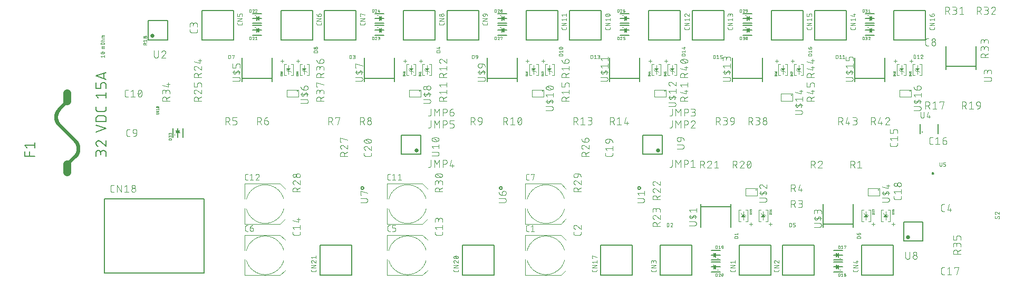
<source format=gbr>
G04 EAGLE Gerber RS-274X export*
G75*
%MOMM*%
%FSLAX34Y34*%
%LPD*%
%INSilkscreen Top*%
%IPPOS*%
%AMOC8*
5,1,8,0,0,1.08239X$1,22.5*%
G01*
%ADD10C,0.101600*%
%ADD11C,0.076200*%
%ADD12C,0.127000*%
%ADD13C,0.200000*%
%ADD14C,0.050800*%
%ADD15C,0.025400*%
%ADD16C,1.270000*%
%ADD17C,0.609600*%
%ADD18C,0.152400*%
%ADD19C,0.203200*%
%ADD20C,0.206000*%
%ADD21C,0.650000*%
%ADD22C,0.200000*%

G36*
X593592Y440877D02*
X593592Y440877D01*
X593681Y440879D01*
X593703Y440888D01*
X593726Y440891D01*
X593806Y440930D01*
X593888Y440964D01*
X593906Y440980D01*
X593927Y440990D01*
X593988Y441055D01*
X594054Y441115D01*
X594065Y441136D01*
X594081Y441153D01*
X594116Y441235D01*
X594157Y441315D01*
X594160Y441341D01*
X594169Y441360D01*
X594171Y441410D01*
X594184Y441500D01*
X594184Y447500D01*
X594168Y447588D01*
X594159Y447676D01*
X594149Y447697D01*
X594145Y447721D01*
X594099Y447798D01*
X594060Y447877D01*
X594043Y447894D01*
X594030Y447914D01*
X593961Y447970D01*
X593897Y448031D01*
X593875Y448040D01*
X593856Y448055D01*
X593772Y448084D01*
X593690Y448119D01*
X593666Y448120D01*
X593644Y448127D01*
X593555Y448125D01*
X593466Y448129D01*
X593443Y448121D01*
X593419Y448121D01*
X593337Y448087D01*
X593252Y448060D01*
X593231Y448044D01*
X593212Y448036D01*
X593174Y448002D01*
X593102Y447948D01*
X590102Y444948D01*
X590064Y444895D01*
X590019Y444847D01*
X590000Y444803D01*
X589973Y444764D01*
X589957Y444701D01*
X589931Y444640D01*
X589929Y444593D01*
X589918Y444547D01*
X589924Y444482D01*
X589921Y444416D01*
X589936Y444371D01*
X589941Y444324D01*
X589970Y444265D01*
X589990Y444202D01*
X590023Y444158D01*
X590040Y444123D01*
X590069Y444096D01*
X590102Y444052D01*
X593102Y441052D01*
X593175Y441001D01*
X593244Y440945D01*
X593266Y440937D01*
X593286Y440923D01*
X593372Y440901D01*
X593456Y440873D01*
X593480Y440873D01*
X593503Y440868D01*
X593592Y440877D01*
G37*
G36*
X1380992Y440877D02*
X1380992Y440877D01*
X1381081Y440879D01*
X1381103Y440888D01*
X1381126Y440891D01*
X1381206Y440930D01*
X1381288Y440964D01*
X1381306Y440980D01*
X1381327Y440990D01*
X1381388Y441055D01*
X1381454Y441115D01*
X1381465Y441136D01*
X1381481Y441153D01*
X1381516Y441235D01*
X1381557Y441315D01*
X1381560Y441341D01*
X1381569Y441360D01*
X1381571Y441410D01*
X1381584Y441500D01*
X1381584Y447500D01*
X1381568Y447588D01*
X1381559Y447676D01*
X1381549Y447697D01*
X1381545Y447721D01*
X1381499Y447798D01*
X1381460Y447877D01*
X1381443Y447894D01*
X1381430Y447914D01*
X1381361Y447970D01*
X1381297Y448031D01*
X1381275Y448040D01*
X1381256Y448055D01*
X1381172Y448084D01*
X1381090Y448119D01*
X1381066Y448120D01*
X1381044Y448127D01*
X1380955Y448125D01*
X1380866Y448129D01*
X1380843Y448121D01*
X1380819Y448121D01*
X1380737Y448087D01*
X1380652Y448060D01*
X1380631Y448044D01*
X1380612Y448036D01*
X1380574Y448002D01*
X1380502Y447948D01*
X1377502Y444948D01*
X1377464Y444895D01*
X1377419Y444847D01*
X1377400Y444803D01*
X1377373Y444764D01*
X1377357Y444701D01*
X1377331Y444640D01*
X1377329Y444593D01*
X1377318Y444547D01*
X1377324Y444482D01*
X1377321Y444416D01*
X1377336Y444371D01*
X1377341Y444324D01*
X1377370Y444265D01*
X1377390Y444202D01*
X1377423Y444158D01*
X1377440Y444123D01*
X1377469Y444096D01*
X1377502Y444052D01*
X1380502Y441052D01*
X1380575Y441001D01*
X1380644Y440945D01*
X1380666Y440937D01*
X1380686Y440923D01*
X1380772Y440901D01*
X1380856Y440873D01*
X1380880Y440873D01*
X1380903Y440868D01*
X1380992Y440877D01*
G37*
G36*
X790442Y440877D02*
X790442Y440877D01*
X790531Y440879D01*
X790553Y440888D01*
X790576Y440891D01*
X790656Y440930D01*
X790738Y440964D01*
X790756Y440980D01*
X790777Y440990D01*
X790838Y441055D01*
X790904Y441115D01*
X790915Y441136D01*
X790931Y441153D01*
X790966Y441235D01*
X791007Y441315D01*
X791010Y441341D01*
X791019Y441360D01*
X791021Y441410D01*
X791034Y441500D01*
X791034Y447500D01*
X791018Y447588D01*
X791009Y447676D01*
X790999Y447697D01*
X790995Y447721D01*
X790949Y447798D01*
X790910Y447877D01*
X790893Y447894D01*
X790880Y447914D01*
X790811Y447970D01*
X790747Y448031D01*
X790725Y448040D01*
X790706Y448055D01*
X790622Y448084D01*
X790540Y448119D01*
X790516Y448120D01*
X790494Y448127D01*
X790405Y448125D01*
X790316Y448129D01*
X790293Y448121D01*
X790269Y448121D01*
X790187Y448087D01*
X790102Y448060D01*
X790081Y448044D01*
X790062Y448036D01*
X790024Y448002D01*
X789952Y447948D01*
X786952Y444948D01*
X786914Y444895D01*
X786869Y444847D01*
X786850Y444803D01*
X786823Y444764D01*
X786807Y444701D01*
X786781Y444640D01*
X786779Y444593D01*
X786768Y444547D01*
X786774Y444482D01*
X786771Y444416D01*
X786786Y444371D01*
X786791Y444324D01*
X786820Y444265D01*
X786840Y444202D01*
X786873Y444158D01*
X786890Y444123D01*
X786919Y444096D01*
X786952Y444052D01*
X789952Y441052D01*
X790025Y441001D01*
X790094Y440945D01*
X790116Y440937D01*
X790136Y440923D01*
X790222Y440901D01*
X790306Y440873D01*
X790330Y440873D01*
X790353Y440868D01*
X790442Y440877D01*
G37*
G36*
X1184142Y440877D02*
X1184142Y440877D01*
X1184231Y440879D01*
X1184253Y440888D01*
X1184276Y440891D01*
X1184356Y440930D01*
X1184438Y440964D01*
X1184456Y440980D01*
X1184477Y440990D01*
X1184538Y441055D01*
X1184604Y441115D01*
X1184615Y441136D01*
X1184631Y441153D01*
X1184666Y441235D01*
X1184707Y441315D01*
X1184710Y441341D01*
X1184719Y441360D01*
X1184721Y441410D01*
X1184734Y441500D01*
X1184734Y447500D01*
X1184718Y447588D01*
X1184709Y447676D01*
X1184699Y447697D01*
X1184695Y447721D01*
X1184649Y447798D01*
X1184610Y447877D01*
X1184593Y447894D01*
X1184580Y447914D01*
X1184511Y447970D01*
X1184447Y448031D01*
X1184425Y448040D01*
X1184406Y448055D01*
X1184322Y448084D01*
X1184240Y448119D01*
X1184216Y448120D01*
X1184194Y448127D01*
X1184105Y448125D01*
X1184016Y448129D01*
X1183993Y448121D01*
X1183969Y448121D01*
X1183887Y448087D01*
X1183802Y448060D01*
X1183781Y448044D01*
X1183762Y448036D01*
X1183724Y448002D01*
X1183652Y447948D01*
X1180652Y444948D01*
X1180614Y444895D01*
X1180569Y444847D01*
X1180550Y444803D01*
X1180523Y444764D01*
X1180507Y444701D01*
X1180481Y444640D01*
X1180479Y444593D01*
X1180468Y444547D01*
X1180474Y444482D01*
X1180471Y444416D01*
X1180486Y444371D01*
X1180491Y444324D01*
X1180520Y444265D01*
X1180540Y444202D01*
X1180573Y444158D01*
X1180590Y444123D01*
X1180619Y444096D01*
X1180652Y444052D01*
X1183652Y441052D01*
X1183725Y441001D01*
X1183794Y440945D01*
X1183816Y440937D01*
X1183836Y440923D01*
X1183922Y440901D01*
X1184006Y440873D01*
X1184030Y440873D01*
X1184053Y440868D01*
X1184142Y440877D01*
G37*
G36*
X987292Y440877D02*
X987292Y440877D01*
X987381Y440879D01*
X987403Y440888D01*
X987426Y440891D01*
X987506Y440930D01*
X987588Y440964D01*
X987606Y440980D01*
X987627Y440990D01*
X987688Y441055D01*
X987754Y441115D01*
X987765Y441136D01*
X987781Y441153D01*
X987816Y441235D01*
X987857Y441315D01*
X987860Y441341D01*
X987869Y441360D01*
X987871Y441410D01*
X987884Y441500D01*
X987884Y447500D01*
X987868Y447588D01*
X987859Y447676D01*
X987849Y447697D01*
X987845Y447721D01*
X987799Y447798D01*
X987760Y447877D01*
X987743Y447894D01*
X987730Y447914D01*
X987661Y447970D01*
X987597Y448031D01*
X987575Y448040D01*
X987556Y448055D01*
X987472Y448084D01*
X987390Y448119D01*
X987366Y448120D01*
X987344Y448127D01*
X987255Y448125D01*
X987166Y448129D01*
X987143Y448121D01*
X987119Y448121D01*
X987037Y448087D01*
X986952Y448060D01*
X986931Y448044D01*
X986912Y448036D01*
X986874Y448002D01*
X986802Y447948D01*
X983802Y444948D01*
X983764Y444895D01*
X983719Y444847D01*
X983700Y444803D01*
X983673Y444764D01*
X983657Y444701D01*
X983631Y444640D01*
X983629Y444593D01*
X983618Y444547D01*
X983624Y444482D01*
X983621Y444416D01*
X983636Y444371D01*
X983641Y444324D01*
X983670Y444265D01*
X983690Y444202D01*
X983723Y444158D01*
X983740Y444123D01*
X983769Y444096D01*
X983802Y444052D01*
X986802Y441052D01*
X986875Y441001D01*
X986944Y440945D01*
X986966Y440937D01*
X986986Y440923D01*
X987072Y440901D01*
X987156Y440873D01*
X987180Y440873D01*
X987203Y440868D01*
X987292Y440877D01*
G37*
G36*
X396742Y440877D02*
X396742Y440877D01*
X396831Y440879D01*
X396853Y440888D01*
X396876Y440891D01*
X396956Y440930D01*
X397038Y440964D01*
X397056Y440980D01*
X397077Y440990D01*
X397138Y441055D01*
X397204Y441115D01*
X397215Y441136D01*
X397231Y441153D01*
X397266Y441235D01*
X397307Y441315D01*
X397310Y441341D01*
X397319Y441360D01*
X397321Y441410D01*
X397334Y441500D01*
X397334Y447500D01*
X397318Y447588D01*
X397309Y447676D01*
X397299Y447697D01*
X397295Y447721D01*
X397249Y447798D01*
X397210Y447877D01*
X397193Y447894D01*
X397180Y447914D01*
X397111Y447970D01*
X397047Y448031D01*
X397025Y448040D01*
X397006Y448055D01*
X396922Y448084D01*
X396840Y448119D01*
X396816Y448120D01*
X396794Y448127D01*
X396705Y448125D01*
X396616Y448129D01*
X396593Y448121D01*
X396569Y448121D01*
X396487Y448087D01*
X396402Y448060D01*
X396381Y448044D01*
X396362Y448036D01*
X396324Y448002D01*
X396252Y447948D01*
X393252Y444948D01*
X393214Y444895D01*
X393169Y444847D01*
X393150Y444803D01*
X393123Y444764D01*
X393107Y444701D01*
X393081Y444640D01*
X393079Y444593D01*
X393068Y444547D01*
X393074Y444482D01*
X393071Y444416D01*
X393086Y444371D01*
X393091Y444324D01*
X393120Y444265D01*
X393140Y444202D01*
X393173Y444158D01*
X393190Y444123D01*
X393219Y444096D01*
X393252Y444052D01*
X396252Y441052D01*
X396325Y441001D01*
X396394Y440945D01*
X396416Y440937D01*
X396436Y440923D01*
X396522Y440901D01*
X396606Y440873D01*
X396630Y440873D01*
X396653Y440868D01*
X396742Y440877D01*
G37*
G36*
X790442Y421827D02*
X790442Y421827D01*
X790531Y421829D01*
X790553Y421838D01*
X790576Y421841D01*
X790656Y421880D01*
X790738Y421914D01*
X790756Y421930D01*
X790777Y421940D01*
X790838Y422005D01*
X790904Y422065D01*
X790915Y422086D01*
X790931Y422103D01*
X790966Y422185D01*
X791007Y422265D01*
X791010Y422291D01*
X791019Y422310D01*
X791021Y422360D01*
X791034Y422450D01*
X791034Y428450D01*
X791018Y428538D01*
X791009Y428626D01*
X790999Y428647D01*
X790995Y428671D01*
X790949Y428748D01*
X790910Y428827D01*
X790893Y428844D01*
X790880Y428864D01*
X790811Y428920D01*
X790747Y428981D01*
X790725Y428990D01*
X790706Y429005D01*
X790622Y429034D01*
X790540Y429069D01*
X790516Y429070D01*
X790494Y429077D01*
X790405Y429075D01*
X790316Y429079D01*
X790293Y429071D01*
X790269Y429071D01*
X790187Y429037D01*
X790102Y429010D01*
X790081Y428994D01*
X790062Y428986D01*
X790024Y428952D01*
X789952Y428898D01*
X786952Y425898D01*
X786914Y425845D01*
X786869Y425797D01*
X786850Y425753D01*
X786823Y425714D01*
X786807Y425651D01*
X786781Y425590D01*
X786779Y425543D01*
X786768Y425497D01*
X786774Y425432D01*
X786771Y425366D01*
X786786Y425321D01*
X786791Y425274D01*
X786820Y425215D01*
X786840Y425152D01*
X786873Y425108D01*
X786890Y425073D01*
X786919Y425046D01*
X786952Y425002D01*
X789952Y422002D01*
X790025Y421951D01*
X790094Y421895D01*
X790116Y421887D01*
X790136Y421873D01*
X790222Y421851D01*
X790306Y421823D01*
X790330Y421823D01*
X790353Y421818D01*
X790442Y421827D01*
G37*
G36*
X1380992Y421827D02*
X1380992Y421827D01*
X1381081Y421829D01*
X1381103Y421838D01*
X1381126Y421841D01*
X1381206Y421880D01*
X1381288Y421914D01*
X1381306Y421930D01*
X1381327Y421940D01*
X1381388Y422005D01*
X1381454Y422065D01*
X1381465Y422086D01*
X1381481Y422103D01*
X1381516Y422185D01*
X1381557Y422265D01*
X1381560Y422291D01*
X1381569Y422310D01*
X1381571Y422360D01*
X1381584Y422450D01*
X1381584Y428450D01*
X1381568Y428538D01*
X1381559Y428626D01*
X1381549Y428647D01*
X1381545Y428671D01*
X1381499Y428748D01*
X1381460Y428827D01*
X1381443Y428844D01*
X1381430Y428864D01*
X1381361Y428920D01*
X1381297Y428981D01*
X1381275Y428990D01*
X1381256Y429005D01*
X1381172Y429034D01*
X1381090Y429069D01*
X1381066Y429070D01*
X1381044Y429077D01*
X1380955Y429075D01*
X1380866Y429079D01*
X1380843Y429071D01*
X1380819Y429071D01*
X1380737Y429037D01*
X1380652Y429010D01*
X1380631Y428994D01*
X1380612Y428986D01*
X1380574Y428952D01*
X1380502Y428898D01*
X1377502Y425898D01*
X1377464Y425845D01*
X1377419Y425797D01*
X1377400Y425753D01*
X1377373Y425714D01*
X1377357Y425651D01*
X1377331Y425590D01*
X1377329Y425543D01*
X1377318Y425497D01*
X1377324Y425432D01*
X1377321Y425366D01*
X1377336Y425321D01*
X1377341Y425274D01*
X1377370Y425215D01*
X1377390Y425152D01*
X1377423Y425108D01*
X1377440Y425073D01*
X1377469Y425046D01*
X1377502Y425002D01*
X1380502Y422002D01*
X1380575Y421951D01*
X1380644Y421895D01*
X1380666Y421887D01*
X1380686Y421873D01*
X1380772Y421851D01*
X1380856Y421823D01*
X1380880Y421823D01*
X1380903Y421818D01*
X1380992Y421827D01*
G37*
G36*
X593592Y421827D02*
X593592Y421827D01*
X593681Y421829D01*
X593703Y421838D01*
X593726Y421841D01*
X593806Y421880D01*
X593888Y421914D01*
X593906Y421930D01*
X593927Y421940D01*
X593988Y422005D01*
X594054Y422065D01*
X594065Y422086D01*
X594081Y422103D01*
X594116Y422185D01*
X594157Y422265D01*
X594160Y422291D01*
X594169Y422310D01*
X594171Y422360D01*
X594184Y422450D01*
X594184Y428450D01*
X594168Y428538D01*
X594159Y428626D01*
X594149Y428647D01*
X594145Y428671D01*
X594099Y428748D01*
X594060Y428827D01*
X594043Y428844D01*
X594030Y428864D01*
X593961Y428920D01*
X593897Y428981D01*
X593875Y428990D01*
X593856Y429005D01*
X593772Y429034D01*
X593690Y429069D01*
X593666Y429070D01*
X593644Y429077D01*
X593555Y429075D01*
X593466Y429079D01*
X593443Y429071D01*
X593419Y429071D01*
X593337Y429037D01*
X593252Y429010D01*
X593231Y428994D01*
X593212Y428986D01*
X593174Y428952D01*
X593102Y428898D01*
X590102Y425898D01*
X590064Y425845D01*
X590019Y425797D01*
X590000Y425753D01*
X589973Y425714D01*
X589957Y425651D01*
X589931Y425590D01*
X589929Y425543D01*
X589918Y425497D01*
X589924Y425432D01*
X589921Y425366D01*
X589936Y425321D01*
X589941Y425274D01*
X589970Y425215D01*
X589990Y425152D01*
X590023Y425108D01*
X590040Y425073D01*
X590069Y425046D01*
X590102Y425002D01*
X593102Y422002D01*
X593175Y421951D01*
X593244Y421895D01*
X593266Y421887D01*
X593286Y421873D01*
X593372Y421851D01*
X593456Y421823D01*
X593480Y421823D01*
X593503Y421818D01*
X593592Y421827D01*
G37*
G36*
X1184142Y421827D02*
X1184142Y421827D01*
X1184231Y421829D01*
X1184253Y421838D01*
X1184276Y421841D01*
X1184356Y421880D01*
X1184438Y421914D01*
X1184456Y421930D01*
X1184477Y421940D01*
X1184538Y422005D01*
X1184604Y422065D01*
X1184615Y422086D01*
X1184631Y422103D01*
X1184666Y422185D01*
X1184707Y422265D01*
X1184710Y422291D01*
X1184719Y422310D01*
X1184721Y422360D01*
X1184734Y422450D01*
X1184734Y428450D01*
X1184718Y428538D01*
X1184709Y428626D01*
X1184699Y428647D01*
X1184695Y428671D01*
X1184649Y428748D01*
X1184610Y428827D01*
X1184593Y428844D01*
X1184580Y428864D01*
X1184511Y428920D01*
X1184447Y428981D01*
X1184425Y428990D01*
X1184406Y429005D01*
X1184322Y429034D01*
X1184240Y429069D01*
X1184216Y429070D01*
X1184194Y429077D01*
X1184105Y429075D01*
X1184016Y429079D01*
X1183993Y429071D01*
X1183969Y429071D01*
X1183887Y429037D01*
X1183802Y429010D01*
X1183781Y428994D01*
X1183762Y428986D01*
X1183724Y428952D01*
X1183652Y428898D01*
X1180652Y425898D01*
X1180614Y425845D01*
X1180569Y425797D01*
X1180550Y425753D01*
X1180523Y425714D01*
X1180507Y425651D01*
X1180481Y425590D01*
X1180479Y425543D01*
X1180468Y425497D01*
X1180474Y425432D01*
X1180471Y425366D01*
X1180486Y425321D01*
X1180491Y425274D01*
X1180520Y425215D01*
X1180540Y425152D01*
X1180573Y425108D01*
X1180590Y425073D01*
X1180619Y425046D01*
X1180652Y425002D01*
X1183652Y422002D01*
X1183725Y421951D01*
X1183794Y421895D01*
X1183816Y421887D01*
X1183836Y421873D01*
X1183922Y421851D01*
X1184006Y421823D01*
X1184030Y421823D01*
X1184053Y421818D01*
X1184142Y421827D01*
G37*
G36*
X987292Y421827D02*
X987292Y421827D01*
X987381Y421829D01*
X987403Y421838D01*
X987426Y421841D01*
X987506Y421880D01*
X987588Y421914D01*
X987606Y421930D01*
X987627Y421940D01*
X987688Y422005D01*
X987754Y422065D01*
X987765Y422086D01*
X987781Y422103D01*
X987816Y422185D01*
X987857Y422265D01*
X987860Y422291D01*
X987869Y422310D01*
X987871Y422360D01*
X987884Y422450D01*
X987884Y428450D01*
X987868Y428538D01*
X987859Y428626D01*
X987849Y428647D01*
X987845Y428671D01*
X987799Y428748D01*
X987760Y428827D01*
X987743Y428844D01*
X987730Y428864D01*
X987661Y428920D01*
X987597Y428981D01*
X987575Y428990D01*
X987556Y429005D01*
X987472Y429034D01*
X987390Y429069D01*
X987366Y429070D01*
X987344Y429077D01*
X987255Y429075D01*
X987166Y429079D01*
X987143Y429071D01*
X987119Y429071D01*
X987037Y429037D01*
X986952Y429010D01*
X986931Y428994D01*
X986912Y428986D01*
X986874Y428952D01*
X986802Y428898D01*
X983802Y425898D01*
X983764Y425845D01*
X983719Y425797D01*
X983700Y425753D01*
X983673Y425714D01*
X983657Y425651D01*
X983631Y425590D01*
X983629Y425543D01*
X983618Y425497D01*
X983624Y425432D01*
X983621Y425366D01*
X983636Y425321D01*
X983641Y425274D01*
X983670Y425215D01*
X983690Y425152D01*
X983723Y425108D01*
X983740Y425073D01*
X983769Y425046D01*
X983802Y425002D01*
X986802Y422002D01*
X986875Y421951D01*
X986944Y421895D01*
X986966Y421887D01*
X986986Y421873D01*
X987072Y421851D01*
X987156Y421823D01*
X987180Y421823D01*
X987203Y421818D01*
X987292Y421827D01*
G37*
G36*
X396742Y421827D02*
X396742Y421827D01*
X396831Y421829D01*
X396853Y421838D01*
X396876Y421841D01*
X396956Y421880D01*
X397038Y421914D01*
X397056Y421930D01*
X397077Y421940D01*
X397138Y422005D01*
X397204Y422065D01*
X397215Y422086D01*
X397231Y422103D01*
X397266Y422185D01*
X397307Y422265D01*
X397310Y422291D01*
X397319Y422310D01*
X397321Y422360D01*
X397334Y422450D01*
X397334Y428450D01*
X397318Y428538D01*
X397309Y428626D01*
X397299Y428647D01*
X397295Y428671D01*
X397249Y428748D01*
X397210Y428827D01*
X397193Y428844D01*
X397180Y428864D01*
X397111Y428920D01*
X397047Y428981D01*
X397025Y428990D01*
X397006Y429005D01*
X396922Y429034D01*
X396840Y429069D01*
X396816Y429070D01*
X396794Y429077D01*
X396705Y429075D01*
X396616Y429079D01*
X396593Y429071D01*
X396569Y429071D01*
X396487Y429037D01*
X396402Y429010D01*
X396381Y428994D01*
X396362Y428986D01*
X396324Y428952D01*
X396252Y428898D01*
X393252Y425898D01*
X393214Y425845D01*
X393169Y425797D01*
X393150Y425753D01*
X393123Y425714D01*
X393107Y425651D01*
X393081Y425590D01*
X393079Y425543D01*
X393068Y425497D01*
X393074Y425432D01*
X393071Y425366D01*
X393086Y425321D01*
X393091Y425274D01*
X393120Y425215D01*
X393140Y425152D01*
X393173Y425108D01*
X393190Y425073D01*
X393219Y425046D01*
X393252Y425002D01*
X396252Y422002D01*
X396325Y421951D01*
X396394Y421895D01*
X396416Y421887D01*
X396436Y421873D01*
X396522Y421851D01*
X396606Y421823D01*
X396630Y421823D01*
X396653Y421818D01*
X396742Y421827D01*
G37*
G36*
X266718Y259724D02*
X266718Y259724D01*
X266784Y259721D01*
X266829Y259736D01*
X266876Y259741D01*
X266935Y259770D01*
X266998Y259790D01*
X267042Y259823D01*
X267077Y259840D01*
X267104Y259869D01*
X267148Y259902D01*
X270148Y262902D01*
X270199Y262975D01*
X270255Y263044D01*
X270263Y263066D01*
X270277Y263086D01*
X270299Y263172D01*
X270327Y263256D01*
X270327Y263280D01*
X270333Y263303D01*
X270323Y263392D01*
X270321Y263481D01*
X270312Y263503D01*
X270309Y263526D01*
X270270Y263606D01*
X270236Y263688D01*
X270220Y263706D01*
X270210Y263727D01*
X270145Y263788D01*
X270085Y263854D01*
X270064Y263865D01*
X270047Y263881D01*
X269965Y263916D01*
X269885Y263957D01*
X269859Y263960D01*
X269840Y263969D01*
X269790Y263971D01*
X269700Y263984D01*
X263700Y263984D01*
X263612Y263968D01*
X263524Y263959D01*
X263503Y263949D01*
X263479Y263945D01*
X263402Y263899D01*
X263323Y263860D01*
X263306Y263843D01*
X263286Y263830D01*
X263230Y263761D01*
X263169Y263697D01*
X263160Y263675D01*
X263145Y263656D01*
X263116Y263572D01*
X263081Y263490D01*
X263080Y263466D01*
X263073Y263444D01*
X263075Y263355D01*
X263071Y263266D01*
X263079Y263243D01*
X263079Y263219D01*
X263113Y263137D01*
X263140Y263052D01*
X263156Y263031D01*
X263164Y263012D01*
X263198Y262974D01*
X263252Y262902D01*
X266252Y259902D01*
X266306Y259864D01*
X266353Y259819D01*
X266397Y259800D01*
X266436Y259773D01*
X266499Y259757D01*
X266560Y259731D01*
X266607Y259729D01*
X266653Y259718D01*
X266718Y259724D01*
G37*
G36*
X1127407Y59879D02*
X1127407Y59879D01*
X1127431Y59879D01*
X1127513Y59913D01*
X1127598Y59940D01*
X1127619Y59956D01*
X1127638Y59964D01*
X1127676Y59998D01*
X1127748Y60052D01*
X1130748Y63052D01*
X1130786Y63106D01*
X1130831Y63153D01*
X1130850Y63197D01*
X1130877Y63236D01*
X1130893Y63299D01*
X1130919Y63360D01*
X1130921Y63407D01*
X1130933Y63453D01*
X1130926Y63518D01*
X1130929Y63584D01*
X1130914Y63629D01*
X1130909Y63676D01*
X1130880Y63735D01*
X1130860Y63798D01*
X1130827Y63842D01*
X1130810Y63877D01*
X1130781Y63904D01*
X1130748Y63948D01*
X1127748Y66948D01*
X1127675Y66999D01*
X1127606Y67055D01*
X1127584Y67063D01*
X1127564Y67077D01*
X1127478Y67099D01*
X1127394Y67127D01*
X1127370Y67127D01*
X1127347Y67133D01*
X1127258Y67123D01*
X1127169Y67121D01*
X1127147Y67112D01*
X1127124Y67109D01*
X1127044Y67070D01*
X1126962Y67036D01*
X1126944Y67020D01*
X1126923Y67010D01*
X1126862Y66945D01*
X1126796Y66885D01*
X1126785Y66864D01*
X1126769Y66847D01*
X1126734Y66765D01*
X1126693Y66685D01*
X1126690Y66659D01*
X1126681Y66640D01*
X1126679Y66590D01*
X1126666Y66500D01*
X1126666Y60500D01*
X1126682Y60412D01*
X1126691Y60324D01*
X1126701Y60303D01*
X1126705Y60279D01*
X1126751Y60202D01*
X1126790Y60123D01*
X1126807Y60106D01*
X1126820Y60086D01*
X1126889Y60030D01*
X1126953Y59969D01*
X1126975Y59960D01*
X1126994Y59945D01*
X1127078Y59916D01*
X1127160Y59881D01*
X1127184Y59880D01*
X1127206Y59873D01*
X1127295Y59875D01*
X1127384Y59871D01*
X1127407Y59879D01*
G37*
G36*
X1324257Y59879D02*
X1324257Y59879D01*
X1324281Y59879D01*
X1324363Y59913D01*
X1324448Y59940D01*
X1324469Y59956D01*
X1324488Y59964D01*
X1324526Y59998D01*
X1324598Y60052D01*
X1327598Y63052D01*
X1327636Y63106D01*
X1327681Y63153D01*
X1327700Y63197D01*
X1327727Y63236D01*
X1327743Y63299D01*
X1327769Y63360D01*
X1327771Y63407D01*
X1327783Y63453D01*
X1327776Y63518D01*
X1327779Y63584D01*
X1327764Y63629D01*
X1327759Y63676D01*
X1327730Y63735D01*
X1327710Y63798D01*
X1327677Y63842D01*
X1327660Y63877D01*
X1327631Y63904D01*
X1327598Y63948D01*
X1324598Y66948D01*
X1324525Y66999D01*
X1324456Y67055D01*
X1324434Y67063D01*
X1324414Y67077D01*
X1324328Y67099D01*
X1324244Y67127D01*
X1324220Y67127D01*
X1324197Y67133D01*
X1324108Y67123D01*
X1324019Y67121D01*
X1323997Y67112D01*
X1323974Y67109D01*
X1323894Y67070D01*
X1323812Y67036D01*
X1323794Y67020D01*
X1323773Y67010D01*
X1323712Y66945D01*
X1323646Y66885D01*
X1323635Y66864D01*
X1323619Y66847D01*
X1323584Y66765D01*
X1323543Y66685D01*
X1323540Y66659D01*
X1323531Y66640D01*
X1323529Y66590D01*
X1323516Y66500D01*
X1323516Y60500D01*
X1323532Y60412D01*
X1323541Y60324D01*
X1323551Y60303D01*
X1323555Y60279D01*
X1323601Y60202D01*
X1323640Y60123D01*
X1323657Y60106D01*
X1323670Y60086D01*
X1323739Y60030D01*
X1323803Y59969D01*
X1323825Y59960D01*
X1323844Y59945D01*
X1323928Y59916D01*
X1324010Y59881D01*
X1324034Y59880D01*
X1324056Y59873D01*
X1324145Y59875D01*
X1324234Y59871D01*
X1324257Y59879D01*
G37*
G36*
X1127407Y40829D02*
X1127407Y40829D01*
X1127431Y40829D01*
X1127513Y40863D01*
X1127598Y40890D01*
X1127619Y40906D01*
X1127638Y40914D01*
X1127676Y40948D01*
X1127748Y41002D01*
X1130748Y44002D01*
X1130786Y44056D01*
X1130831Y44103D01*
X1130850Y44147D01*
X1130877Y44186D01*
X1130893Y44249D01*
X1130919Y44310D01*
X1130921Y44357D01*
X1130933Y44403D01*
X1130926Y44468D01*
X1130929Y44534D01*
X1130914Y44579D01*
X1130909Y44626D01*
X1130880Y44685D01*
X1130860Y44748D01*
X1130827Y44792D01*
X1130810Y44827D01*
X1130781Y44854D01*
X1130748Y44898D01*
X1127748Y47898D01*
X1127675Y47949D01*
X1127606Y48005D01*
X1127584Y48013D01*
X1127564Y48027D01*
X1127478Y48049D01*
X1127394Y48077D01*
X1127370Y48077D01*
X1127347Y48083D01*
X1127258Y48073D01*
X1127169Y48071D01*
X1127147Y48062D01*
X1127124Y48059D01*
X1127044Y48020D01*
X1126962Y47986D01*
X1126944Y47970D01*
X1126923Y47960D01*
X1126862Y47895D01*
X1126796Y47835D01*
X1126785Y47814D01*
X1126769Y47797D01*
X1126734Y47715D01*
X1126693Y47635D01*
X1126690Y47609D01*
X1126681Y47590D01*
X1126679Y47540D01*
X1126666Y47450D01*
X1126666Y41450D01*
X1126682Y41362D01*
X1126691Y41274D01*
X1126701Y41253D01*
X1126705Y41229D01*
X1126751Y41152D01*
X1126790Y41073D01*
X1126807Y41056D01*
X1126820Y41036D01*
X1126889Y40980D01*
X1126953Y40919D01*
X1126975Y40910D01*
X1126994Y40895D01*
X1127078Y40866D01*
X1127160Y40831D01*
X1127184Y40830D01*
X1127206Y40823D01*
X1127295Y40825D01*
X1127384Y40821D01*
X1127407Y40829D01*
G37*
G36*
X1324257Y40829D02*
X1324257Y40829D01*
X1324281Y40829D01*
X1324363Y40863D01*
X1324448Y40890D01*
X1324469Y40906D01*
X1324488Y40914D01*
X1324526Y40948D01*
X1324598Y41002D01*
X1327598Y44002D01*
X1327636Y44056D01*
X1327681Y44103D01*
X1327700Y44147D01*
X1327727Y44186D01*
X1327743Y44249D01*
X1327769Y44310D01*
X1327771Y44357D01*
X1327783Y44403D01*
X1327776Y44468D01*
X1327779Y44534D01*
X1327764Y44579D01*
X1327759Y44626D01*
X1327730Y44685D01*
X1327710Y44748D01*
X1327677Y44792D01*
X1327660Y44827D01*
X1327631Y44854D01*
X1327598Y44898D01*
X1324598Y47898D01*
X1324525Y47949D01*
X1324456Y48005D01*
X1324434Y48013D01*
X1324414Y48027D01*
X1324328Y48049D01*
X1324244Y48077D01*
X1324220Y48077D01*
X1324197Y48083D01*
X1324108Y48073D01*
X1324019Y48071D01*
X1323997Y48062D01*
X1323974Y48059D01*
X1323894Y48020D01*
X1323812Y47986D01*
X1323794Y47970D01*
X1323773Y47960D01*
X1323712Y47895D01*
X1323646Y47835D01*
X1323635Y47814D01*
X1323619Y47797D01*
X1323584Y47715D01*
X1323543Y47635D01*
X1323540Y47609D01*
X1323531Y47590D01*
X1323529Y47540D01*
X1323516Y47450D01*
X1323516Y41450D01*
X1323532Y41362D01*
X1323541Y41274D01*
X1323551Y41253D01*
X1323555Y41229D01*
X1323601Y41152D01*
X1323640Y41073D01*
X1323657Y41056D01*
X1323670Y41036D01*
X1323739Y40980D01*
X1323803Y40919D01*
X1323825Y40910D01*
X1323844Y40895D01*
X1323928Y40866D01*
X1324010Y40831D01*
X1324034Y40830D01*
X1324056Y40823D01*
X1324145Y40825D01*
X1324234Y40821D01*
X1324257Y40829D01*
G37*
G36*
X1035064Y360577D02*
X1035064Y360577D01*
X1035101Y360573D01*
X1035149Y360591D01*
X1035199Y360600D01*
X1035234Y360624D01*
X1035263Y360635D01*
X1035284Y360657D01*
X1035319Y360681D01*
X1038319Y363681D01*
X1038332Y363703D01*
X1038352Y363719D01*
X1038378Y363776D01*
X1038410Y363828D01*
X1038413Y363854D01*
X1038423Y363878D01*
X1038421Y363939D01*
X1038427Y364001D01*
X1038418Y364025D01*
X1038417Y364051D01*
X1038387Y364105D01*
X1038365Y364163D01*
X1038346Y364180D01*
X1038334Y364203D01*
X1038284Y364238D01*
X1038238Y364280D01*
X1038213Y364288D01*
X1038192Y364303D01*
X1038108Y364319D01*
X1038072Y364330D01*
X1038062Y364328D01*
X1038050Y364330D01*
X1032050Y364330D01*
X1032025Y364324D01*
X1031999Y364327D01*
X1031942Y364305D01*
X1031881Y364291D01*
X1031861Y364274D01*
X1031837Y364265D01*
X1031795Y364220D01*
X1031748Y364181D01*
X1031737Y364157D01*
X1031720Y364138D01*
X1031702Y364079D01*
X1031677Y364022D01*
X1031678Y363997D01*
X1031670Y363972D01*
X1031681Y363911D01*
X1031683Y363849D01*
X1031696Y363827D01*
X1031700Y363801D01*
X1031748Y363730D01*
X1031766Y363697D01*
X1031774Y363691D01*
X1031781Y363681D01*
X1034781Y360681D01*
X1034824Y360654D01*
X1034862Y360620D01*
X1034897Y360609D01*
X1034928Y360590D01*
X1034979Y360585D01*
X1035028Y360570D01*
X1035064Y360577D01*
G37*
G36*
X1428764Y360577D02*
X1428764Y360577D01*
X1428801Y360573D01*
X1428849Y360591D01*
X1428899Y360600D01*
X1428934Y360624D01*
X1428963Y360635D01*
X1428984Y360657D01*
X1429019Y360681D01*
X1432019Y363681D01*
X1432032Y363703D01*
X1432052Y363719D01*
X1432078Y363776D01*
X1432110Y363828D01*
X1432113Y363854D01*
X1432123Y363878D01*
X1432121Y363939D01*
X1432127Y364001D01*
X1432118Y364025D01*
X1432117Y364051D01*
X1432087Y364105D01*
X1432065Y364163D01*
X1432046Y364180D01*
X1432034Y364203D01*
X1431984Y364238D01*
X1431938Y364280D01*
X1431913Y364288D01*
X1431892Y364303D01*
X1431808Y364319D01*
X1431772Y364330D01*
X1431762Y364328D01*
X1431750Y364330D01*
X1425750Y364330D01*
X1425725Y364324D01*
X1425699Y364327D01*
X1425642Y364305D01*
X1425581Y364291D01*
X1425561Y364274D01*
X1425537Y364265D01*
X1425495Y364220D01*
X1425448Y364181D01*
X1425437Y364157D01*
X1425420Y364138D01*
X1425402Y364079D01*
X1425377Y364022D01*
X1425378Y363997D01*
X1425370Y363972D01*
X1425381Y363911D01*
X1425383Y363849D01*
X1425396Y363827D01*
X1425400Y363801D01*
X1425448Y363730D01*
X1425466Y363697D01*
X1425474Y363691D01*
X1425481Y363681D01*
X1428481Y360681D01*
X1428524Y360654D01*
X1428562Y360620D01*
X1428597Y360609D01*
X1428628Y360590D01*
X1428679Y360585D01*
X1428728Y360570D01*
X1428764Y360577D01*
G37*
G36*
X1238264Y360577D02*
X1238264Y360577D01*
X1238301Y360573D01*
X1238349Y360591D01*
X1238399Y360600D01*
X1238434Y360624D01*
X1238463Y360635D01*
X1238484Y360657D01*
X1238519Y360681D01*
X1241519Y363681D01*
X1241532Y363703D01*
X1241552Y363719D01*
X1241578Y363776D01*
X1241610Y363828D01*
X1241613Y363854D01*
X1241623Y363878D01*
X1241621Y363939D01*
X1241627Y364001D01*
X1241618Y364025D01*
X1241617Y364051D01*
X1241587Y364105D01*
X1241565Y364163D01*
X1241546Y364180D01*
X1241534Y364203D01*
X1241484Y364238D01*
X1241438Y364280D01*
X1241413Y364288D01*
X1241392Y364303D01*
X1241308Y364319D01*
X1241272Y364330D01*
X1241262Y364328D01*
X1241250Y364330D01*
X1235250Y364330D01*
X1235225Y364324D01*
X1235199Y364327D01*
X1235142Y364305D01*
X1235081Y364291D01*
X1235061Y364274D01*
X1235037Y364265D01*
X1234995Y364220D01*
X1234948Y364181D01*
X1234937Y364157D01*
X1234920Y364138D01*
X1234902Y364079D01*
X1234877Y364022D01*
X1234878Y363997D01*
X1234870Y363972D01*
X1234881Y363911D01*
X1234883Y363849D01*
X1234896Y363827D01*
X1234900Y363801D01*
X1234948Y363730D01*
X1234966Y363697D01*
X1234974Y363691D01*
X1234981Y363681D01*
X1237981Y360681D01*
X1238024Y360654D01*
X1238062Y360620D01*
X1238097Y360609D01*
X1238128Y360590D01*
X1238179Y360585D01*
X1238228Y360570D01*
X1238264Y360577D01*
G37*
G36*
X863614Y360577D02*
X863614Y360577D01*
X863651Y360573D01*
X863699Y360591D01*
X863749Y360600D01*
X863784Y360624D01*
X863813Y360635D01*
X863834Y360657D01*
X863869Y360681D01*
X866869Y363681D01*
X866882Y363703D01*
X866902Y363719D01*
X866928Y363776D01*
X866960Y363828D01*
X866963Y363854D01*
X866973Y363878D01*
X866971Y363939D01*
X866977Y364001D01*
X866968Y364025D01*
X866967Y364051D01*
X866937Y364105D01*
X866915Y364163D01*
X866896Y364180D01*
X866884Y364203D01*
X866834Y364238D01*
X866788Y364280D01*
X866763Y364288D01*
X866742Y364303D01*
X866658Y364319D01*
X866622Y364330D01*
X866612Y364328D01*
X866600Y364330D01*
X860600Y364330D01*
X860575Y364324D01*
X860549Y364327D01*
X860492Y364305D01*
X860431Y364291D01*
X860411Y364274D01*
X860387Y364265D01*
X860345Y364220D01*
X860298Y364181D01*
X860287Y364157D01*
X860270Y364138D01*
X860252Y364079D01*
X860227Y364022D01*
X860228Y363997D01*
X860220Y363972D01*
X860231Y363911D01*
X860233Y363849D01*
X860246Y363827D01*
X860250Y363801D01*
X860298Y363730D01*
X860316Y363697D01*
X860324Y363691D01*
X860331Y363681D01*
X863331Y360681D01*
X863374Y360654D01*
X863412Y360620D01*
X863447Y360609D01*
X863478Y360590D01*
X863529Y360585D01*
X863578Y360570D01*
X863614Y360577D01*
G37*
G36*
X1060464Y360577D02*
X1060464Y360577D01*
X1060501Y360573D01*
X1060549Y360591D01*
X1060599Y360600D01*
X1060634Y360624D01*
X1060663Y360635D01*
X1060684Y360657D01*
X1060719Y360681D01*
X1063719Y363681D01*
X1063732Y363703D01*
X1063752Y363719D01*
X1063778Y363776D01*
X1063810Y363828D01*
X1063813Y363854D01*
X1063823Y363878D01*
X1063821Y363939D01*
X1063827Y364001D01*
X1063818Y364025D01*
X1063817Y364051D01*
X1063787Y364105D01*
X1063765Y364163D01*
X1063746Y364180D01*
X1063734Y364203D01*
X1063684Y364238D01*
X1063638Y364280D01*
X1063613Y364288D01*
X1063592Y364303D01*
X1063508Y364319D01*
X1063472Y364330D01*
X1063462Y364328D01*
X1063450Y364330D01*
X1057450Y364330D01*
X1057425Y364324D01*
X1057399Y364327D01*
X1057342Y364305D01*
X1057281Y364291D01*
X1057261Y364274D01*
X1057237Y364265D01*
X1057195Y364220D01*
X1057148Y364181D01*
X1057137Y364157D01*
X1057120Y364138D01*
X1057102Y364079D01*
X1057077Y364022D01*
X1057078Y363997D01*
X1057070Y363972D01*
X1057081Y363911D01*
X1057083Y363849D01*
X1057096Y363827D01*
X1057100Y363801D01*
X1057148Y363730D01*
X1057166Y363697D01*
X1057174Y363691D01*
X1057181Y363681D01*
X1060181Y360681D01*
X1060224Y360654D01*
X1060262Y360620D01*
X1060297Y360609D01*
X1060328Y360590D01*
X1060379Y360585D01*
X1060428Y360570D01*
X1060464Y360577D01*
G37*
G36*
X838214Y360577D02*
X838214Y360577D01*
X838251Y360573D01*
X838299Y360591D01*
X838349Y360600D01*
X838384Y360624D01*
X838413Y360635D01*
X838434Y360657D01*
X838469Y360681D01*
X841469Y363681D01*
X841482Y363703D01*
X841502Y363719D01*
X841528Y363776D01*
X841560Y363828D01*
X841563Y363854D01*
X841573Y363878D01*
X841571Y363939D01*
X841577Y364001D01*
X841568Y364025D01*
X841567Y364051D01*
X841537Y364105D01*
X841515Y364163D01*
X841496Y364180D01*
X841484Y364203D01*
X841434Y364238D01*
X841388Y364280D01*
X841363Y364288D01*
X841342Y364303D01*
X841258Y364319D01*
X841222Y364330D01*
X841212Y364328D01*
X841200Y364330D01*
X835200Y364330D01*
X835175Y364324D01*
X835149Y364327D01*
X835092Y364305D01*
X835031Y364291D01*
X835011Y364274D01*
X834987Y364265D01*
X834945Y364220D01*
X834898Y364181D01*
X834887Y364157D01*
X834870Y364138D01*
X834852Y364079D01*
X834827Y364022D01*
X834828Y363997D01*
X834820Y363972D01*
X834831Y363911D01*
X834833Y363849D01*
X834846Y363827D01*
X834850Y363801D01*
X834898Y363730D01*
X834916Y363697D01*
X834924Y363691D01*
X834931Y363681D01*
X837931Y360681D01*
X837974Y360654D01*
X838012Y360620D01*
X838047Y360609D01*
X838078Y360590D01*
X838129Y360585D01*
X838178Y360570D01*
X838214Y360577D01*
G37*
G36*
X444514Y360577D02*
X444514Y360577D01*
X444551Y360573D01*
X444599Y360591D01*
X444649Y360600D01*
X444684Y360624D01*
X444713Y360635D01*
X444734Y360657D01*
X444769Y360681D01*
X447769Y363681D01*
X447782Y363703D01*
X447802Y363719D01*
X447828Y363776D01*
X447860Y363828D01*
X447863Y363854D01*
X447873Y363878D01*
X447871Y363939D01*
X447877Y364001D01*
X447868Y364025D01*
X447867Y364051D01*
X447837Y364105D01*
X447815Y364163D01*
X447796Y364180D01*
X447784Y364203D01*
X447734Y364238D01*
X447688Y364280D01*
X447663Y364288D01*
X447642Y364303D01*
X447558Y364319D01*
X447522Y364330D01*
X447512Y364328D01*
X447500Y364330D01*
X441500Y364330D01*
X441475Y364324D01*
X441449Y364327D01*
X441392Y364305D01*
X441331Y364291D01*
X441311Y364274D01*
X441287Y364265D01*
X441245Y364220D01*
X441198Y364181D01*
X441187Y364157D01*
X441170Y364138D01*
X441152Y364079D01*
X441127Y364022D01*
X441128Y363997D01*
X441120Y363972D01*
X441131Y363911D01*
X441133Y363849D01*
X441146Y363827D01*
X441150Y363801D01*
X441198Y363730D01*
X441216Y363697D01*
X441224Y363691D01*
X441231Y363681D01*
X444231Y360681D01*
X444274Y360654D01*
X444312Y360620D01*
X444347Y360609D01*
X444378Y360590D01*
X444429Y360585D01*
X444478Y360570D01*
X444514Y360577D01*
G37*
G36*
X469914Y360577D02*
X469914Y360577D01*
X469951Y360573D01*
X469999Y360591D01*
X470049Y360600D01*
X470084Y360624D01*
X470113Y360635D01*
X470134Y360657D01*
X470169Y360681D01*
X473169Y363681D01*
X473182Y363703D01*
X473202Y363719D01*
X473228Y363776D01*
X473260Y363828D01*
X473263Y363854D01*
X473273Y363878D01*
X473271Y363939D01*
X473277Y364001D01*
X473268Y364025D01*
X473267Y364051D01*
X473237Y364105D01*
X473215Y364163D01*
X473196Y364180D01*
X473184Y364203D01*
X473134Y364238D01*
X473088Y364280D01*
X473063Y364288D01*
X473042Y364303D01*
X472958Y364319D01*
X472922Y364330D01*
X472912Y364328D01*
X472900Y364330D01*
X466900Y364330D01*
X466875Y364324D01*
X466849Y364327D01*
X466792Y364305D01*
X466731Y364291D01*
X466711Y364274D01*
X466687Y364265D01*
X466645Y364220D01*
X466598Y364181D01*
X466587Y364157D01*
X466570Y364138D01*
X466552Y364079D01*
X466527Y364022D01*
X466528Y363997D01*
X466520Y363972D01*
X466531Y363911D01*
X466533Y363849D01*
X466546Y363827D01*
X466550Y363801D01*
X466598Y363730D01*
X466616Y363697D01*
X466624Y363691D01*
X466631Y363681D01*
X469631Y360681D01*
X469674Y360654D01*
X469712Y360620D01*
X469747Y360609D01*
X469778Y360590D01*
X469829Y360585D01*
X469878Y360570D01*
X469914Y360577D01*
G37*
G36*
X1374625Y124626D02*
X1374625Y124626D01*
X1374651Y124623D01*
X1374709Y124645D01*
X1374769Y124659D01*
X1374789Y124676D01*
X1374813Y124685D01*
X1374855Y124730D01*
X1374902Y124769D01*
X1374913Y124793D01*
X1374930Y124812D01*
X1374948Y124871D01*
X1374973Y124928D01*
X1374972Y124953D01*
X1374980Y124978D01*
X1374969Y125039D01*
X1374967Y125101D01*
X1374954Y125123D01*
X1374950Y125149D01*
X1374902Y125220D01*
X1374884Y125253D01*
X1374876Y125259D01*
X1374869Y125269D01*
X1371869Y128269D01*
X1371826Y128296D01*
X1371788Y128330D01*
X1371753Y128341D01*
X1371722Y128360D01*
X1371671Y128365D01*
X1371622Y128380D01*
X1371586Y128373D01*
X1371549Y128377D01*
X1371502Y128359D01*
X1371451Y128350D01*
X1371416Y128326D01*
X1371387Y128315D01*
X1371366Y128293D01*
X1371331Y128269D01*
X1368331Y125269D01*
X1368318Y125247D01*
X1368298Y125231D01*
X1368272Y125174D01*
X1368240Y125122D01*
X1368237Y125096D01*
X1368227Y125072D01*
X1368229Y125011D01*
X1368223Y124949D01*
X1368232Y124925D01*
X1368233Y124899D01*
X1368263Y124845D01*
X1368285Y124787D01*
X1368304Y124770D01*
X1368316Y124747D01*
X1368367Y124712D01*
X1368412Y124670D01*
X1368437Y124662D01*
X1368458Y124647D01*
X1368542Y124631D01*
X1368578Y124620D01*
X1368588Y124622D01*
X1368600Y124620D01*
X1374600Y124620D01*
X1374625Y124626D01*
G37*
G36*
X1177775Y124626D02*
X1177775Y124626D01*
X1177801Y124623D01*
X1177859Y124645D01*
X1177919Y124659D01*
X1177939Y124676D01*
X1177963Y124685D01*
X1178005Y124730D01*
X1178052Y124769D01*
X1178063Y124793D01*
X1178080Y124812D01*
X1178098Y124871D01*
X1178123Y124928D01*
X1178122Y124953D01*
X1178130Y124978D01*
X1178119Y125039D01*
X1178117Y125101D01*
X1178104Y125123D01*
X1178100Y125149D01*
X1178052Y125220D01*
X1178034Y125253D01*
X1178026Y125259D01*
X1178019Y125269D01*
X1175019Y128269D01*
X1174976Y128296D01*
X1174938Y128330D01*
X1174903Y128341D01*
X1174872Y128360D01*
X1174821Y128365D01*
X1174772Y128380D01*
X1174736Y128373D01*
X1174699Y128377D01*
X1174652Y128359D01*
X1174601Y128350D01*
X1174566Y128326D01*
X1174537Y128315D01*
X1174516Y128293D01*
X1174481Y128269D01*
X1171481Y125269D01*
X1171468Y125247D01*
X1171448Y125231D01*
X1171422Y125174D01*
X1171390Y125122D01*
X1171387Y125096D01*
X1171377Y125072D01*
X1171379Y125011D01*
X1171373Y124949D01*
X1171382Y124925D01*
X1171383Y124899D01*
X1171413Y124845D01*
X1171435Y124787D01*
X1171454Y124770D01*
X1171466Y124747D01*
X1171517Y124712D01*
X1171562Y124670D01*
X1171587Y124662D01*
X1171608Y124647D01*
X1171692Y124631D01*
X1171728Y124620D01*
X1171738Y124622D01*
X1171750Y124620D01*
X1177750Y124620D01*
X1177775Y124626D01*
G37*
G36*
X1406375Y124626D02*
X1406375Y124626D01*
X1406401Y124623D01*
X1406459Y124645D01*
X1406519Y124659D01*
X1406539Y124676D01*
X1406563Y124685D01*
X1406605Y124730D01*
X1406652Y124769D01*
X1406663Y124793D01*
X1406680Y124812D01*
X1406698Y124871D01*
X1406723Y124928D01*
X1406722Y124953D01*
X1406730Y124978D01*
X1406719Y125039D01*
X1406717Y125101D01*
X1406704Y125123D01*
X1406700Y125149D01*
X1406652Y125220D01*
X1406634Y125253D01*
X1406626Y125259D01*
X1406619Y125269D01*
X1403619Y128269D01*
X1403576Y128296D01*
X1403538Y128330D01*
X1403503Y128341D01*
X1403472Y128360D01*
X1403421Y128365D01*
X1403372Y128380D01*
X1403336Y128373D01*
X1403299Y128377D01*
X1403252Y128359D01*
X1403201Y128350D01*
X1403166Y128326D01*
X1403137Y128315D01*
X1403116Y128293D01*
X1403081Y128269D01*
X1400081Y125269D01*
X1400068Y125247D01*
X1400048Y125231D01*
X1400022Y125174D01*
X1399990Y125122D01*
X1399987Y125096D01*
X1399977Y125072D01*
X1399979Y125011D01*
X1399973Y124949D01*
X1399982Y124925D01*
X1399983Y124899D01*
X1400013Y124845D01*
X1400035Y124787D01*
X1400054Y124770D01*
X1400066Y124747D01*
X1400117Y124712D01*
X1400162Y124670D01*
X1400187Y124662D01*
X1400208Y124647D01*
X1400292Y124631D01*
X1400328Y124620D01*
X1400338Y124622D01*
X1400350Y124620D01*
X1406350Y124620D01*
X1406375Y124626D01*
G37*
G36*
X1209525Y124626D02*
X1209525Y124626D01*
X1209551Y124623D01*
X1209609Y124645D01*
X1209669Y124659D01*
X1209689Y124676D01*
X1209713Y124685D01*
X1209755Y124730D01*
X1209802Y124769D01*
X1209813Y124793D01*
X1209830Y124812D01*
X1209848Y124871D01*
X1209873Y124928D01*
X1209872Y124953D01*
X1209880Y124978D01*
X1209869Y125039D01*
X1209867Y125101D01*
X1209854Y125123D01*
X1209850Y125149D01*
X1209802Y125220D01*
X1209784Y125253D01*
X1209776Y125259D01*
X1209769Y125269D01*
X1206769Y128269D01*
X1206726Y128296D01*
X1206688Y128330D01*
X1206653Y128341D01*
X1206622Y128360D01*
X1206571Y128365D01*
X1206522Y128380D01*
X1206486Y128373D01*
X1206449Y128377D01*
X1206402Y128359D01*
X1206351Y128350D01*
X1206316Y128326D01*
X1206287Y128315D01*
X1206266Y128293D01*
X1206231Y128269D01*
X1203231Y125269D01*
X1203218Y125247D01*
X1203198Y125231D01*
X1203172Y125174D01*
X1203140Y125122D01*
X1203137Y125096D01*
X1203127Y125072D01*
X1203129Y125011D01*
X1203123Y124949D01*
X1203132Y124925D01*
X1203133Y124899D01*
X1203163Y124845D01*
X1203185Y124787D01*
X1203204Y124770D01*
X1203216Y124747D01*
X1203267Y124712D01*
X1203312Y124670D01*
X1203337Y124662D01*
X1203358Y124647D01*
X1203442Y124631D01*
X1203478Y124620D01*
X1203488Y124622D01*
X1203500Y124620D01*
X1209500Y124620D01*
X1209525Y124626D01*
G37*
G36*
X1263664Y360577D02*
X1263664Y360577D01*
X1263701Y360573D01*
X1263749Y360591D01*
X1263799Y360600D01*
X1263834Y360624D01*
X1263863Y360635D01*
X1263884Y360657D01*
X1263919Y360681D01*
X1266919Y363681D01*
X1266932Y363703D01*
X1266952Y363719D01*
X1266978Y363776D01*
X1267010Y363828D01*
X1267013Y363854D01*
X1267023Y363878D01*
X1267021Y363939D01*
X1267027Y364001D01*
X1267018Y364025D01*
X1267017Y364051D01*
X1266987Y364105D01*
X1266965Y364163D01*
X1266946Y364180D01*
X1266934Y364203D01*
X1266884Y364238D01*
X1266838Y364280D01*
X1266813Y364288D01*
X1266792Y364303D01*
X1266708Y364319D01*
X1266672Y364330D01*
X1266662Y364328D01*
X1266650Y364330D01*
X1260650Y364330D01*
X1260625Y364324D01*
X1260599Y364327D01*
X1260542Y364305D01*
X1260481Y364291D01*
X1260461Y364274D01*
X1260437Y364265D01*
X1260395Y364220D01*
X1260348Y364181D01*
X1260337Y364157D01*
X1260320Y364138D01*
X1260302Y364079D01*
X1260277Y364022D01*
X1260278Y363997D01*
X1260270Y363972D01*
X1260281Y363911D01*
X1260283Y363849D01*
X1260296Y363827D01*
X1260300Y363801D01*
X1260348Y363730D01*
X1260366Y363697D01*
X1260374Y363691D01*
X1260381Y363681D01*
X1263381Y360681D01*
X1263424Y360654D01*
X1263462Y360620D01*
X1263497Y360609D01*
X1263528Y360590D01*
X1263579Y360585D01*
X1263628Y360570D01*
X1263664Y360577D01*
G37*
G36*
X641364Y360577D02*
X641364Y360577D01*
X641401Y360573D01*
X641449Y360591D01*
X641499Y360600D01*
X641534Y360624D01*
X641563Y360635D01*
X641584Y360657D01*
X641619Y360681D01*
X644619Y363681D01*
X644632Y363703D01*
X644652Y363719D01*
X644678Y363776D01*
X644710Y363828D01*
X644713Y363854D01*
X644723Y363878D01*
X644721Y363939D01*
X644727Y364001D01*
X644718Y364025D01*
X644717Y364051D01*
X644687Y364105D01*
X644665Y364163D01*
X644646Y364180D01*
X644634Y364203D01*
X644584Y364238D01*
X644538Y364280D01*
X644513Y364288D01*
X644492Y364303D01*
X644408Y364319D01*
X644372Y364330D01*
X644362Y364328D01*
X644350Y364330D01*
X638350Y364330D01*
X638325Y364324D01*
X638299Y364327D01*
X638242Y364305D01*
X638181Y364291D01*
X638161Y364274D01*
X638137Y364265D01*
X638095Y364220D01*
X638048Y364181D01*
X638037Y364157D01*
X638020Y364138D01*
X638002Y364079D01*
X637977Y364022D01*
X637978Y363997D01*
X637970Y363972D01*
X637981Y363911D01*
X637983Y363849D01*
X637996Y363827D01*
X638000Y363801D01*
X638048Y363730D01*
X638066Y363697D01*
X638074Y363691D01*
X638081Y363681D01*
X641081Y360681D01*
X641124Y360654D01*
X641162Y360620D01*
X641197Y360609D01*
X641228Y360590D01*
X641279Y360585D01*
X641328Y360570D01*
X641364Y360577D01*
G37*
G36*
X1454164Y360577D02*
X1454164Y360577D01*
X1454201Y360573D01*
X1454249Y360591D01*
X1454299Y360600D01*
X1454334Y360624D01*
X1454363Y360635D01*
X1454384Y360657D01*
X1454419Y360681D01*
X1457419Y363681D01*
X1457432Y363703D01*
X1457452Y363719D01*
X1457478Y363776D01*
X1457510Y363828D01*
X1457513Y363854D01*
X1457523Y363878D01*
X1457521Y363939D01*
X1457527Y364001D01*
X1457518Y364025D01*
X1457517Y364051D01*
X1457487Y364105D01*
X1457465Y364163D01*
X1457446Y364180D01*
X1457434Y364203D01*
X1457384Y364238D01*
X1457338Y364280D01*
X1457313Y364288D01*
X1457292Y364303D01*
X1457208Y364319D01*
X1457172Y364330D01*
X1457162Y364328D01*
X1457150Y364330D01*
X1451150Y364330D01*
X1451125Y364324D01*
X1451099Y364327D01*
X1451042Y364305D01*
X1450981Y364291D01*
X1450961Y364274D01*
X1450937Y364265D01*
X1450895Y364220D01*
X1450848Y364181D01*
X1450837Y364157D01*
X1450820Y364138D01*
X1450802Y364079D01*
X1450777Y364022D01*
X1450778Y363997D01*
X1450770Y363972D01*
X1450781Y363911D01*
X1450783Y363849D01*
X1450796Y363827D01*
X1450800Y363801D01*
X1450848Y363730D01*
X1450866Y363697D01*
X1450874Y363691D01*
X1450881Y363681D01*
X1453881Y360681D01*
X1453924Y360654D01*
X1453962Y360620D01*
X1453997Y360609D01*
X1454028Y360590D01*
X1454079Y360585D01*
X1454128Y360570D01*
X1454164Y360577D01*
G37*
G36*
X666764Y360577D02*
X666764Y360577D01*
X666801Y360573D01*
X666849Y360591D01*
X666899Y360600D01*
X666934Y360624D01*
X666963Y360635D01*
X666984Y360657D01*
X667019Y360681D01*
X670019Y363681D01*
X670032Y363703D01*
X670052Y363719D01*
X670078Y363776D01*
X670110Y363828D01*
X670113Y363854D01*
X670123Y363878D01*
X670121Y363939D01*
X670127Y364001D01*
X670118Y364025D01*
X670117Y364051D01*
X670087Y364105D01*
X670065Y364163D01*
X670046Y364180D01*
X670034Y364203D01*
X669984Y364238D01*
X669938Y364280D01*
X669913Y364288D01*
X669892Y364303D01*
X669808Y364319D01*
X669772Y364330D01*
X669762Y364328D01*
X669750Y364330D01*
X663750Y364330D01*
X663725Y364324D01*
X663699Y364327D01*
X663642Y364305D01*
X663581Y364291D01*
X663561Y364274D01*
X663537Y364265D01*
X663495Y364220D01*
X663448Y364181D01*
X663437Y364157D01*
X663420Y364138D01*
X663402Y364079D01*
X663377Y364022D01*
X663378Y363997D01*
X663370Y363972D01*
X663381Y363911D01*
X663383Y363849D01*
X663396Y363827D01*
X663400Y363801D01*
X663448Y363730D01*
X663466Y363697D01*
X663474Y363691D01*
X663481Y363681D01*
X666481Y360681D01*
X666524Y360654D01*
X666562Y360620D01*
X666597Y360609D01*
X666628Y360590D01*
X666679Y360585D01*
X666728Y360570D01*
X666764Y360577D01*
G37*
D10*
X886999Y72000D02*
X886784Y72725D01*
X886551Y73444D01*
X886301Y74157D01*
X886033Y74864D01*
X885748Y75564D01*
X885446Y76257D01*
X885128Y76943D01*
X884792Y77620D01*
X884440Y78289D01*
X884072Y78950D01*
X883688Y79601D01*
X883288Y80242D01*
X882873Y80874D01*
X882442Y81495D01*
X881996Y82106D01*
X881536Y82705D01*
X881061Y83293D01*
X880571Y83870D01*
X880068Y84434D01*
X879551Y84985D01*
X879021Y85524D01*
X878478Y86050D01*
X877922Y86562D01*
X877354Y87061D01*
X876773Y87546D01*
X876182Y88016D01*
X875578Y88472D01*
X874964Y88912D01*
X874339Y89338D01*
X873705Y89748D01*
X873060Y90143D01*
X872406Y90522D01*
X871742Y90884D01*
X871070Y91231D01*
X870390Y91561D01*
X869702Y91874D01*
X869007Y92170D01*
X868304Y92449D01*
X867595Y92711D01*
X866880Y92956D01*
X866159Y93183D01*
X865432Y93392D01*
X864701Y93584D01*
X863965Y93757D01*
X863225Y93913D01*
X862482Y94050D01*
X861735Y94170D01*
X860986Y94271D01*
X860235Y94353D01*
X859482Y94418D01*
X858727Y94464D01*
X857971Y94491D01*
X857216Y94500D01*
X856460Y94491D01*
X855704Y94463D01*
X854950Y94416D01*
X854196Y94351D01*
X853445Y94268D01*
X852696Y94167D01*
X851950Y94047D01*
X851206Y93909D01*
X850467Y93753D01*
X849731Y93579D01*
X849000Y93387D01*
X848273Y93177D01*
X847553Y92949D01*
X846837Y92704D01*
X846128Y92442D01*
X845426Y92162D01*
X844731Y91865D01*
X844043Y91552D01*
X843363Y91222D01*
X842691Y90875D01*
X842028Y90511D01*
X841374Y90132D01*
X840730Y89737D01*
X840095Y89326D01*
X839471Y88900D01*
X838857Y88459D01*
X838254Y88003D01*
X837662Y87532D01*
X837082Y87047D01*
X836515Y86548D01*
X835959Y86036D01*
X835416Y85509D01*
X834886Y84970D01*
X834370Y84418D01*
X833867Y83854D01*
X833378Y83277D01*
X832903Y82689D01*
X832443Y82089D01*
X831998Y81478D01*
X831568Y80857D01*
X831153Y80225D01*
X830753Y79583D01*
X830369Y78932D01*
X830002Y78271D01*
X829650Y77602D01*
X829315Y76924D01*
X828997Y76238D01*
X828696Y75545D01*
X828411Y74845D01*
X828144Y74137D01*
X827894Y73424D01*
X827662Y72705D01*
X827447Y71980D01*
X827250Y71250D01*
X824750Y71500D02*
X824750Y96000D01*
X881750Y96000D01*
X889750Y88000D01*
X889750Y39000D02*
X881750Y31000D01*
X824750Y31000D01*
X824750Y56500D01*
X827501Y55000D02*
X827716Y54275D01*
X827949Y53556D01*
X828199Y52843D01*
X828467Y52136D01*
X828752Y51436D01*
X829054Y50743D01*
X829372Y50057D01*
X829708Y49380D01*
X830060Y48711D01*
X830428Y48050D01*
X830812Y47399D01*
X831212Y46758D01*
X831627Y46126D01*
X832058Y45505D01*
X832504Y44894D01*
X832964Y44295D01*
X833439Y43707D01*
X833929Y43130D01*
X834432Y42566D01*
X834949Y42015D01*
X835479Y41476D01*
X836022Y40950D01*
X836578Y40438D01*
X837146Y39939D01*
X837727Y39454D01*
X838318Y38984D01*
X838922Y38528D01*
X839536Y38088D01*
X840161Y37662D01*
X840795Y37252D01*
X841440Y36857D01*
X842094Y36478D01*
X842758Y36116D01*
X843430Y35769D01*
X844110Y35439D01*
X844798Y35126D01*
X845493Y34830D01*
X846196Y34551D01*
X846905Y34289D01*
X847620Y34044D01*
X848341Y33817D01*
X849068Y33608D01*
X849799Y33416D01*
X850535Y33243D01*
X851275Y33087D01*
X852018Y32950D01*
X852765Y32830D01*
X853514Y32729D01*
X854265Y32647D01*
X855018Y32582D01*
X855773Y32536D01*
X856529Y32509D01*
X857284Y32500D01*
X858040Y32509D01*
X858796Y32537D01*
X859550Y32584D01*
X860304Y32649D01*
X861055Y32732D01*
X861804Y32833D01*
X862550Y32953D01*
X863294Y33091D01*
X864033Y33247D01*
X864769Y33421D01*
X865500Y33613D01*
X866227Y33823D01*
X866947Y34051D01*
X867663Y34296D01*
X868372Y34558D01*
X869074Y34838D01*
X869769Y35135D01*
X870457Y35448D01*
X871137Y35778D01*
X871809Y36125D01*
X872472Y36489D01*
X873126Y36868D01*
X873770Y37263D01*
X874405Y37674D01*
X875029Y38100D01*
X875643Y38541D01*
X876246Y38997D01*
X876838Y39468D01*
X877418Y39953D01*
X877985Y40452D01*
X878541Y40964D01*
X879084Y41491D01*
X879614Y42030D01*
X880130Y42582D01*
X880633Y43146D01*
X881122Y43723D01*
X881597Y44311D01*
X882057Y44911D01*
X882502Y45522D01*
X882932Y46143D01*
X883347Y46775D01*
X883747Y47417D01*
X884131Y48068D01*
X884498Y48729D01*
X884850Y49398D01*
X885185Y50076D01*
X885503Y50762D01*
X885804Y51455D01*
X886089Y52155D01*
X886356Y52863D01*
X886606Y53576D01*
X886838Y54295D01*
X887053Y55020D01*
X887250Y55750D01*
D11*
X830058Y101981D02*
X827969Y101981D01*
X827880Y101983D01*
X827792Y101989D01*
X827704Y101998D01*
X827616Y102011D01*
X827529Y102028D01*
X827443Y102048D01*
X827358Y102073D01*
X827273Y102100D01*
X827190Y102132D01*
X827109Y102166D01*
X827029Y102205D01*
X826951Y102246D01*
X826874Y102291D01*
X826800Y102339D01*
X826727Y102390D01*
X826657Y102444D01*
X826590Y102502D01*
X826524Y102562D01*
X826462Y102624D01*
X826402Y102690D01*
X826344Y102757D01*
X826290Y102827D01*
X826239Y102900D01*
X826191Y102974D01*
X826146Y103051D01*
X826105Y103129D01*
X826066Y103209D01*
X826032Y103290D01*
X826000Y103373D01*
X825973Y103458D01*
X825948Y103543D01*
X825928Y103629D01*
X825911Y103716D01*
X825898Y103804D01*
X825889Y103892D01*
X825883Y103980D01*
X825881Y104069D01*
X825881Y109291D01*
X825883Y109382D01*
X825889Y109473D01*
X825899Y109564D01*
X825913Y109654D01*
X825930Y109743D01*
X825952Y109831D01*
X825978Y109919D01*
X826007Y110005D01*
X826040Y110090D01*
X826077Y110173D01*
X826117Y110255D01*
X826161Y110335D01*
X826208Y110413D01*
X826259Y110489D01*
X826312Y110562D01*
X826369Y110633D01*
X826430Y110702D01*
X826493Y110767D01*
X826558Y110830D01*
X826627Y110890D01*
X826698Y110948D01*
X826771Y111001D01*
X826847Y111052D01*
X826925Y111099D01*
X827005Y111143D01*
X827087Y111183D01*
X827170Y111220D01*
X827255Y111253D01*
X827341Y111282D01*
X827429Y111308D01*
X827517Y111330D01*
X827606Y111347D01*
X827696Y111361D01*
X827787Y111371D01*
X827878Y111377D01*
X827969Y111379D01*
X830058Y111379D01*
X833527Y109291D02*
X836137Y111379D01*
X836137Y101981D01*
X833527Y101981D02*
X838748Y101981D01*
D10*
X186756Y318008D02*
X184159Y318008D01*
X184060Y318010D01*
X183960Y318016D01*
X183861Y318025D01*
X183763Y318038D01*
X183665Y318055D01*
X183567Y318076D01*
X183471Y318101D01*
X183376Y318129D01*
X183282Y318161D01*
X183189Y318196D01*
X183097Y318235D01*
X183007Y318278D01*
X182919Y318323D01*
X182832Y318373D01*
X182748Y318425D01*
X182665Y318481D01*
X182585Y318539D01*
X182507Y318601D01*
X182432Y318666D01*
X182359Y318734D01*
X182289Y318804D01*
X182221Y318877D01*
X182156Y318952D01*
X182094Y319030D01*
X182036Y319110D01*
X181980Y319193D01*
X181928Y319277D01*
X181878Y319364D01*
X181833Y319452D01*
X181790Y319542D01*
X181751Y319634D01*
X181716Y319727D01*
X181684Y319821D01*
X181656Y319916D01*
X181631Y320012D01*
X181610Y320110D01*
X181593Y320208D01*
X181580Y320306D01*
X181571Y320405D01*
X181565Y320505D01*
X181563Y320604D01*
X181563Y327096D01*
X181565Y327195D01*
X181571Y327295D01*
X181580Y327394D01*
X181593Y327492D01*
X181610Y327590D01*
X181631Y327688D01*
X181656Y327784D01*
X181684Y327879D01*
X181716Y327973D01*
X181751Y328066D01*
X181790Y328158D01*
X181833Y328248D01*
X181878Y328336D01*
X181928Y328423D01*
X181980Y328507D01*
X182036Y328590D01*
X182094Y328670D01*
X182156Y328748D01*
X182221Y328823D01*
X182289Y328896D01*
X182359Y328966D01*
X182432Y329034D01*
X182507Y329099D01*
X182585Y329161D01*
X182665Y329219D01*
X182748Y329275D01*
X182832Y329327D01*
X182919Y329377D01*
X183007Y329422D01*
X183097Y329465D01*
X183189Y329504D01*
X183281Y329539D01*
X183376Y329571D01*
X183471Y329599D01*
X183567Y329624D01*
X183665Y329645D01*
X183763Y329662D01*
X183861Y329675D01*
X183960Y329684D01*
X184060Y329690D01*
X184159Y329692D01*
X186756Y329692D01*
X191121Y327096D02*
X194366Y329692D01*
X194366Y318008D01*
X191121Y318008D02*
X197612Y318008D01*
X202551Y323850D02*
X202554Y324080D01*
X202562Y324310D01*
X202576Y324539D01*
X202595Y324768D01*
X202620Y324997D01*
X202650Y325224D01*
X202685Y325452D01*
X202726Y325678D01*
X202772Y325903D01*
X202824Y326127D01*
X202881Y326349D01*
X202943Y326571D01*
X203011Y326790D01*
X203084Y327008D01*
X203162Y327225D01*
X203245Y327439D01*
X203333Y327651D01*
X203426Y327861D01*
X203525Y328069D01*
X203524Y328069D02*
X203557Y328159D01*
X203593Y328248D01*
X203633Y328336D01*
X203677Y328421D01*
X203724Y328505D01*
X203774Y328587D01*
X203828Y328667D01*
X203884Y328744D01*
X203944Y328820D01*
X204007Y328893D01*
X204072Y328963D01*
X204141Y329031D01*
X204212Y329095D01*
X204285Y329157D01*
X204361Y329216D01*
X204439Y329272D01*
X204520Y329325D01*
X204602Y329374D01*
X204686Y329420D01*
X204773Y329463D01*
X204860Y329502D01*
X204950Y329538D01*
X205040Y329570D01*
X205132Y329598D01*
X205225Y329623D01*
X205319Y329644D01*
X205413Y329661D01*
X205508Y329675D01*
X205604Y329684D01*
X205700Y329690D01*
X205796Y329692D01*
X205892Y329690D01*
X205988Y329684D01*
X206084Y329675D01*
X206179Y329661D01*
X206273Y329644D01*
X206367Y329623D01*
X206460Y329598D01*
X206552Y329570D01*
X206642Y329538D01*
X206732Y329502D01*
X206819Y329463D01*
X206906Y329420D01*
X206990Y329374D01*
X207072Y329325D01*
X207153Y329272D01*
X207231Y329216D01*
X207307Y329157D01*
X207380Y329095D01*
X207451Y329031D01*
X207520Y328963D01*
X207585Y328893D01*
X207648Y328820D01*
X207708Y328744D01*
X207764Y328667D01*
X207818Y328587D01*
X207868Y328505D01*
X207915Y328421D01*
X207959Y328336D01*
X207999Y328248D01*
X208035Y328159D01*
X208068Y328069D01*
X208069Y328069D02*
X208168Y327862D01*
X208261Y327652D01*
X208349Y327439D01*
X208432Y327225D01*
X208510Y327009D01*
X208583Y326791D01*
X208651Y326571D01*
X208713Y326350D01*
X208770Y326127D01*
X208822Y325903D01*
X208868Y325678D01*
X208909Y325452D01*
X208944Y325225D01*
X208974Y324997D01*
X208999Y324768D01*
X209018Y324539D01*
X209032Y324310D01*
X209040Y324080D01*
X209043Y323850D01*
X202551Y323850D02*
X202554Y323620D01*
X202562Y323390D01*
X202576Y323161D01*
X202595Y322932D01*
X202620Y322703D01*
X202650Y322475D01*
X202685Y322248D01*
X202726Y322022D01*
X202772Y321797D01*
X202824Y321573D01*
X202881Y321350D01*
X202943Y321129D01*
X203011Y320909D01*
X203084Y320691D01*
X203162Y320475D01*
X203245Y320261D01*
X203333Y320049D01*
X203426Y319838D01*
X203525Y319631D01*
X203524Y319631D02*
X203557Y319541D01*
X203593Y319452D01*
X203634Y319364D01*
X203677Y319279D01*
X203724Y319195D01*
X203774Y319113D01*
X203828Y319033D01*
X203884Y318956D01*
X203944Y318880D01*
X204007Y318807D01*
X204072Y318737D01*
X204141Y318669D01*
X204212Y318605D01*
X204285Y318543D01*
X204361Y318484D01*
X204439Y318428D01*
X204520Y318375D01*
X204602Y318326D01*
X204686Y318280D01*
X204773Y318237D01*
X204860Y318198D01*
X204950Y318162D01*
X205040Y318130D01*
X205132Y318102D01*
X205225Y318077D01*
X205319Y318056D01*
X205413Y318039D01*
X205508Y318025D01*
X205604Y318016D01*
X205700Y318010D01*
X205796Y318008D01*
X208068Y319631D02*
X208167Y319838D01*
X208260Y320049D01*
X208348Y320261D01*
X208431Y320475D01*
X208509Y320691D01*
X208582Y320909D01*
X208650Y321129D01*
X208712Y321350D01*
X208769Y321573D01*
X208821Y321797D01*
X208867Y322022D01*
X208908Y322248D01*
X208943Y322475D01*
X208973Y322703D01*
X208998Y322932D01*
X209017Y323161D01*
X209031Y323390D01*
X209039Y323620D01*
X209042Y323850D01*
X208068Y319631D02*
X208035Y319541D01*
X207999Y319452D01*
X207959Y319364D01*
X207915Y319279D01*
X207868Y319195D01*
X207818Y319113D01*
X207764Y319033D01*
X207708Y318956D01*
X207648Y318880D01*
X207585Y318807D01*
X207520Y318737D01*
X207451Y318669D01*
X207380Y318605D01*
X207307Y318543D01*
X207231Y318484D01*
X207153Y318428D01*
X207072Y318375D01*
X206990Y318326D01*
X206906Y318280D01*
X206819Y318237D01*
X206732Y318198D01*
X206642Y318162D01*
X206552Y318130D01*
X206460Y318102D01*
X206367Y318077D01*
X206273Y318056D01*
X206179Y318039D01*
X206084Y318025D01*
X205988Y318016D01*
X205892Y318010D01*
X205796Y318008D01*
X203200Y320604D02*
X208393Y327096D01*
X605000Y153800D02*
X605197Y154530D01*
X605412Y155255D01*
X605644Y155974D01*
X605894Y156687D01*
X606161Y157395D01*
X606446Y158095D01*
X606747Y158788D01*
X607065Y159474D01*
X607400Y160152D01*
X607752Y160821D01*
X608119Y161482D01*
X608503Y162133D01*
X608903Y162775D01*
X609318Y163407D01*
X609748Y164028D01*
X610193Y164639D01*
X610653Y165239D01*
X611128Y165827D01*
X611617Y166404D01*
X612120Y166968D01*
X612636Y167520D01*
X613166Y168059D01*
X613709Y168586D01*
X614265Y169098D01*
X614832Y169597D01*
X615412Y170082D01*
X616004Y170553D01*
X616607Y171009D01*
X617221Y171450D01*
X617845Y171876D01*
X618480Y172287D01*
X619124Y172682D01*
X619778Y173061D01*
X620441Y173425D01*
X621113Y173772D01*
X621793Y174102D01*
X622481Y174415D01*
X623176Y174712D01*
X623878Y174992D01*
X624587Y175254D01*
X625303Y175499D01*
X626023Y175727D01*
X626750Y175937D01*
X627481Y176129D01*
X628217Y176303D01*
X628956Y176459D01*
X629700Y176597D01*
X630446Y176717D01*
X631195Y176818D01*
X631946Y176901D01*
X632700Y176966D01*
X633454Y177013D01*
X634210Y177041D01*
X634966Y177050D01*
X635721Y177041D01*
X636477Y177014D01*
X637232Y176968D01*
X637985Y176903D01*
X638736Y176821D01*
X639485Y176720D01*
X640232Y176600D01*
X640975Y176463D01*
X641715Y176307D01*
X642451Y176134D01*
X643182Y175942D01*
X643909Y175733D01*
X644630Y175506D01*
X645345Y175261D01*
X646054Y174999D01*
X646757Y174720D01*
X647452Y174424D01*
X648140Y174111D01*
X648820Y173781D01*
X649492Y173434D01*
X650156Y173072D01*
X650810Y172693D01*
X651455Y172298D01*
X652089Y171888D01*
X652714Y171462D01*
X653328Y171022D01*
X653932Y170566D01*
X654523Y170096D01*
X655104Y169611D01*
X655672Y169112D01*
X656228Y168600D01*
X656771Y168074D01*
X657301Y167535D01*
X657818Y166984D01*
X658321Y166420D01*
X658811Y165843D01*
X659286Y165255D01*
X659746Y164656D01*
X660192Y164045D01*
X660623Y163424D01*
X661038Y162792D01*
X661438Y162151D01*
X661822Y161500D01*
X662190Y160839D01*
X662542Y160170D01*
X662878Y159493D01*
X663196Y158807D01*
X663498Y158114D01*
X663783Y157414D01*
X664051Y156707D01*
X664301Y155994D01*
X664534Y155275D01*
X664749Y154550D01*
X602500Y154050D02*
X602500Y178550D01*
X659500Y178550D01*
X667500Y170550D01*
X667500Y121550D02*
X659500Y113550D01*
X602500Y113550D01*
X602500Y139050D01*
X605251Y137550D02*
X605466Y136825D01*
X605699Y136106D01*
X605949Y135393D01*
X606217Y134686D01*
X606502Y133986D01*
X606804Y133293D01*
X607122Y132607D01*
X607458Y131930D01*
X607810Y131261D01*
X608178Y130600D01*
X608562Y129949D01*
X608962Y129308D01*
X609377Y128676D01*
X609808Y128055D01*
X610254Y127444D01*
X610714Y126845D01*
X611189Y126257D01*
X611679Y125680D01*
X612182Y125116D01*
X612699Y124565D01*
X613229Y124026D01*
X613772Y123500D01*
X614328Y122988D01*
X614896Y122489D01*
X615477Y122004D01*
X616068Y121534D01*
X616672Y121078D01*
X617286Y120638D01*
X617911Y120212D01*
X618545Y119802D01*
X619190Y119407D01*
X619844Y119028D01*
X620508Y118666D01*
X621180Y118319D01*
X621860Y117989D01*
X622548Y117676D01*
X623243Y117380D01*
X623946Y117101D01*
X624655Y116839D01*
X625370Y116594D01*
X626091Y116367D01*
X626818Y116158D01*
X627549Y115966D01*
X628285Y115793D01*
X629025Y115637D01*
X629768Y115500D01*
X630515Y115380D01*
X631264Y115279D01*
X632015Y115197D01*
X632768Y115132D01*
X633523Y115086D01*
X634279Y115059D01*
X635034Y115050D01*
X635790Y115059D01*
X636546Y115087D01*
X637300Y115134D01*
X638054Y115199D01*
X638805Y115282D01*
X639554Y115383D01*
X640300Y115503D01*
X641044Y115641D01*
X641783Y115797D01*
X642519Y115971D01*
X643250Y116163D01*
X643977Y116373D01*
X644697Y116601D01*
X645413Y116846D01*
X646122Y117108D01*
X646824Y117388D01*
X647519Y117685D01*
X648207Y117998D01*
X648887Y118328D01*
X649559Y118675D01*
X650222Y119039D01*
X650876Y119418D01*
X651520Y119813D01*
X652155Y120224D01*
X652779Y120650D01*
X653393Y121091D01*
X653996Y121547D01*
X654588Y122018D01*
X655168Y122503D01*
X655735Y123002D01*
X656291Y123514D01*
X656834Y124041D01*
X657364Y124580D01*
X657880Y125132D01*
X658383Y125696D01*
X658872Y126273D01*
X659347Y126861D01*
X659807Y127461D01*
X660252Y128072D01*
X660682Y128693D01*
X661097Y129325D01*
X661497Y129967D01*
X661881Y130618D01*
X662248Y131279D01*
X662600Y131948D01*
X662935Y132626D01*
X663253Y133312D01*
X663554Y134005D01*
X663839Y134705D01*
X664106Y135413D01*
X664356Y136126D01*
X664588Y136845D01*
X664803Y137570D01*
X665000Y138300D01*
D11*
X607808Y184531D02*
X605719Y184531D01*
X605630Y184533D01*
X605542Y184539D01*
X605454Y184548D01*
X605366Y184561D01*
X605279Y184578D01*
X605193Y184598D01*
X605108Y184623D01*
X605023Y184650D01*
X604940Y184682D01*
X604859Y184716D01*
X604779Y184755D01*
X604701Y184796D01*
X604624Y184841D01*
X604550Y184889D01*
X604477Y184940D01*
X604407Y184994D01*
X604340Y185052D01*
X604274Y185112D01*
X604212Y185174D01*
X604152Y185240D01*
X604094Y185307D01*
X604040Y185377D01*
X603989Y185450D01*
X603941Y185524D01*
X603896Y185601D01*
X603855Y185679D01*
X603816Y185759D01*
X603782Y185840D01*
X603750Y185923D01*
X603723Y186008D01*
X603698Y186093D01*
X603678Y186179D01*
X603661Y186266D01*
X603648Y186354D01*
X603639Y186442D01*
X603633Y186530D01*
X603631Y186619D01*
X603631Y191841D01*
X603633Y191932D01*
X603639Y192023D01*
X603649Y192114D01*
X603663Y192204D01*
X603680Y192293D01*
X603702Y192381D01*
X603728Y192469D01*
X603757Y192555D01*
X603790Y192640D01*
X603827Y192723D01*
X603867Y192805D01*
X603911Y192885D01*
X603958Y192963D01*
X604009Y193039D01*
X604062Y193112D01*
X604119Y193183D01*
X604180Y193252D01*
X604243Y193317D01*
X604308Y193380D01*
X604377Y193440D01*
X604448Y193498D01*
X604521Y193551D01*
X604597Y193602D01*
X604675Y193649D01*
X604755Y193693D01*
X604837Y193733D01*
X604920Y193770D01*
X605005Y193803D01*
X605091Y193832D01*
X605179Y193858D01*
X605267Y193880D01*
X605356Y193897D01*
X605446Y193911D01*
X605537Y193921D01*
X605628Y193927D01*
X605719Y193929D01*
X607808Y193929D01*
X611277Y191841D02*
X613887Y193929D01*
X613887Y184531D01*
X611277Y184531D02*
X616498Y184531D01*
X620421Y191841D02*
X623031Y193929D01*
X623031Y184531D01*
X620421Y184531D02*
X625642Y184531D01*
D10*
X436149Y154550D02*
X435934Y155275D01*
X435701Y155994D01*
X435451Y156707D01*
X435183Y157414D01*
X434898Y158114D01*
X434596Y158807D01*
X434278Y159493D01*
X433942Y160170D01*
X433590Y160839D01*
X433222Y161500D01*
X432838Y162151D01*
X432438Y162792D01*
X432023Y163424D01*
X431592Y164045D01*
X431146Y164656D01*
X430686Y165255D01*
X430211Y165843D01*
X429721Y166420D01*
X429218Y166984D01*
X428701Y167535D01*
X428171Y168074D01*
X427628Y168600D01*
X427072Y169112D01*
X426504Y169611D01*
X425923Y170096D01*
X425332Y170566D01*
X424728Y171022D01*
X424114Y171462D01*
X423489Y171888D01*
X422855Y172298D01*
X422210Y172693D01*
X421556Y173072D01*
X420892Y173434D01*
X420220Y173781D01*
X419540Y174111D01*
X418852Y174424D01*
X418157Y174720D01*
X417454Y174999D01*
X416745Y175261D01*
X416030Y175506D01*
X415309Y175733D01*
X414582Y175942D01*
X413851Y176134D01*
X413115Y176307D01*
X412375Y176463D01*
X411632Y176600D01*
X410885Y176720D01*
X410136Y176821D01*
X409385Y176903D01*
X408632Y176968D01*
X407877Y177014D01*
X407121Y177041D01*
X406366Y177050D01*
X405610Y177041D01*
X404854Y177013D01*
X404100Y176966D01*
X403346Y176901D01*
X402595Y176818D01*
X401846Y176717D01*
X401100Y176597D01*
X400356Y176459D01*
X399617Y176303D01*
X398881Y176129D01*
X398150Y175937D01*
X397423Y175727D01*
X396703Y175499D01*
X395987Y175254D01*
X395278Y174992D01*
X394576Y174712D01*
X393881Y174415D01*
X393193Y174102D01*
X392513Y173772D01*
X391841Y173425D01*
X391178Y173061D01*
X390524Y172682D01*
X389880Y172287D01*
X389245Y171876D01*
X388621Y171450D01*
X388007Y171009D01*
X387404Y170553D01*
X386812Y170082D01*
X386232Y169597D01*
X385665Y169098D01*
X385109Y168586D01*
X384566Y168059D01*
X384036Y167520D01*
X383520Y166968D01*
X383017Y166404D01*
X382528Y165827D01*
X382053Y165239D01*
X381593Y164639D01*
X381148Y164028D01*
X380718Y163407D01*
X380303Y162775D01*
X379903Y162133D01*
X379519Y161482D01*
X379152Y160821D01*
X378800Y160152D01*
X378465Y159474D01*
X378147Y158788D01*
X377846Y158095D01*
X377561Y157395D01*
X377294Y156687D01*
X377044Y155974D01*
X376812Y155255D01*
X376597Y154530D01*
X376400Y153800D01*
X373900Y154050D02*
X373900Y178550D01*
X430900Y178550D01*
X438900Y170550D01*
X438900Y121550D02*
X430900Y113550D01*
X373900Y113550D01*
X373900Y139050D01*
X376651Y137550D02*
X376866Y136825D01*
X377099Y136106D01*
X377349Y135393D01*
X377617Y134686D01*
X377902Y133986D01*
X378204Y133293D01*
X378522Y132607D01*
X378858Y131930D01*
X379210Y131261D01*
X379578Y130600D01*
X379962Y129949D01*
X380362Y129308D01*
X380777Y128676D01*
X381208Y128055D01*
X381654Y127444D01*
X382114Y126845D01*
X382589Y126257D01*
X383079Y125680D01*
X383582Y125116D01*
X384099Y124565D01*
X384629Y124026D01*
X385172Y123500D01*
X385728Y122988D01*
X386296Y122489D01*
X386877Y122004D01*
X387468Y121534D01*
X388072Y121078D01*
X388686Y120638D01*
X389311Y120212D01*
X389945Y119802D01*
X390590Y119407D01*
X391244Y119028D01*
X391908Y118666D01*
X392580Y118319D01*
X393260Y117989D01*
X393948Y117676D01*
X394643Y117380D01*
X395346Y117101D01*
X396055Y116839D01*
X396770Y116594D01*
X397491Y116367D01*
X398218Y116158D01*
X398949Y115966D01*
X399685Y115793D01*
X400425Y115637D01*
X401168Y115500D01*
X401915Y115380D01*
X402664Y115279D01*
X403415Y115197D01*
X404168Y115132D01*
X404923Y115086D01*
X405679Y115059D01*
X406434Y115050D01*
X407190Y115059D01*
X407946Y115087D01*
X408700Y115134D01*
X409454Y115199D01*
X410205Y115282D01*
X410954Y115383D01*
X411700Y115503D01*
X412444Y115641D01*
X413183Y115797D01*
X413919Y115971D01*
X414650Y116163D01*
X415377Y116373D01*
X416097Y116601D01*
X416813Y116846D01*
X417522Y117108D01*
X418224Y117388D01*
X418919Y117685D01*
X419607Y117998D01*
X420287Y118328D01*
X420959Y118675D01*
X421622Y119039D01*
X422276Y119418D01*
X422920Y119813D01*
X423555Y120224D01*
X424179Y120650D01*
X424793Y121091D01*
X425396Y121547D01*
X425988Y122018D01*
X426568Y122503D01*
X427135Y123002D01*
X427691Y123514D01*
X428234Y124041D01*
X428764Y124580D01*
X429280Y125132D01*
X429783Y125696D01*
X430272Y126273D01*
X430747Y126861D01*
X431207Y127461D01*
X431652Y128072D01*
X432082Y128693D01*
X432497Y129325D01*
X432897Y129967D01*
X433281Y130618D01*
X433648Y131279D01*
X434000Y131948D01*
X434335Y132626D01*
X434653Y133312D01*
X434954Y134005D01*
X435239Y134705D01*
X435506Y135413D01*
X435756Y136126D01*
X435988Y136845D01*
X436203Y137570D01*
X436400Y138300D01*
D11*
X379208Y184531D02*
X377119Y184531D01*
X377030Y184533D01*
X376942Y184539D01*
X376854Y184548D01*
X376766Y184561D01*
X376679Y184578D01*
X376593Y184598D01*
X376508Y184623D01*
X376423Y184650D01*
X376340Y184682D01*
X376259Y184716D01*
X376179Y184755D01*
X376101Y184796D01*
X376024Y184841D01*
X375950Y184889D01*
X375877Y184940D01*
X375807Y184994D01*
X375740Y185052D01*
X375674Y185112D01*
X375612Y185174D01*
X375552Y185240D01*
X375494Y185307D01*
X375440Y185377D01*
X375389Y185450D01*
X375341Y185524D01*
X375296Y185601D01*
X375255Y185679D01*
X375216Y185759D01*
X375182Y185840D01*
X375150Y185923D01*
X375123Y186008D01*
X375098Y186093D01*
X375078Y186179D01*
X375061Y186266D01*
X375048Y186354D01*
X375039Y186442D01*
X375033Y186530D01*
X375031Y186619D01*
X375031Y191841D01*
X375033Y191932D01*
X375039Y192023D01*
X375049Y192114D01*
X375063Y192204D01*
X375080Y192293D01*
X375102Y192381D01*
X375128Y192469D01*
X375157Y192555D01*
X375190Y192640D01*
X375227Y192723D01*
X375267Y192805D01*
X375311Y192885D01*
X375358Y192963D01*
X375409Y193039D01*
X375462Y193112D01*
X375519Y193183D01*
X375580Y193252D01*
X375643Y193317D01*
X375708Y193380D01*
X375777Y193440D01*
X375848Y193498D01*
X375921Y193551D01*
X375997Y193602D01*
X376075Y193649D01*
X376155Y193693D01*
X376237Y193733D01*
X376320Y193770D01*
X376405Y193803D01*
X376491Y193832D01*
X376579Y193858D01*
X376667Y193880D01*
X376756Y193897D01*
X376846Y193911D01*
X376937Y193921D01*
X377028Y193927D01*
X377119Y193929D01*
X379208Y193929D01*
X382677Y191841D02*
X385287Y193929D01*
X385287Y184531D01*
X382677Y184531D02*
X387898Y184531D01*
X397042Y191580D02*
X397040Y191675D01*
X397034Y191769D01*
X397025Y191863D01*
X397012Y191957D01*
X396995Y192050D01*
X396974Y192142D01*
X396949Y192234D01*
X396921Y192324D01*
X396889Y192413D01*
X396854Y192501D01*
X396815Y192587D01*
X396773Y192672D01*
X396727Y192755D01*
X396678Y192836D01*
X396626Y192915D01*
X396571Y192992D01*
X396512Y193066D01*
X396451Y193138D01*
X396387Y193208D01*
X396320Y193275D01*
X396250Y193339D01*
X396178Y193400D01*
X396104Y193459D01*
X396027Y193514D01*
X395948Y193566D01*
X395867Y193615D01*
X395784Y193661D01*
X395699Y193703D01*
X395613Y193742D01*
X395525Y193777D01*
X395436Y193809D01*
X395346Y193837D01*
X395254Y193862D01*
X395162Y193883D01*
X395069Y193900D01*
X394975Y193913D01*
X394881Y193922D01*
X394787Y193928D01*
X394692Y193930D01*
X394692Y193929D02*
X394584Y193927D01*
X394475Y193921D01*
X394367Y193911D01*
X394260Y193898D01*
X394153Y193880D01*
X394046Y193859D01*
X393941Y193834D01*
X393836Y193805D01*
X393733Y193773D01*
X393631Y193736D01*
X393530Y193696D01*
X393431Y193653D01*
X393333Y193606D01*
X393237Y193555D01*
X393143Y193501D01*
X393051Y193444D01*
X392961Y193383D01*
X392873Y193319D01*
X392788Y193253D01*
X392705Y193183D01*
X392625Y193110D01*
X392547Y193034D01*
X392472Y192956D01*
X392400Y192875D01*
X392331Y192791D01*
X392265Y192705D01*
X392202Y192617D01*
X392143Y192526D01*
X392086Y192434D01*
X392033Y192339D01*
X391984Y192243D01*
X391938Y192144D01*
X391895Y192045D01*
X391856Y191943D01*
X391821Y191841D01*
X396259Y189752D02*
X396328Y189821D01*
X396394Y189892D01*
X396458Y189965D01*
X396519Y190041D01*
X396577Y190120D01*
X396631Y190200D01*
X396683Y190283D01*
X396731Y190367D01*
X396777Y190453D01*
X396818Y190541D01*
X396857Y190631D01*
X396892Y190722D01*
X396923Y190814D01*
X396951Y190907D01*
X396975Y191001D01*
X396995Y191096D01*
X397012Y191192D01*
X397025Y191289D01*
X397034Y191386D01*
X397040Y191483D01*
X397042Y191580D01*
X396259Y189752D02*
X391821Y184531D01*
X397042Y184531D01*
D10*
X691642Y100951D02*
X691642Y98354D01*
X691640Y98255D01*
X691634Y98155D01*
X691625Y98056D01*
X691612Y97958D01*
X691595Y97860D01*
X691574Y97762D01*
X691549Y97666D01*
X691521Y97571D01*
X691489Y97477D01*
X691454Y97384D01*
X691415Y97292D01*
X691372Y97202D01*
X691327Y97114D01*
X691277Y97027D01*
X691225Y96943D01*
X691169Y96860D01*
X691111Y96780D01*
X691049Y96702D01*
X690984Y96627D01*
X690916Y96554D01*
X690846Y96484D01*
X690773Y96416D01*
X690698Y96351D01*
X690620Y96289D01*
X690540Y96231D01*
X690457Y96175D01*
X690373Y96123D01*
X690286Y96073D01*
X690198Y96028D01*
X690108Y95985D01*
X690016Y95946D01*
X689923Y95911D01*
X689829Y95879D01*
X689734Y95851D01*
X689638Y95826D01*
X689540Y95805D01*
X689442Y95788D01*
X689344Y95775D01*
X689245Y95766D01*
X689145Y95760D01*
X689046Y95758D01*
X682554Y95758D01*
X682455Y95760D01*
X682355Y95766D01*
X682256Y95775D01*
X682158Y95788D01*
X682060Y95806D01*
X681962Y95826D01*
X681866Y95851D01*
X681770Y95879D01*
X681676Y95911D01*
X681583Y95946D01*
X681492Y95985D01*
X681402Y96028D01*
X681313Y96073D01*
X681227Y96123D01*
X681142Y96175D01*
X681060Y96231D01*
X680980Y96290D01*
X680902Y96351D01*
X680826Y96416D01*
X680753Y96484D01*
X680683Y96554D01*
X680615Y96627D01*
X680550Y96703D01*
X680489Y96781D01*
X680430Y96861D01*
X680374Y96943D01*
X680322Y97028D01*
X680273Y97114D01*
X680227Y97203D01*
X680184Y97293D01*
X680145Y97384D01*
X680110Y97477D01*
X680078Y97571D01*
X680050Y97667D01*
X680025Y97763D01*
X680005Y97861D01*
X679987Y97959D01*
X679974Y98057D01*
X679965Y98156D01*
X679959Y98255D01*
X679957Y98355D01*
X679958Y98354D02*
X679958Y100951D01*
X682554Y105316D02*
X679958Y108562D01*
X691642Y108562D01*
X691642Y111807D02*
X691642Y105316D01*
X691642Y116746D02*
X691642Y119992D01*
X691640Y120105D01*
X691634Y120218D01*
X691624Y120331D01*
X691610Y120444D01*
X691593Y120556D01*
X691571Y120667D01*
X691546Y120777D01*
X691516Y120887D01*
X691483Y120995D01*
X691446Y121102D01*
X691406Y121208D01*
X691361Y121312D01*
X691313Y121415D01*
X691262Y121516D01*
X691207Y121615D01*
X691149Y121712D01*
X691087Y121807D01*
X691022Y121900D01*
X690954Y121990D01*
X690883Y122078D01*
X690808Y122164D01*
X690731Y122247D01*
X690651Y122327D01*
X690568Y122404D01*
X690482Y122479D01*
X690394Y122550D01*
X690304Y122618D01*
X690211Y122683D01*
X690116Y122745D01*
X690019Y122803D01*
X689920Y122858D01*
X689819Y122909D01*
X689716Y122957D01*
X689612Y123002D01*
X689506Y123042D01*
X689399Y123079D01*
X689291Y123112D01*
X689181Y123142D01*
X689071Y123167D01*
X688960Y123189D01*
X688848Y123206D01*
X688735Y123220D01*
X688622Y123230D01*
X688509Y123236D01*
X688396Y123238D01*
X688283Y123236D01*
X688170Y123230D01*
X688057Y123220D01*
X687944Y123206D01*
X687832Y123189D01*
X687721Y123167D01*
X687611Y123142D01*
X687501Y123112D01*
X687393Y123079D01*
X687286Y123042D01*
X687180Y123002D01*
X687076Y122957D01*
X686973Y122909D01*
X686872Y122858D01*
X686773Y122803D01*
X686676Y122745D01*
X686581Y122683D01*
X686488Y122618D01*
X686398Y122550D01*
X686310Y122479D01*
X686224Y122404D01*
X686141Y122327D01*
X686061Y122247D01*
X685984Y122164D01*
X685909Y122078D01*
X685838Y121990D01*
X685770Y121900D01*
X685705Y121807D01*
X685643Y121712D01*
X685585Y121615D01*
X685530Y121516D01*
X685479Y121415D01*
X685431Y121312D01*
X685386Y121208D01*
X685346Y121102D01*
X685309Y120995D01*
X685276Y120887D01*
X685246Y120777D01*
X685221Y120667D01*
X685199Y120556D01*
X685182Y120444D01*
X685168Y120331D01*
X685158Y120218D01*
X685152Y120105D01*
X685150Y119992D01*
X679958Y120641D02*
X679958Y116746D01*
X679958Y120641D02*
X679960Y120742D01*
X679966Y120842D01*
X679976Y120942D01*
X679989Y121042D01*
X680007Y121141D01*
X680028Y121240D01*
X680053Y121337D01*
X680082Y121434D01*
X680115Y121529D01*
X680151Y121623D01*
X680191Y121715D01*
X680234Y121806D01*
X680281Y121895D01*
X680331Y121982D01*
X680385Y122068D01*
X680442Y122151D01*
X680502Y122231D01*
X680565Y122310D01*
X680632Y122386D01*
X680701Y122459D01*
X680773Y122529D01*
X680847Y122597D01*
X680924Y122662D01*
X681004Y122723D01*
X681086Y122782D01*
X681170Y122837D01*
X681256Y122889D01*
X681344Y122938D01*
X681434Y122983D01*
X681526Y123025D01*
X681619Y123063D01*
X681714Y123097D01*
X681809Y123128D01*
X681906Y123155D01*
X682004Y123178D01*
X682103Y123198D01*
X682203Y123213D01*
X682303Y123225D01*
X682403Y123233D01*
X682504Y123237D01*
X682604Y123237D01*
X682705Y123233D01*
X682805Y123225D01*
X682905Y123213D01*
X683005Y123198D01*
X683104Y123178D01*
X683202Y123155D01*
X683299Y123128D01*
X683394Y123097D01*
X683489Y123063D01*
X683582Y123025D01*
X683674Y122983D01*
X683764Y122938D01*
X683852Y122889D01*
X683938Y122837D01*
X684022Y122782D01*
X684104Y122723D01*
X684184Y122662D01*
X684261Y122597D01*
X684335Y122529D01*
X684407Y122459D01*
X684476Y122386D01*
X684543Y122310D01*
X684606Y122231D01*
X684666Y122151D01*
X684723Y122068D01*
X684777Y121982D01*
X684827Y121895D01*
X684874Y121806D01*
X684917Y121715D01*
X684957Y121623D01*
X684993Y121529D01*
X685026Y121434D01*
X685055Y121337D01*
X685080Y121240D01*
X685101Y121141D01*
X685119Y121042D01*
X685132Y120942D01*
X685142Y120842D01*
X685148Y120742D01*
X685150Y120641D01*
X685151Y120641D02*
X685151Y118044D01*
X463042Y100951D02*
X463042Y98354D01*
X463040Y98255D01*
X463034Y98155D01*
X463025Y98056D01*
X463012Y97958D01*
X462995Y97860D01*
X462974Y97762D01*
X462949Y97666D01*
X462921Y97571D01*
X462889Y97477D01*
X462854Y97384D01*
X462815Y97292D01*
X462772Y97202D01*
X462727Y97114D01*
X462677Y97027D01*
X462625Y96943D01*
X462569Y96860D01*
X462511Y96780D01*
X462449Y96702D01*
X462384Y96627D01*
X462316Y96554D01*
X462246Y96484D01*
X462173Y96416D01*
X462098Y96351D01*
X462020Y96289D01*
X461940Y96231D01*
X461857Y96175D01*
X461773Y96123D01*
X461686Y96073D01*
X461598Y96028D01*
X461508Y95985D01*
X461416Y95946D01*
X461323Y95911D01*
X461229Y95879D01*
X461134Y95851D01*
X461038Y95826D01*
X460940Y95805D01*
X460842Y95788D01*
X460744Y95775D01*
X460645Y95766D01*
X460545Y95760D01*
X460446Y95758D01*
X453954Y95758D01*
X453855Y95760D01*
X453755Y95766D01*
X453656Y95775D01*
X453558Y95788D01*
X453460Y95806D01*
X453362Y95826D01*
X453266Y95851D01*
X453170Y95879D01*
X453076Y95911D01*
X452983Y95946D01*
X452892Y95985D01*
X452802Y96028D01*
X452713Y96073D01*
X452627Y96123D01*
X452542Y96175D01*
X452460Y96231D01*
X452380Y96290D01*
X452302Y96351D01*
X452226Y96416D01*
X452153Y96484D01*
X452083Y96554D01*
X452015Y96627D01*
X451950Y96703D01*
X451889Y96781D01*
X451830Y96861D01*
X451774Y96943D01*
X451722Y97028D01*
X451673Y97114D01*
X451627Y97203D01*
X451584Y97293D01*
X451545Y97384D01*
X451510Y97477D01*
X451478Y97571D01*
X451450Y97667D01*
X451425Y97763D01*
X451405Y97861D01*
X451387Y97959D01*
X451374Y98057D01*
X451365Y98156D01*
X451359Y98255D01*
X451357Y98355D01*
X451358Y98354D02*
X451358Y100951D01*
X453954Y105316D02*
X451358Y108562D01*
X463042Y108562D01*
X463042Y111807D02*
X463042Y105316D01*
X460446Y116746D02*
X451358Y119343D01*
X460446Y116746D02*
X460446Y123237D01*
X457849Y121290D02*
X463042Y121290D01*
X1421892Y241309D02*
X1421892Y243906D01*
X1421892Y241309D02*
X1421890Y241210D01*
X1421884Y241110D01*
X1421875Y241011D01*
X1421862Y240913D01*
X1421845Y240815D01*
X1421824Y240717D01*
X1421799Y240621D01*
X1421771Y240526D01*
X1421739Y240432D01*
X1421704Y240339D01*
X1421665Y240247D01*
X1421622Y240157D01*
X1421577Y240069D01*
X1421527Y239982D01*
X1421475Y239898D01*
X1421419Y239815D01*
X1421361Y239735D01*
X1421299Y239657D01*
X1421234Y239582D01*
X1421166Y239509D01*
X1421096Y239439D01*
X1421023Y239371D01*
X1420948Y239306D01*
X1420870Y239244D01*
X1420790Y239186D01*
X1420707Y239130D01*
X1420623Y239078D01*
X1420536Y239028D01*
X1420448Y238983D01*
X1420358Y238940D01*
X1420266Y238901D01*
X1420173Y238866D01*
X1420079Y238834D01*
X1419984Y238806D01*
X1419888Y238781D01*
X1419790Y238760D01*
X1419692Y238743D01*
X1419594Y238730D01*
X1419495Y238721D01*
X1419395Y238715D01*
X1419296Y238713D01*
X1412804Y238713D01*
X1412804Y238712D02*
X1412705Y238714D01*
X1412605Y238720D01*
X1412506Y238729D01*
X1412408Y238742D01*
X1412310Y238760D01*
X1412212Y238780D01*
X1412116Y238805D01*
X1412020Y238833D01*
X1411926Y238865D01*
X1411833Y238900D01*
X1411742Y238939D01*
X1411652Y238982D01*
X1411563Y239027D01*
X1411477Y239077D01*
X1411392Y239129D01*
X1411310Y239185D01*
X1411230Y239244D01*
X1411152Y239305D01*
X1411076Y239370D01*
X1411003Y239438D01*
X1410933Y239508D01*
X1410865Y239581D01*
X1410800Y239657D01*
X1410739Y239735D01*
X1410680Y239815D01*
X1410624Y239897D01*
X1410572Y239982D01*
X1410523Y240068D01*
X1410477Y240157D01*
X1410434Y240247D01*
X1410395Y240338D01*
X1410360Y240431D01*
X1410328Y240525D01*
X1410300Y240621D01*
X1410275Y240717D01*
X1410255Y240815D01*
X1410237Y240913D01*
X1410224Y241011D01*
X1410215Y241110D01*
X1410209Y241209D01*
X1410207Y241309D01*
X1410208Y241309D02*
X1410208Y243906D01*
X1412804Y248271D02*
X1410208Y251516D01*
X1421892Y251516D01*
X1421892Y248271D02*
X1421892Y254762D01*
X1421892Y259701D02*
X1421892Y263596D01*
X1421890Y263695D01*
X1421884Y263795D01*
X1421875Y263894D01*
X1421862Y263992D01*
X1421845Y264090D01*
X1421824Y264188D01*
X1421799Y264284D01*
X1421771Y264379D01*
X1421739Y264473D01*
X1421704Y264566D01*
X1421665Y264658D01*
X1421622Y264748D01*
X1421577Y264836D01*
X1421527Y264923D01*
X1421475Y265007D01*
X1421419Y265090D01*
X1421361Y265170D01*
X1421299Y265248D01*
X1421234Y265323D01*
X1421166Y265396D01*
X1421096Y265466D01*
X1421023Y265534D01*
X1420948Y265599D01*
X1420870Y265661D01*
X1420790Y265719D01*
X1420707Y265775D01*
X1420623Y265827D01*
X1420536Y265877D01*
X1420448Y265922D01*
X1420358Y265965D01*
X1420266Y266004D01*
X1420173Y266039D01*
X1420079Y266071D01*
X1419984Y266099D01*
X1419888Y266124D01*
X1419790Y266145D01*
X1419692Y266162D01*
X1419594Y266175D01*
X1419495Y266184D01*
X1419395Y266190D01*
X1419296Y266192D01*
X1417997Y266192D01*
X1417898Y266190D01*
X1417798Y266184D01*
X1417699Y266175D01*
X1417601Y266162D01*
X1417503Y266145D01*
X1417405Y266124D01*
X1417309Y266099D01*
X1417214Y266071D01*
X1417120Y266039D01*
X1417027Y266004D01*
X1416935Y265965D01*
X1416845Y265922D01*
X1416757Y265877D01*
X1416670Y265827D01*
X1416586Y265775D01*
X1416503Y265719D01*
X1416423Y265661D01*
X1416345Y265599D01*
X1416270Y265534D01*
X1416197Y265466D01*
X1416127Y265396D01*
X1416059Y265323D01*
X1415994Y265248D01*
X1415932Y265170D01*
X1415874Y265090D01*
X1415818Y265007D01*
X1415766Y264923D01*
X1415716Y264836D01*
X1415671Y264748D01*
X1415628Y264658D01*
X1415589Y264566D01*
X1415554Y264473D01*
X1415522Y264379D01*
X1415494Y264284D01*
X1415469Y264188D01*
X1415448Y264090D01*
X1415431Y263992D01*
X1415418Y263894D01*
X1415409Y263795D01*
X1415403Y263695D01*
X1415401Y263596D01*
X1415401Y259701D01*
X1410208Y259701D01*
X1410208Y266192D01*
X1476304Y241808D02*
X1478901Y241808D01*
X1476304Y241808D02*
X1476205Y241810D01*
X1476105Y241816D01*
X1476006Y241825D01*
X1475908Y241838D01*
X1475810Y241855D01*
X1475712Y241876D01*
X1475616Y241901D01*
X1475521Y241929D01*
X1475427Y241961D01*
X1475334Y241996D01*
X1475242Y242035D01*
X1475152Y242078D01*
X1475064Y242123D01*
X1474977Y242173D01*
X1474893Y242225D01*
X1474810Y242281D01*
X1474730Y242339D01*
X1474652Y242401D01*
X1474577Y242466D01*
X1474504Y242534D01*
X1474434Y242604D01*
X1474366Y242677D01*
X1474301Y242752D01*
X1474239Y242830D01*
X1474181Y242910D01*
X1474125Y242993D01*
X1474073Y243077D01*
X1474023Y243164D01*
X1473978Y243252D01*
X1473935Y243342D01*
X1473896Y243434D01*
X1473861Y243527D01*
X1473829Y243621D01*
X1473801Y243716D01*
X1473776Y243812D01*
X1473755Y243910D01*
X1473738Y244008D01*
X1473725Y244106D01*
X1473716Y244205D01*
X1473710Y244305D01*
X1473708Y244404D01*
X1473708Y250896D01*
X1473710Y250995D01*
X1473716Y251095D01*
X1473725Y251194D01*
X1473738Y251292D01*
X1473755Y251390D01*
X1473776Y251488D01*
X1473801Y251584D01*
X1473829Y251679D01*
X1473861Y251773D01*
X1473896Y251866D01*
X1473935Y251958D01*
X1473978Y252048D01*
X1474023Y252136D01*
X1474073Y252223D01*
X1474125Y252307D01*
X1474181Y252390D01*
X1474239Y252470D01*
X1474301Y252548D01*
X1474366Y252623D01*
X1474434Y252696D01*
X1474504Y252766D01*
X1474577Y252834D01*
X1474652Y252899D01*
X1474730Y252961D01*
X1474810Y253019D01*
X1474893Y253075D01*
X1474977Y253127D01*
X1475064Y253177D01*
X1475152Y253222D01*
X1475242Y253265D01*
X1475334Y253304D01*
X1475426Y253339D01*
X1475521Y253371D01*
X1475616Y253399D01*
X1475712Y253424D01*
X1475810Y253445D01*
X1475908Y253462D01*
X1476006Y253475D01*
X1476105Y253484D01*
X1476205Y253490D01*
X1476304Y253492D01*
X1478901Y253492D01*
X1483266Y250896D02*
X1486512Y253492D01*
X1486512Y241808D01*
X1489757Y241808D02*
X1483266Y241808D01*
X1494696Y248299D02*
X1498591Y248299D01*
X1498690Y248297D01*
X1498790Y248291D01*
X1498889Y248282D01*
X1498987Y248269D01*
X1499085Y248252D01*
X1499183Y248231D01*
X1499279Y248206D01*
X1499374Y248178D01*
X1499468Y248146D01*
X1499561Y248111D01*
X1499653Y248072D01*
X1499743Y248029D01*
X1499831Y247984D01*
X1499918Y247934D01*
X1500002Y247882D01*
X1500085Y247826D01*
X1500165Y247768D01*
X1500243Y247706D01*
X1500318Y247641D01*
X1500391Y247573D01*
X1500461Y247503D01*
X1500529Y247430D01*
X1500594Y247355D01*
X1500656Y247277D01*
X1500714Y247197D01*
X1500770Y247114D01*
X1500822Y247030D01*
X1500872Y246943D01*
X1500917Y246855D01*
X1500960Y246765D01*
X1500999Y246673D01*
X1501034Y246580D01*
X1501066Y246486D01*
X1501094Y246391D01*
X1501119Y246295D01*
X1501140Y246197D01*
X1501157Y246099D01*
X1501170Y246001D01*
X1501179Y245902D01*
X1501185Y245802D01*
X1501187Y245703D01*
X1501187Y245054D01*
X1501188Y245054D02*
X1501186Y244941D01*
X1501180Y244828D01*
X1501170Y244715D01*
X1501156Y244602D01*
X1501139Y244490D01*
X1501117Y244379D01*
X1501092Y244269D01*
X1501062Y244159D01*
X1501029Y244051D01*
X1500992Y243944D01*
X1500952Y243838D01*
X1500907Y243734D01*
X1500859Y243631D01*
X1500808Y243530D01*
X1500753Y243431D01*
X1500695Y243334D01*
X1500633Y243239D01*
X1500568Y243146D01*
X1500500Y243056D01*
X1500429Y242968D01*
X1500354Y242882D01*
X1500277Y242799D01*
X1500197Y242719D01*
X1500114Y242642D01*
X1500028Y242567D01*
X1499940Y242496D01*
X1499850Y242428D01*
X1499757Y242363D01*
X1499662Y242301D01*
X1499565Y242243D01*
X1499466Y242188D01*
X1499365Y242137D01*
X1499262Y242089D01*
X1499158Y242044D01*
X1499052Y242004D01*
X1498945Y241967D01*
X1498837Y241934D01*
X1498727Y241904D01*
X1498617Y241879D01*
X1498506Y241857D01*
X1498394Y241840D01*
X1498281Y241826D01*
X1498168Y241816D01*
X1498055Y241810D01*
X1497942Y241808D01*
X1497829Y241810D01*
X1497716Y241816D01*
X1497603Y241826D01*
X1497490Y241840D01*
X1497378Y241857D01*
X1497267Y241879D01*
X1497157Y241904D01*
X1497047Y241934D01*
X1496939Y241967D01*
X1496832Y242004D01*
X1496726Y242044D01*
X1496622Y242089D01*
X1496519Y242137D01*
X1496418Y242188D01*
X1496319Y242243D01*
X1496222Y242301D01*
X1496127Y242363D01*
X1496034Y242428D01*
X1495944Y242496D01*
X1495856Y242567D01*
X1495770Y242642D01*
X1495687Y242719D01*
X1495607Y242799D01*
X1495530Y242882D01*
X1495455Y242968D01*
X1495384Y243056D01*
X1495316Y243146D01*
X1495251Y243239D01*
X1495189Y243334D01*
X1495131Y243431D01*
X1495076Y243530D01*
X1495025Y243631D01*
X1494977Y243734D01*
X1494932Y243838D01*
X1494892Y243944D01*
X1494855Y244051D01*
X1494822Y244159D01*
X1494792Y244269D01*
X1494767Y244379D01*
X1494745Y244490D01*
X1494728Y244602D01*
X1494714Y244715D01*
X1494704Y244828D01*
X1494698Y244941D01*
X1494696Y245054D01*
X1494696Y248299D01*
X1494698Y248442D01*
X1494704Y248585D01*
X1494714Y248728D01*
X1494728Y248870D01*
X1494745Y249012D01*
X1494767Y249154D01*
X1494792Y249295D01*
X1494822Y249435D01*
X1494855Y249574D01*
X1494892Y249712D01*
X1494933Y249849D01*
X1494977Y249985D01*
X1495026Y250120D01*
X1495078Y250253D01*
X1495133Y250385D01*
X1495193Y250515D01*
X1495256Y250644D01*
X1495322Y250771D01*
X1495392Y250895D01*
X1495465Y251018D01*
X1495542Y251139D01*
X1495622Y251258D01*
X1495705Y251374D01*
X1495791Y251489D01*
X1495880Y251600D01*
X1495973Y251710D01*
X1496068Y251816D01*
X1496167Y251920D01*
X1496268Y252021D01*
X1496372Y252120D01*
X1496478Y252215D01*
X1496588Y252308D01*
X1496699Y252397D01*
X1496814Y252483D01*
X1496930Y252566D01*
X1497049Y252646D01*
X1497170Y252723D01*
X1497292Y252796D01*
X1497417Y252866D01*
X1497544Y252932D01*
X1497673Y252995D01*
X1497803Y253055D01*
X1497935Y253110D01*
X1498068Y253162D01*
X1498203Y253211D01*
X1498339Y253255D01*
X1498476Y253296D01*
X1498614Y253333D01*
X1498753Y253366D01*
X1498893Y253396D01*
X1499034Y253421D01*
X1499176Y253443D01*
X1499318Y253460D01*
X1499460Y253474D01*
X1499603Y253484D01*
X1499746Y253490D01*
X1499889Y253492D01*
X1497951Y32258D02*
X1495354Y32258D01*
X1495255Y32260D01*
X1495155Y32266D01*
X1495056Y32275D01*
X1494958Y32288D01*
X1494860Y32305D01*
X1494762Y32326D01*
X1494666Y32351D01*
X1494571Y32379D01*
X1494477Y32411D01*
X1494384Y32446D01*
X1494292Y32485D01*
X1494202Y32528D01*
X1494114Y32573D01*
X1494027Y32623D01*
X1493943Y32675D01*
X1493860Y32731D01*
X1493780Y32789D01*
X1493702Y32851D01*
X1493627Y32916D01*
X1493554Y32984D01*
X1493484Y33054D01*
X1493416Y33127D01*
X1493351Y33202D01*
X1493289Y33280D01*
X1493231Y33360D01*
X1493175Y33443D01*
X1493123Y33527D01*
X1493073Y33614D01*
X1493028Y33702D01*
X1492985Y33792D01*
X1492946Y33884D01*
X1492911Y33977D01*
X1492879Y34071D01*
X1492851Y34166D01*
X1492826Y34262D01*
X1492805Y34360D01*
X1492788Y34458D01*
X1492775Y34556D01*
X1492766Y34655D01*
X1492760Y34755D01*
X1492758Y34854D01*
X1492758Y41346D01*
X1492760Y41445D01*
X1492766Y41545D01*
X1492775Y41644D01*
X1492788Y41742D01*
X1492805Y41840D01*
X1492826Y41938D01*
X1492851Y42034D01*
X1492879Y42129D01*
X1492911Y42223D01*
X1492946Y42316D01*
X1492985Y42408D01*
X1493028Y42498D01*
X1493073Y42586D01*
X1493123Y42673D01*
X1493175Y42757D01*
X1493231Y42840D01*
X1493289Y42920D01*
X1493351Y42998D01*
X1493416Y43073D01*
X1493484Y43146D01*
X1493554Y43216D01*
X1493627Y43284D01*
X1493702Y43349D01*
X1493780Y43411D01*
X1493860Y43469D01*
X1493943Y43525D01*
X1494027Y43577D01*
X1494114Y43627D01*
X1494202Y43672D01*
X1494292Y43715D01*
X1494384Y43754D01*
X1494476Y43789D01*
X1494571Y43821D01*
X1494666Y43849D01*
X1494762Y43874D01*
X1494860Y43895D01*
X1494958Y43912D01*
X1495056Y43925D01*
X1495155Y43934D01*
X1495255Y43940D01*
X1495354Y43942D01*
X1497951Y43942D01*
X1502316Y41346D02*
X1505562Y43942D01*
X1505562Y32258D01*
X1508807Y32258D02*
X1502316Y32258D01*
X1513746Y42644D02*
X1513746Y43942D01*
X1520237Y43942D01*
X1516992Y32258D01*
X1428242Y155504D02*
X1428242Y158101D01*
X1428242Y155504D02*
X1428240Y155405D01*
X1428234Y155305D01*
X1428225Y155206D01*
X1428212Y155108D01*
X1428195Y155010D01*
X1428174Y154912D01*
X1428149Y154816D01*
X1428121Y154721D01*
X1428089Y154627D01*
X1428054Y154534D01*
X1428015Y154442D01*
X1427972Y154352D01*
X1427927Y154264D01*
X1427877Y154177D01*
X1427825Y154093D01*
X1427769Y154010D01*
X1427711Y153930D01*
X1427649Y153852D01*
X1427584Y153777D01*
X1427516Y153704D01*
X1427446Y153634D01*
X1427373Y153566D01*
X1427298Y153501D01*
X1427220Y153439D01*
X1427140Y153381D01*
X1427057Y153325D01*
X1426973Y153273D01*
X1426886Y153223D01*
X1426798Y153178D01*
X1426708Y153135D01*
X1426616Y153096D01*
X1426523Y153061D01*
X1426429Y153029D01*
X1426334Y153001D01*
X1426238Y152976D01*
X1426140Y152955D01*
X1426042Y152938D01*
X1425944Y152925D01*
X1425845Y152916D01*
X1425745Y152910D01*
X1425646Y152908D01*
X1419154Y152908D01*
X1419055Y152910D01*
X1418955Y152916D01*
X1418856Y152925D01*
X1418758Y152938D01*
X1418660Y152956D01*
X1418562Y152976D01*
X1418466Y153001D01*
X1418370Y153029D01*
X1418276Y153061D01*
X1418183Y153096D01*
X1418092Y153135D01*
X1418002Y153178D01*
X1417913Y153223D01*
X1417827Y153273D01*
X1417742Y153325D01*
X1417660Y153381D01*
X1417580Y153440D01*
X1417502Y153501D01*
X1417426Y153566D01*
X1417353Y153634D01*
X1417283Y153704D01*
X1417215Y153777D01*
X1417150Y153853D01*
X1417089Y153931D01*
X1417030Y154011D01*
X1416974Y154093D01*
X1416922Y154178D01*
X1416873Y154264D01*
X1416827Y154353D01*
X1416784Y154443D01*
X1416745Y154534D01*
X1416710Y154627D01*
X1416678Y154721D01*
X1416650Y154817D01*
X1416625Y154913D01*
X1416605Y155011D01*
X1416587Y155109D01*
X1416574Y155207D01*
X1416565Y155306D01*
X1416559Y155405D01*
X1416557Y155505D01*
X1416558Y155504D02*
X1416558Y158101D01*
X1419154Y162466D02*
X1416558Y165712D01*
X1428242Y165712D01*
X1428242Y168957D02*
X1428242Y162466D01*
X1424996Y173896D02*
X1424883Y173898D01*
X1424770Y173904D01*
X1424657Y173914D01*
X1424544Y173928D01*
X1424432Y173945D01*
X1424321Y173967D01*
X1424211Y173992D01*
X1424101Y174022D01*
X1423993Y174055D01*
X1423886Y174092D01*
X1423780Y174132D01*
X1423676Y174177D01*
X1423573Y174225D01*
X1423472Y174276D01*
X1423373Y174331D01*
X1423276Y174389D01*
X1423181Y174451D01*
X1423088Y174516D01*
X1422998Y174584D01*
X1422910Y174655D01*
X1422824Y174730D01*
X1422741Y174807D01*
X1422661Y174887D01*
X1422584Y174970D01*
X1422509Y175056D01*
X1422438Y175144D01*
X1422370Y175234D01*
X1422305Y175327D01*
X1422243Y175422D01*
X1422185Y175519D01*
X1422130Y175618D01*
X1422079Y175719D01*
X1422031Y175822D01*
X1421986Y175926D01*
X1421946Y176032D01*
X1421909Y176139D01*
X1421876Y176247D01*
X1421846Y176357D01*
X1421821Y176467D01*
X1421799Y176578D01*
X1421782Y176690D01*
X1421768Y176803D01*
X1421758Y176916D01*
X1421752Y177029D01*
X1421750Y177142D01*
X1421752Y177255D01*
X1421758Y177368D01*
X1421768Y177481D01*
X1421782Y177594D01*
X1421799Y177706D01*
X1421821Y177817D01*
X1421846Y177927D01*
X1421876Y178037D01*
X1421909Y178145D01*
X1421946Y178252D01*
X1421986Y178358D01*
X1422031Y178462D01*
X1422079Y178565D01*
X1422130Y178666D01*
X1422185Y178765D01*
X1422243Y178862D01*
X1422305Y178957D01*
X1422370Y179050D01*
X1422438Y179140D01*
X1422509Y179228D01*
X1422584Y179314D01*
X1422661Y179397D01*
X1422741Y179477D01*
X1422824Y179554D01*
X1422910Y179629D01*
X1422998Y179700D01*
X1423088Y179768D01*
X1423181Y179833D01*
X1423276Y179895D01*
X1423373Y179953D01*
X1423472Y180008D01*
X1423573Y180059D01*
X1423676Y180107D01*
X1423780Y180152D01*
X1423886Y180192D01*
X1423993Y180229D01*
X1424101Y180262D01*
X1424211Y180292D01*
X1424321Y180317D01*
X1424432Y180339D01*
X1424544Y180356D01*
X1424657Y180370D01*
X1424770Y180380D01*
X1424883Y180386D01*
X1424996Y180388D01*
X1425109Y180386D01*
X1425222Y180380D01*
X1425335Y180370D01*
X1425448Y180356D01*
X1425560Y180339D01*
X1425671Y180317D01*
X1425781Y180292D01*
X1425891Y180262D01*
X1425999Y180229D01*
X1426106Y180192D01*
X1426212Y180152D01*
X1426316Y180107D01*
X1426419Y180059D01*
X1426520Y180008D01*
X1426619Y179953D01*
X1426716Y179895D01*
X1426811Y179833D01*
X1426904Y179768D01*
X1426994Y179700D01*
X1427082Y179629D01*
X1427168Y179554D01*
X1427251Y179477D01*
X1427331Y179397D01*
X1427408Y179314D01*
X1427483Y179228D01*
X1427554Y179140D01*
X1427622Y179050D01*
X1427687Y178957D01*
X1427749Y178862D01*
X1427807Y178765D01*
X1427862Y178666D01*
X1427913Y178565D01*
X1427961Y178462D01*
X1428006Y178358D01*
X1428046Y178252D01*
X1428083Y178145D01*
X1428116Y178037D01*
X1428146Y177927D01*
X1428171Y177817D01*
X1428193Y177706D01*
X1428210Y177594D01*
X1428224Y177481D01*
X1428234Y177368D01*
X1428240Y177255D01*
X1428242Y177142D01*
X1428240Y177029D01*
X1428234Y176916D01*
X1428224Y176803D01*
X1428210Y176690D01*
X1428193Y176578D01*
X1428171Y176467D01*
X1428146Y176357D01*
X1428116Y176247D01*
X1428083Y176139D01*
X1428046Y176032D01*
X1428006Y175926D01*
X1427961Y175822D01*
X1427913Y175719D01*
X1427862Y175618D01*
X1427807Y175519D01*
X1427749Y175422D01*
X1427687Y175327D01*
X1427622Y175234D01*
X1427554Y175144D01*
X1427483Y175056D01*
X1427408Y174970D01*
X1427331Y174887D01*
X1427251Y174807D01*
X1427168Y174730D01*
X1427082Y174655D01*
X1426994Y174584D01*
X1426904Y174516D01*
X1426811Y174451D01*
X1426716Y174389D01*
X1426619Y174331D01*
X1426520Y174276D01*
X1426419Y174225D01*
X1426316Y174177D01*
X1426212Y174132D01*
X1426106Y174092D01*
X1425999Y174055D01*
X1425891Y174022D01*
X1425781Y173992D01*
X1425671Y173967D01*
X1425560Y173945D01*
X1425448Y173928D01*
X1425335Y173914D01*
X1425222Y173904D01*
X1425109Y173898D01*
X1424996Y173896D01*
X1419154Y174546D02*
X1419053Y174548D01*
X1418953Y174554D01*
X1418853Y174564D01*
X1418753Y174577D01*
X1418654Y174595D01*
X1418555Y174616D01*
X1418458Y174641D01*
X1418361Y174670D01*
X1418266Y174703D01*
X1418172Y174739D01*
X1418080Y174779D01*
X1417989Y174822D01*
X1417900Y174869D01*
X1417813Y174919D01*
X1417727Y174973D01*
X1417644Y175030D01*
X1417564Y175090D01*
X1417485Y175153D01*
X1417409Y175220D01*
X1417336Y175289D01*
X1417266Y175361D01*
X1417198Y175435D01*
X1417133Y175512D01*
X1417072Y175592D01*
X1417013Y175674D01*
X1416958Y175758D01*
X1416906Y175844D01*
X1416857Y175932D01*
X1416812Y176022D01*
X1416770Y176114D01*
X1416732Y176207D01*
X1416698Y176302D01*
X1416667Y176397D01*
X1416640Y176494D01*
X1416617Y176592D01*
X1416597Y176691D01*
X1416582Y176791D01*
X1416570Y176891D01*
X1416562Y176991D01*
X1416558Y177092D01*
X1416558Y177192D01*
X1416562Y177293D01*
X1416570Y177393D01*
X1416582Y177493D01*
X1416597Y177593D01*
X1416617Y177692D01*
X1416640Y177790D01*
X1416667Y177887D01*
X1416698Y177982D01*
X1416732Y178077D01*
X1416770Y178170D01*
X1416812Y178262D01*
X1416857Y178352D01*
X1416906Y178440D01*
X1416958Y178526D01*
X1417013Y178610D01*
X1417072Y178692D01*
X1417133Y178772D01*
X1417198Y178849D01*
X1417266Y178923D01*
X1417336Y178995D01*
X1417409Y179064D01*
X1417485Y179131D01*
X1417564Y179194D01*
X1417644Y179254D01*
X1417727Y179311D01*
X1417813Y179365D01*
X1417900Y179415D01*
X1417989Y179462D01*
X1418080Y179505D01*
X1418172Y179545D01*
X1418266Y179581D01*
X1418361Y179614D01*
X1418458Y179643D01*
X1418555Y179668D01*
X1418654Y179689D01*
X1418753Y179707D01*
X1418853Y179720D01*
X1418953Y179730D01*
X1419053Y179736D01*
X1419154Y179738D01*
X1419255Y179736D01*
X1419355Y179730D01*
X1419455Y179720D01*
X1419555Y179707D01*
X1419654Y179689D01*
X1419753Y179668D01*
X1419850Y179643D01*
X1419947Y179614D01*
X1420042Y179581D01*
X1420136Y179545D01*
X1420228Y179505D01*
X1420319Y179462D01*
X1420408Y179415D01*
X1420495Y179365D01*
X1420581Y179311D01*
X1420664Y179254D01*
X1420744Y179194D01*
X1420823Y179131D01*
X1420899Y179064D01*
X1420972Y178995D01*
X1421042Y178923D01*
X1421110Y178849D01*
X1421175Y178772D01*
X1421236Y178692D01*
X1421295Y178610D01*
X1421350Y178526D01*
X1421402Y178440D01*
X1421451Y178352D01*
X1421496Y178262D01*
X1421538Y178170D01*
X1421576Y178077D01*
X1421610Y177982D01*
X1421641Y177887D01*
X1421668Y177790D01*
X1421691Y177692D01*
X1421711Y177593D01*
X1421726Y177493D01*
X1421738Y177393D01*
X1421746Y177293D01*
X1421750Y177192D01*
X1421750Y177092D01*
X1421746Y176991D01*
X1421738Y176891D01*
X1421726Y176791D01*
X1421711Y176691D01*
X1421691Y176592D01*
X1421668Y176494D01*
X1421641Y176397D01*
X1421610Y176302D01*
X1421576Y176207D01*
X1421538Y176114D01*
X1421496Y176022D01*
X1421451Y175932D01*
X1421402Y175844D01*
X1421350Y175758D01*
X1421295Y175674D01*
X1421236Y175592D01*
X1421175Y175512D01*
X1421110Y175435D01*
X1421042Y175361D01*
X1420972Y175289D01*
X1420899Y175220D01*
X1420823Y175153D01*
X1420744Y175090D01*
X1420664Y175030D01*
X1420581Y174973D01*
X1420495Y174919D01*
X1420408Y174869D01*
X1420319Y174822D01*
X1420228Y174779D01*
X1420136Y174739D01*
X1420042Y174703D01*
X1419947Y174670D01*
X1419850Y174641D01*
X1419753Y174616D01*
X1419654Y174595D01*
X1419555Y174577D01*
X1419455Y174564D01*
X1419355Y174554D01*
X1419255Y174548D01*
X1419154Y174546D01*
X964692Y225354D02*
X964692Y227951D01*
X964692Y225354D02*
X964690Y225255D01*
X964684Y225155D01*
X964675Y225056D01*
X964662Y224958D01*
X964645Y224860D01*
X964624Y224762D01*
X964599Y224666D01*
X964571Y224571D01*
X964539Y224477D01*
X964504Y224384D01*
X964465Y224292D01*
X964422Y224202D01*
X964377Y224114D01*
X964327Y224027D01*
X964275Y223943D01*
X964219Y223860D01*
X964161Y223780D01*
X964099Y223702D01*
X964034Y223627D01*
X963966Y223554D01*
X963896Y223484D01*
X963823Y223416D01*
X963748Y223351D01*
X963670Y223289D01*
X963590Y223231D01*
X963507Y223175D01*
X963423Y223123D01*
X963336Y223073D01*
X963248Y223028D01*
X963158Y222985D01*
X963066Y222946D01*
X962973Y222911D01*
X962879Y222879D01*
X962784Y222851D01*
X962688Y222826D01*
X962590Y222805D01*
X962492Y222788D01*
X962394Y222775D01*
X962295Y222766D01*
X962195Y222760D01*
X962096Y222758D01*
X955604Y222758D01*
X955505Y222760D01*
X955405Y222766D01*
X955306Y222775D01*
X955208Y222788D01*
X955110Y222806D01*
X955012Y222826D01*
X954916Y222851D01*
X954820Y222879D01*
X954726Y222911D01*
X954633Y222946D01*
X954542Y222985D01*
X954452Y223028D01*
X954363Y223073D01*
X954277Y223123D01*
X954192Y223175D01*
X954110Y223231D01*
X954030Y223290D01*
X953952Y223351D01*
X953876Y223416D01*
X953803Y223484D01*
X953733Y223554D01*
X953665Y223627D01*
X953600Y223703D01*
X953539Y223781D01*
X953480Y223861D01*
X953424Y223943D01*
X953372Y224028D01*
X953323Y224114D01*
X953277Y224203D01*
X953234Y224293D01*
X953195Y224384D01*
X953160Y224477D01*
X953128Y224571D01*
X953100Y224667D01*
X953075Y224763D01*
X953055Y224861D01*
X953037Y224959D01*
X953024Y225057D01*
X953015Y225156D01*
X953009Y225255D01*
X953007Y225355D01*
X953008Y225354D02*
X953008Y227951D01*
X955604Y232316D02*
X953008Y235562D01*
X964692Y235562D01*
X964692Y238807D02*
X964692Y232316D01*
X959499Y246343D02*
X959499Y250237D01*
X959499Y246343D02*
X959497Y246244D01*
X959491Y246144D01*
X959482Y246045D01*
X959469Y245947D01*
X959452Y245849D01*
X959431Y245751D01*
X959406Y245655D01*
X959378Y245560D01*
X959346Y245466D01*
X959311Y245373D01*
X959272Y245281D01*
X959229Y245191D01*
X959184Y245103D01*
X959134Y245016D01*
X959082Y244932D01*
X959026Y244849D01*
X958968Y244769D01*
X958906Y244691D01*
X958841Y244616D01*
X958773Y244543D01*
X958703Y244473D01*
X958630Y244405D01*
X958555Y244340D01*
X958477Y244278D01*
X958397Y244220D01*
X958314Y244164D01*
X958230Y244112D01*
X958143Y244062D01*
X958055Y244017D01*
X957965Y243974D01*
X957873Y243935D01*
X957780Y243900D01*
X957686Y243868D01*
X957591Y243840D01*
X957495Y243815D01*
X957397Y243794D01*
X957299Y243777D01*
X957201Y243764D01*
X957102Y243755D01*
X957002Y243749D01*
X956903Y243747D01*
X956903Y243746D02*
X956254Y243746D01*
X956141Y243748D01*
X956028Y243754D01*
X955915Y243764D01*
X955802Y243778D01*
X955690Y243795D01*
X955579Y243817D01*
X955469Y243842D01*
X955359Y243872D01*
X955251Y243905D01*
X955144Y243942D01*
X955038Y243982D01*
X954934Y244027D01*
X954831Y244075D01*
X954730Y244126D01*
X954631Y244181D01*
X954534Y244239D01*
X954439Y244301D01*
X954346Y244366D01*
X954256Y244434D01*
X954168Y244505D01*
X954082Y244580D01*
X953999Y244657D01*
X953919Y244737D01*
X953842Y244820D01*
X953767Y244906D01*
X953696Y244994D01*
X953628Y245084D01*
X953563Y245177D01*
X953501Y245272D01*
X953443Y245369D01*
X953388Y245468D01*
X953337Y245569D01*
X953289Y245672D01*
X953244Y245776D01*
X953204Y245882D01*
X953167Y245989D01*
X953134Y246097D01*
X953104Y246207D01*
X953079Y246317D01*
X953057Y246428D01*
X953040Y246540D01*
X953026Y246653D01*
X953016Y246766D01*
X953010Y246879D01*
X953008Y246992D01*
X953010Y247105D01*
X953016Y247218D01*
X953026Y247331D01*
X953040Y247444D01*
X953057Y247556D01*
X953079Y247667D01*
X953104Y247777D01*
X953134Y247887D01*
X953167Y247995D01*
X953204Y248102D01*
X953244Y248208D01*
X953289Y248312D01*
X953337Y248415D01*
X953388Y248516D01*
X953443Y248615D01*
X953501Y248712D01*
X953563Y248807D01*
X953628Y248900D01*
X953696Y248990D01*
X953767Y249078D01*
X953842Y249164D01*
X953919Y249247D01*
X953999Y249327D01*
X954082Y249404D01*
X954168Y249479D01*
X954256Y249550D01*
X954346Y249618D01*
X954439Y249683D01*
X954534Y249745D01*
X954631Y249803D01*
X954730Y249858D01*
X954831Y249909D01*
X954934Y249957D01*
X955038Y250002D01*
X955144Y250042D01*
X955251Y250079D01*
X955359Y250112D01*
X955469Y250142D01*
X955579Y250167D01*
X955690Y250189D01*
X955802Y250206D01*
X955915Y250220D01*
X956028Y250230D01*
X956141Y250236D01*
X956254Y250238D01*
X956254Y250237D02*
X959499Y250237D01*
X959642Y250235D01*
X959785Y250229D01*
X959928Y250219D01*
X960070Y250205D01*
X960212Y250188D01*
X960354Y250166D01*
X960495Y250141D01*
X960635Y250111D01*
X960774Y250078D01*
X960912Y250041D01*
X961049Y250000D01*
X961185Y249956D01*
X961320Y249907D01*
X961453Y249855D01*
X961585Y249800D01*
X961715Y249740D01*
X961844Y249677D01*
X961971Y249611D01*
X962096Y249541D01*
X962218Y249468D01*
X962339Y249391D01*
X962458Y249311D01*
X962574Y249228D01*
X962689Y249142D01*
X962800Y249053D01*
X962910Y248960D01*
X963016Y248865D01*
X963120Y248766D01*
X963221Y248665D01*
X963320Y248561D01*
X963415Y248455D01*
X963508Y248345D01*
X963597Y248234D01*
X963683Y248119D01*
X963766Y248003D01*
X963846Y247884D01*
X963923Y247763D01*
X963996Y247641D01*
X964066Y247516D01*
X964132Y247389D01*
X964195Y247260D01*
X964255Y247130D01*
X964310Y246998D01*
X964362Y246865D01*
X964411Y246730D01*
X964455Y246594D01*
X964496Y246457D01*
X964533Y246319D01*
X964566Y246180D01*
X964596Y246040D01*
X964621Y245899D01*
X964643Y245757D01*
X964660Y245615D01*
X964674Y245473D01*
X964684Y245330D01*
X964690Y245187D01*
X964692Y245044D01*
X913892Y100951D02*
X913892Y98354D01*
X913890Y98255D01*
X913884Y98155D01*
X913875Y98056D01*
X913862Y97958D01*
X913845Y97860D01*
X913824Y97762D01*
X913799Y97666D01*
X913771Y97571D01*
X913739Y97477D01*
X913704Y97384D01*
X913665Y97292D01*
X913622Y97202D01*
X913577Y97114D01*
X913527Y97027D01*
X913475Y96943D01*
X913419Y96860D01*
X913361Y96780D01*
X913299Y96702D01*
X913234Y96627D01*
X913166Y96554D01*
X913096Y96484D01*
X913023Y96416D01*
X912948Y96351D01*
X912870Y96289D01*
X912790Y96231D01*
X912707Y96175D01*
X912623Y96123D01*
X912536Y96073D01*
X912448Y96028D01*
X912358Y95985D01*
X912266Y95946D01*
X912173Y95911D01*
X912079Y95879D01*
X911984Y95851D01*
X911888Y95826D01*
X911790Y95805D01*
X911692Y95788D01*
X911594Y95775D01*
X911495Y95766D01*
X911395Y95760D01*
X911296Y95758D01*
X904804Y95758D01*
X904705Y95760D01*
X904605Y95766D01*
X904506Y95775D01*
X904408Y95788D01*
X904310Y95806D01*
X904212Y95826D01*
X904116Y95851D01*
X904020Y95879D01*
X903926Y95911D01*
X903833Y95946D01*
X903742Y95985D01*
X903652Y96028D01*
X903563Y96073D01*
X903477Y96123D01*
X903392Y96175D01*
X903310Y96231D01*
X903230Y96290D01*
X903152Y96351D01*
X903076Y96416D01*
X903003Y96484D01*
X902933Y96554D01*
X902865Y96627D01*
X902800Y96703D01*
X902739Y96781D01*
X902680Y96861D01*
X902624Y96943D01*
X902572Y97028D01*
X902523Y97114D01*
X902477Y97203D01*
X902434Y97293D01*
X902395Y97384D01*
X902360Y97477D01*
X902328Y97571D01*
X902300Y97667D01*
X902275Y97763D01*
X902255Y97861D01*
X902237Y97959D01*
X902224Y98057D01*
X902215Y98156D01*
X902209Y98255D01*
X902207Y98355D01*
X902208Y98354D02*
X902208Y100951D01*
X902208Y108886D02*
X902210Y108993D01*
X902216Y109099D01*
X902226Y109205D01*
X902239Y109311D01*
X902257Y109417D01*
X902278Y109521D01*
X902303Y109625D01*
X902332Y109728D01*
X902364Y109829D01*
X902401Y109929D01*
X902441Y110028D01*
X902484Y110126D01*
X902531Y110222D01*
X902582Y110316D01*
X902636Y110408D01*
X902693Y110498D01*
X902753Y110586D01*
X902817Y110671D01*
X902884Y110754D01*
X902954Y110835D01*
X903026Y110913D01*
X903102Y110989D01*
X903180Y111061D01*
X903261Y111131D01*
X903344Y111198D01*
X903429Y111262D01*
X903517Y111322D01*
X903607Y111379D01*
X903699Y111433D01*
X903793Y111484D01*
X903889Y111531D01*
X903987Y111574D01*
X904086Y111614D01*
X904186Y111651D01*
X904287Y111683D01*
X904390Y111712D01*
X904494Y111737D01*
X904598Y111758D01*
X904704Y111776D01*
X904810Y111789D01*
X904916Y111799D01*
X905022Y111805D01*
X905129Y111807D01*
X902208Y108886D02*
X902210Y108765D01*
X902216Y108644D01*
X902226Y108524D01*
X902239Y108403D01*
X902257Y108284D01*
X902278Y108164D01*
X902303Y108046D01*
X902332Y107929D01*
X902365Y107812D01*
X902401Y107697D01*
X902442Y107583D01*
X902485Y107470D01*
X902533Y107358D01*
X902584Y107249D01*
X902639Y107141D01*
X902697Y107034D01*
X902758Y106930D01*
X902823Y106828D01*
X902891Y106728D01*
X902962Y106630D01*
X903036Y106534D01*
X903113Y106441D01*
X903194Y106351D01*
X903277Y106263D01*
X903363Y106178D01*
X903452Y106095D01*
X903543Y106016D01*
X903637Y105939D01*
X903733Y105866D01*
X903831Y105796D01*
X903932Y105729D01*
X904035Y105665D01*
X904140Y105605D01*
X904247Y105547D01*
X904355Y105494D01*
X904465Y105444D01*
X904577Y105398D01*
X904690Y105355D01*
X904805Y105316D01*
X907401Y110833D02*
X907323Y110912D01*
X907243Y110988D01*
X907160Y111061D01*
X907074Y111131D01*
X906987Y111198D01*
X906896Y111262D01*
X906804Y111322D01*
X906710Y111380D01*
X906613Y111434D01*
X906515Y111484D01*
X906415Y111531D01*
X906314Y111575D01*
X906211Y111615D01*
X906106Y111651D01*
X906001Y111683D01*
X905894Y111712D01*
X905787Y111737D01*
X905678Y111759D01*
X905569Y111776D01*
X905460Y111790D01*
X905350Y111799D01*
X905239Y111805D01*
X905129Y111807D01*
X907401Y110834D02*
X913892Y105316D01*
X913892Y111807D01*
X577342Y225354D02*
X577342Y227951D01*
X577342Y225354D02*
X577340Y225255D01*
X577334Y225155D01*
X577325Y225056D01*
X577312Y224958D01*
X577295Y224860D01*
X577274Y224762D01*
X577249Y224666D01*
X577221Y224571D01*
X577189Y224477D01*
X577154Y224384D01*
X577115Y224292D01*
X577072Y224202D01*
X577027Y224114D01*
X576977Y224027D01*
X576925Y223943D01*
X576869Y223860D01*
X576811Y223780D01*
X576749Y223702D01*
X576684Y223627D01*
X576616Y223554D01*
X576546Y223484D01*
X576473Y223416D01*
X576398Y223351D01*
X576320Y223289D01*
X576240Y223231D01*
X576157Y223175D01*
X576073Y223123D01*
X575986Y223073D01*
X575898Y223028D01*
X575808Y222985D01*
X575716Y222946D01*
X575623Y222911D01*
X575529Y222879D01*
X575434Y222851D01*
X575338Y222826D01*
X575240Y222805D01*
X575142Y222788D01*
X575044Y222775D01*
X574945Y222766D01*
X574845Y222760D01*
X574746Y222758D01*
X568254Y222758D01*
X568155Y222760D01*
X568055Y222766D01*
X567956Y222775D01*
X567858Y222788D01*
X567760Y222806D01*
X567662Y222826D01*
X567566Y222851D01*
X567470Y222879D01*
X567376Y222911D01*
X567283Y222946D01*
X567192Y222985D01*
X567102Y223028D01*
X567013Y223073D01*
X566927Y223123D01*
X566842Y223175D01*
X566760Y223231D01*
X566680Y223290D01*
X566602Y223351D01*
X566526Y223416D01*
X566453Y223484D01*
X566383Y223554D01*
X566315Y223627D01*
X566250Y223703D01*
X566189Y223781D01*
X566130Y223861D01*
X566074Y223943D01*
X566022Y224028D01*
X565973Y224114D01*
X565927Y224203D01*
X565884Y224293D01*
X565845Y224384D01*
X565810Y224477D01*
X565778Y224571D01*
X565750Y224667D01*
X565725Y224763D01*
X565705Y224861D01*
X565687Y224959D01*
X565674Y225057D01*
X565665Y225156D01*
X565659Y225255D01*
X565657Y225355D01*
X565658Y225354D02*
X565658Y227951D01*
X565658Y235886D02*
X565660Y235993D01*
X565666Y236099D01*
X565676Y236205D01*
X565689Y236311D01*
X565707Y236417D01*
X565728Y236521D01*
X565753Y236625D01*
X565782Y236728D01*
X565814Y236829D01*
X565851Y236929D01*
X565891Y237028D01*
X565934Y237126D01*
X565981Y237222D01*
X566032Y237316D01*
X566086Y237408D01*
X566143Y237498D01*
X566203Y237586D01*
X566267Y237671D01*
X566334Y237754D01*
X566404Y237835D01*
X566476Y237913D01*
X566552Y237989D01*
X566630Y238061D01*
X566711Y238131D01*
X566794Y238198D01*
X566879Y238262D01*
X566967Y238322D01*
X567057Y238379D01*
X567149Y238433D01*
X567243Y238484D01*
X567339Y238531D01*
X567437Y238574D01*
X567536Y238614D01*
X567636Y238651D01*
X567737Y238683D01*
X567840Y238712D01*
X567944Y238737D01*
X568048Y238758D01*
X568154Y238776D01*
X568260Y238789D01*
X568366Y238799D01*
X568472Y238805D01*
X568579Y238807D01*
X565658Y235886D02*
X565660Y235765D01*
X565666Y235644D01*
X565676Y235524D01*
X565689Y235403D01*
X565707Y235284D01*
X565728Y235164D01*
X565753Y235046D01*
X565782Y234929D01*
X565815Y234812D01*
X565851Y234697D01*
X565892Y234583D01*
X565935Y234470D01*
X565983Y234358D01*
X566034Y234249D01*
X566089Y234141D01*
X566147Y234034D01*
X566208Y233930D01*
X566273Y233828D01*
X566341Y233728D01*
X566412Y233630D01*
X566486Y233534D01*
X566563Y233441D01*
X566644Y233351D01*
X566727Y233263D01*
X566813Y233178D01*
X566902Y233095D01*
X566993Y233016D01*
X567087Y232939D01*
X567183Y232866D01*
X567281Y232796D01*
X567382Y232729D01*
X567485Y232665D01*
X567590Y232605D01*
X567697Y232547D01*
X567805Y232494D01*
X567915Y232444D01*
X568027Y232398D01*
X568140Y232355D01*
X568255Y232316D01*
X570851Y237833D02*
X570773Y237912D01*
X570693Y237988D01*
X570610Y238061D01*
X570524Y238131D01*
X570437Y238198D01*
X570346Y238262D01*
X570254Y238322D01*
X570160Y238380D01*
X570063Y238434D01*
X569965Y238484D01*
X569865Y238531D01*
X569764Y238575D01*
X569661Y238615D01*
X569556Y238651D01*
X569451Y238683D01*
X569344Y238712D01*
X569237Y238737D01*
X569128Y238759D01*
X569019Y238776D01*
X568910Y238790D01*
X568800Y238799D01*
X568689Y238805D01*
X568579Y238807D01*
X570851Y237834D02*
X577342Y232316D01*
X577342Y238807D01*
X571500Y243746D02*
X571270Y243749D01*
X571040Y243757D01*
X570811Y243771D01*
X570582Y243790D01*
X570353Y243815D01*
X570125Y243845D01*
X569898Y243880D01*
X569672Y243921D01*
X569447Y243967D01*
X569223Y244019D01*
X569000Y244076D01*
X568779Y244138D01*
X568559Y244206D01*
X568341Y244279D01*
X568125Y244357D01*
X567911Y244440D01*
X567699Y244528D01*
X567488Y244621D01*
X567281Y244720D01*
X567191Y244753D01*
X567102Y244789D01*
X567014Y244829D01*
X566929Y244873D01*
X566845Y244920D01*
X566763Y244970D01*
X566683Y245024D01*
X566606Y245080D01*
X566530Y245140D01*
X566457Y245203D01*
X566387Y245268D01*
X566319Y245337D01*
X566255Y245408D01*
X566193Y245481D01*
X566134Y245557D01*
X566078Y245635D01*
X566025Y245716D01*
X565976Y245798D01*
X565930Y245882D01*
X565887Y245969D01*
X565848Y246056D01*
X565812Y246146D01*
X565780Y246236D01*
X565752Y246328D01*
X565727Y246421D01*
X565706Y246515D01*
X565689Y246609D01*
X565675Y246704D01*
X565666Y246800D01*
X565660Y246896D01*
X565658Y246992D01*
X565660Y247088D01*
X565666Y247184D01*
X565675Y247280D01*
X565689Y247375D01*
X565706Y247469D01*
X565727Y247563D01*
X565752Y247656D01*
X565780Y247748D01*
X565812Y247838D01*
X565848Y247928D01*
X565887Y248016D01*
X565930Y248102D01*
X565976Y248186D01*
X566025Y248268D01*
X566078Y248349D01*
X566134Y248427D01*
X566193Y248503D01*
X566255Y248576D01*
X566319Y248647D01*
X566387Y248716D01*
X566457Y248781D01*
X566530Y248844D01*
X566606Y248904D01*
X566683Y248960D01*
X566763Y249014D01*
X566845Y249064D01*
X566929Y249111D01*
X567014Y249155D01*
X567102Y249195D01*
X567191Y249231D01*
X567281Y249264D01*
X567488Y249363D01*
X567699Y249456D01*
X567911Y249544D01*
X568125Y249627D01*
X568341Y249705D01*
X568559Y249778D01*
X568779Y249846D01*
X569000Y249908D01*
X569223Y249965D01*
X569447Y250017D01*
X569672Y250063D01*
X569898Y250104D01*
X570125Y250139D01*
X570353Y250169D01*
X570582Y250194D01*
X570811Y250213D01*
X571040Y250227D01*
X571270Y250235D01*
X571500Y250238D01*
X571500Y243746D02*
X571730Y243749D01*
X571960Y243757D01*
X572189Y243771D01*
X572418Y243790D01*
X572647Y243815D01*
X572875Y243845D01*
X573102Y243880D01*
X573328Y243921D01*
X573553Y243967D01*
X573777Y244019D01*
X574000Y244076D01*
X574221Y244138D01*
X574441Y244206D01*
X574659Y244279D01*
X574875Y244357D01*
X575089Y244440D01*
X575301Y244528D01*
X575512Y244621D01*
X575719Y244720D01*
X575809Y244753D01*
X575898Y244789D01*
X575986Y244830D01*
X576071Y244873D01*
X576155Y244920D01*
X576237Y244970D01*
X576317Y245024D01*
X576394Y245080D01*
X576470Y245140D01*
X576543Y245203D01*
X576613Y245268D01*
X576681Y245337D01*
X576745Y245408D01*
X576807Y245481D01*
X576866Y245557D01*
X576922Y245635D01*
X576975Y245716D01*
X577024Y245798D01*
X577070Y245882D01*
X577113Y245969D01*
X577152Y246056D01*
X577188Y246146D01*
X577220Y246236D01*
X577248Y246328D01*
X577273Y246421D01*
X577294Y246515D01*
X577311Y246609D01*
X577325Y246704D01*
X577334Y246800D01*
X577340Y246896D01*
X577342Y246992D01*
X575719Y249264D02*
X575512Y249363D01*
X575301Y249456D01*
X575089Y249544D01*
X574875Y249627D01*
X574659Y249705D01*
X574441Y249778D01*
X574221Y249846D01*
X574000Y249908D01*
X573777Y249965D01*
X573553Y250017D01*
X573328Y250063D01*
X573102Y250104D01*
X572875Y250139D01*
X572647Y250169D01*
X572418Y250194D01*
X572189Y250213D01*
X571960Y250227D01*
X571730Y250235D01*
X571500Y250238D01*
X575719Y249264D02*
X575809Y249231D01*
X575898Y249195D01*
X575986Y249155D01*
X576071Y249111D01*
X576155Y249064D01*
X576237Y249014D01*
X576317Y248960D01*
X576394Y248904D01*
X576470Y248844D01*
X576543Y248781D01*
X576613Y248716D01*
X576681Y248647D01*
X576745Y248576D01*
X576807Y248503D01*
X576866Y248427D01*
X576922Y248349D01*
X576975Y248268D01*
X577024Y248186D01*
X577070Y248102D01*
X577113Y248015D01*
X577152Y247928D01*
X577188Y247838D01*
X577220Y247748D01*
X577248Y247656D01*
X577273Y247563D01*
X577294Y247469D01*
X577311Y247375D01*
X577325Y247280D01*
X577334Y247184D01*
X577340Y247088D01*
X577342Y246992D01*
X574746Y244395D02*
X568254Y249588D01*
X297942Y424189D02*
X297942Y426786D01*
X297942Y424189D02*
X297940Y424090D01*
X297934Y423990D01*
X297925Y423891D01*
X297912Y423793D01*
X297895Y423695D01*
X297874Y423597D01*
X297849Y423501D01*
X297821Y423406D01*
X297789Y423312D01*
X297754Y423219D01*
X297715Y423127D01*
X297672Y423037D01*
X297627Y422949D01*
X297577Y422862D01*
X297525Y422778D01*
X297469Y422695D01*
X297411Y422615D01*
X297349Y422537D01*
X297284Y422462D01*
X297216Y422389D01*
X297146Y422319D01*
X297073Y422251D01*
X296998Y422186D01*
X296920Y422124D01*
X296840Y422066D01*
X296757Y422010D01*
X296673Y421958D01*
X296586Y421908D01*
X296498Y421863D01*
X296408Y421820D01*
X296316Y421781D01*
X296223Y421746D01*
X296129Y421714D01*
X296034Y421686D01*
X295938Y421661D01*
X295840Y421640D01*
X295742Y421623D01*
X295644Y421610D01*
X295545Y421601D01*
X295445Y421595D01*
X295346Y421593D01*
X288854Y421593D01*
X288854Y421592D02*
X288755Y421594D01*
X288655Y421600D01*
X288556Y421609D01*
X288458Y421622D01*
X288360Y421640D01*
X288262Y421660D01*
X288166Y421685D01*
X288070Y421713D01*
X287976Y421745D01*
X287883Y421780D01*
X287792Y421819D01*
X287702Y421862D01*
X287613Y421907D01*
X287527Y421957D01*
X287442Y422009D01*
X287360Y422065D01*
X287280Y422124D01*
X287202Y422185D01*
X287126Y422250D01*
X287053Y422318D01*
X286983Y422388D01*
X286915Y422461D01*
X286850Y422537D01*
X286789Y422615D01*
X286730Y422695D01*
X286674Y422777D01*
X286622Y422862D01*
X286573Y422948D01*
X286527Y423037D01*
X286484Y423127D01*
X286445Y423218D01*
X286410Y423311D01*
X286378Y423405D01*
X286350Y423501D01*
X286325Y423597D01*
X286305Y423695D01*
X286287Y423793D01*
X286274Y423891D01*
X286265Y423990D01*
X286259Y424089D01*
X286257Y424189D01*
X286258Y424189D02*
X286258Y426786D01*
X297942Y431151D02*
X297942Y434396D01*
X297940Y434509D01*
X297934Y434622D01*
X297924Y434735D01*
X297910Y434848D01*
X297893Y434960D01*
X297871Y435071D01*
X297846Y435181D01*
X297816Y435291D01*
X297783Y435399D01*
X297746Y435506D01*
X297706Y435612D01*
X297661Y435716D01*
X297613Y435819D01*
X297562Y435920D01*
X297507Y436019D01*
X297449Y436116D01*
X297387Y436211D01*
X297322Y436304D01*
X297254Y436394D01*
X297183Y436482D01*
X297108Y436568D01*
X297031Y436651D01*
X296951Y436731D01*
X296868Y436808D01*
X296782Y436883D01*
X296694Y436954D01*
X296604Y437022D01*
X296511Y437087D01*
X296416Y437149D01*
X296319Y437207D01*
X296220Y437262D01*
X296119Y437313D01*
X296016Y437361D01*
X295912Y437406D01*
X295806Y437446D01*
X295699Y437483D01*
X295591Y437516D01*
X295481Y437546D01*
X295371Y437571D01*
X295260Y437593D01*
X295148Y437610D01*
X295035Y437624D01*
X294922Y437634D01*
X294809Y437640D01*
X294696Y437642D01*
X294583Y437640D01*
X294470Y437634D01*
X294357Y437624D01*
X294244Y437610D01*
X294132Y437593D01*
X294021Y437571D01*
X293911Y437546D01*
X293801Y437516D01*
X293693Y437483D01*
X293586Y437446D01*
X293480Y437406D01*
X293376Y437361D01*
X293273Y437313D01*
X293172Y437262D01*
X293073Y437207D01*
X292976Y437149D01*
X292881Y437087D01*
X292788Y437022D01*
X292698Y436954D01*
X292610Y436883D01*
X292524Y436808D01*
X292441Y436731D01*
X292361Y436651D01*
X292284Y436568D01*
X292209Y436482D01*
X292138Y436394D01*
X292070Y436304D01*
X292005Y436211D01*
X291943Y436116D01*
X291885Y436019D01*
X291830Y435920D01*
X291779Y435819D01*
X291731Y435716D01*
X291686Y435612D01*
X291646Y435506D01*
X291609Y435399D01*
X291576Y435291D01*
X291546Y435181D01*
X291521Y435071D01*
X291499Y434960D01*
X291482Y434848D01*
X291468Y434735D01*
X291458Y434622D01*
X291452Y434509D01*
X291450Y434396D01*
X286258Y435046D02*
X286258Y431151D01*
X286258Y435046D02*
X286260Y435147D01*
X286266Y435247D01*
X286276Y435347D01*
X286289Y435447D01*
X286307Y435546D01*
X286328Y435645D01*
X286353Y435742D01*
X286382Y435839D01*
X286415Y435934D01*
X286451Y436028D01*
X286491Y436120D01*
X286534Y436211D01*
X286581Y436300D01*
X286631Y436387D01*
X286685Y436473D01*
X286742Y436556D01*
X286802Y436636D01*
X286865Y436715D01*
X286932Y436791D01*
X287001Y436864D01*
X287073Y436934D01*
X287147Y437002D01*
X287224Y437067D01*
X287304Y437128D01*
X287386Y437187D01*
X287470Y437242D01*
X287556Y437294D01*
X287644Y437343D01*
X287734Y437388D01*
X287826Y437430D01*
X287919Y437468D01*
X288014Y437502D01*
X288109Y437533D01*
X288206Y437560D01*
X288304Y437583D01*
X288403Y437603D01*
X288503Y437618D01*
X288603Y437630D01*
X288703Y437638D01*
X288804Y437642D01*
X288904Y437642D01*
X289005Y437638D01*
X289105Y437630D01*
X289205Y437618D01*
X289305Y437603D01*
X289404Y437583D01*
X289502Y437560D01*
X289599Y437533D01*
X289694Y437502D01*
X289789Y437468D01*
X289882Y437430D01*
X289974Y437388D01*
X290064Y437343D01*
X290152Y437294D01*
X290238Y437242D01*
X290322Y437187D01*
X290404Y437128D01*
X290484Y437067D01*
X290561Y437002D01*
X290635Y436934D01*
X290707Y436864D01*
X290776Y436791D01*
X290843Y436715D01*
X290906Y436636D01*
X290966Y436556D01*
X291023Y436473D01*
X291077Y436387D01*
X291127Y436300D01*
X291174Y436211D01*
X291217Y436120D01*
X291257Y436028D01*
X291293Y435934D01*
X291326Y435839D01*
X291355Y435742D01*
X291380Y435645D01*
X291401Y435546D01*
X291419Y435447D01*
X291432Y435347D01*
X291442Y435247D01*
X291448Y435147D01*
X291450Y435046D01*
X291451Y435046D02*
X291451Y432449D01*
X1495354Y133858D02*
X1497951Y133858D01*
X1495354Y133858D02*
X1495255Y133860D01*
X1495155Y133866D01*
X1495056Y133875D01*
X1494958Y133888D01*
X1494860Y133905D01*
X1494762Y133926D01*
X1494666Y133951D01*
X1494571Y133979D01*
X1494477Y134011D01*
X1494384Y134046D01*
X1494292Y134085D01*
X1494202Y134128D01*
X1494114Y134173D01*
X1494027Y134223D01*
X1493943Y134275D01*
X1493860Y134331D01*
X1493780Y134389D01*
X1493702Y134451D01*
X1493627Y134516D01*
X1493554Y134584D01*
X1493484Y134654D01*
X1493416Y134727D01*
X1493351Y134802D01*
X1493289Y134880D01*
X1493231Y134960D01*
X1493175Y135043D01*
X1493123Y135127D01*
X1493073Y135214D01*
X1493028Y135302D01*
X1492985Y135392D01*
X1492946Y135484D01*
X1492911Y135577D01*
X1492879Y135671D01*
X1492851Y135766D01*
X1492826Y135862D01*
X1492805Y135960D01*
X1492788Y136058D01*
X1492775Y136156D01*
X1492766Y136255D01*
X1492760Y136355D01*
X1492758Y136454D01*
X1492758Y142946D01*
X1492760Y143045D01*
X1492766Y143145D01*
X1492775Y143244D01*
X1492788Y143342D01*
X1492805Y143440D01*
X1492826Y143538D01*
X1492851Y143634D01*
X1492879Y143729D01*
X1492911Y143823D01*
X1492946Y143916D01*
X1492985Y144008D01*
X1493028Y144098D01*
X1493073Y144186D01*
X1493123Y144273D01*
X1493175Y144357D01*
X1493231Y144440D01*
X1493289Y144520D01*
X1493351Y144598D01*
X1493416Y144673D01*
X1493484Y144746D01*
X1493554Y144816D01*
X1493627Y144884D01*
X1493702Y144949D01*
X1493780Y145011D01*
X1493860Y145069D01*
X1493943Y145125D01*
X1494027Y145177D01*
X1494114Y145227D01*
X1494202Y145272D01*
X1494292Y145315D01*
X1494384Y145354D01*
X1494476Y145389D01*
X1494571Y145421D01*
X1494666Y145449D01*
X1494762Y145474D01*
X1494860Y145495D01*
X1494958Y145512D01*
X1495056Y145525D01*
X1495155Y145534D01*
X1495255Y145540D01*
X1495354Y145542D01*
X1497951Y145542D01*
X1504913Y145542D02*
X1502316Y136454D01*
X1508807Y136454D01*
X1506860Y139051D02*
X1506860Y133858D01*
X664749Y72000D02*
X664534Y72725D01*
X664301Y73444D01*
X664051Y74157D01*
X663783Y74864D01*
X663498Y75564D01*
X663196Y76257D01*
X662878Y76943D01*
X662542Y77620D01*
X662190Y78289D01*
X661822Y78950D01*
X661438Y79601D01*
X661038Y80242D01*
X660623Y80874D01*
X660192Y81495D01*
X659746Y82106D01*
X659286Y82705D01*
X658811Y83293D01*
X658321Y83870D01*
X657818Y84434D01*
X657301Y84985D01*
X656771Y85524D01*
X656228Y86050D01*
X655672Y86562D01*
X655104Y87061D01*
X654523Y87546D01*
X653932Y88016D01*
X653328Y88472D01*
X652714Y88912D01*
X652089Y89338D01*
X651455Y89748D01*
X650810Y90143D01*
X650156Y90522D01*
X649492Y90884D01*
X648820Y91231D01*
X648140Y91561D01*
X647452Y91874D01*
X646757Y92170D01*
X646054Y92449D01*
X645345Y92711D01*
X644630Y92956D01*
X643909Y93183D01*
X643182Y93392D01*
X642451Y93584D01*
X641715Y93757D01*
X640975Y93913D01*
X640232Y94050D01*
X639485Y94170D01*
X638736Y94271D01*
X637985Y94353D01*
X637232Y94418D01*
X636477Y94464D01*
X635721Y94491D01*
X634966Y94500D01*
X634210Y94491D01*
X633454Y94463D01*
X632700Y94416D01*
X631946Y94351D01*
X631195Y94268D01*
X630446Y94167D01*
X629700Y94047D01*
X628956Y93909D01*
X628217Y93753D01*
X627481Y93579D01*
X626750Y93387D01*
X626023Y93177D01*
X625303Y92949D01*
X624587Y92704D01*
X623878Y92442D01*
X623176Y92162D01*
X622481Y91865D01*
X621793Y91552D01*
X621113Y91222D01*
X620441Y90875D01*
X619778Y90511D01*
X619124Y90132D01*
X618480Y89737D01*
X617845Y89326D01*
X617221Y88900D01*
X616607Y88459D01*
X616004Y88003D01*
X615412Y87532D01*
X614832Y87047D01*
X614265Y86548D01*
X613709Y86036D01*
X613166Y85509D01*
X612636Y84970D01*
X612120Y84418D01*
X611617Y83854D01*
X611128Y83277D01*
X610653Y82689D01*
X610193Y82089D01*
X609748Y81478D01*
X609318Y80857D01*
X608903Y80225D01*
X608503Y79583D01*
X608119Y78932D01*
X607752Y78271D01*
X607400Y77602D01*
X607065Y76924D01*
X606747Y76238D01*
X606446Y75545D01*
X606161Y74845D01*
X605894Y74137D01*
X605644Y73424D01*
X605412Y72705D01*
X605197Y71980D01*
X605000Y71250D01*
X602500Y71500D02*
X602500Y96000D01*
X659500Y96000D01*
X667500Y88000D01*
X667500Y39000D02*
X659500Y31000D01*
X602500Y31000D01*
X602500Y56500D01*
X605251Y55000D02*
X605466Y54275D01*
X605699Y53556D01*
X605949Y52843D01*
X606217Y52136D01*
X606502Y51436D01*
X606804Y50743D01*
X607122Y50057D01*
X607458Y49380D01*
X607810Y48711D01*
X608178Y48050D01*
X608562Y47399D01*
X608962Y46758D01*
X609377Y46126D01*
X609808Y45505D01*
X610254Y44894D01*
X610714Y44295D01*
X611189Y43707D01*
X611679Y43130D01*
X612182Y42566D01*
X612699Y42015D01*
X613229Y41476D01*
X613772Y40950D01*
X614328Y40438D01*
X614896Y39939D01*
X615477Y39454D01*
X616068Y38984D01*
X616672Y38528D01*
X617286Y38088D01*
X617911Y37662D01*
X618545Y37252D01*
X619190Y36857D01*
X619844Y36478D01*
X620508Y36116D01*
X621180Y35769D01*
X621860Y35439D01*
X622548Y35126D01*
X623243Y34830D01*
X623946Y34551D01*
X624655Y34289D01*
X625370Y34044D01*
X626091Y33817D01*
X626818Y33608D01*
X627549Y33416D01*
X628285Y33243D01*
X629025Y33087D01*
X629768Y32950D01*
X630515Y32830D01*
X631264Y32729D01*
X632015Y32647D01*
X632768Y32582D01*
X633523Y32536D01*
X634279Y32509D01*
X635034Y32500D01*
X635790Y32509D01*
X636546Y32537D01*
X637300Y32584D01*
X638054Y32649D01*
X638805Y32732D01*
X639554Y32833D01*
X640300Y32953D01*
X641044Y33091D01*
X641783Y33247D01*
X642519Y33421D01*
X643250Y33613D01*
X643977Y33823D01*
X644697Y34051D01*
X645413Y34296D01*
X646122Y34558D01*
X646824Y34838D01*
X647519Y35135D01*
X648207Y35448D01*
X648887Y35778D01*
X649559Y36125D01*
X650222Y36489D01*
X650876Y36868D01*
X651520Y37263D01*
X652155Y37674D01*
X652779Y38100D01*
X653393Y38541D01*
X653996Y38997D01*
X654588Y39468D01*
X655168Y39953D01*
X655735Y40452D01*
X656291Y40964D01*
X656834Y41491D01*
X657364Y42030D01*
X657880Y42582D01*
X658383Y43146D01*
X658872Y43723D01*
X659347Y44311D01*
X659807Y44911D01*
X660252Y45522D01*
X660682Y46143D01*
X661097Y46775D01*
X661497Y47417D01*
X661881Y48068D01*
X662248Y48729D01*
X662600Y49398D01*
X662935Y50076D01*
X663253Y50762D01*
X663554Y51455D01*
X663839Y52155D01*
X664106Y52863D01*
X664356Y53576D01*
X664588Y54295D01*
X664803Y55020D01*
X665000Y55750D01*
D11*
X607808Y101981D02*
X605719Y101981D01*
X605630Y101983D01*
X605542Y101989D01*
X605454Y101998D01*
X605366Y102011D01*
X605279Y102028D01*
X605193Y102048D01*
X605108Y102073D01*
X605023Y102100D01*
X604940Y102132D01*
X604859Y102166D01*
X604779Y102205D01*
X604701Y102246D01*
X604624Y102291D01*
X604550Y102339D01*
X604477Y102390D01*
X604407Y102444D01*
X604340Y102502D01*
X604274Y102562D01*
X604212Y102624D01*
X604152Y102690D01*
X604094Y102757D01*
X604040Y102827D01*
X603989Y102900D01*
X603941Y102974D01*
X603896Y103051D01*
X603855Y103129D01*
X603816Y103209D01*
X603782Y103290D01*
X603750Y103373D01*
X603723Y103458D01*
X603698Y103543D01*
X603678Y103629D01*
X603661Y103716D01*
X603648Y103804D01*
X603639Y103892D01*
X603633Y103980D01*
X603631Y104069D01*
X603631Y109291D01*
X603633Y109382D01*
X603639Y109473D01*
X603649Y109564D01*
X603663Y109654D01*
X603680Y109743D01*
X603702Y109831D01*
X603728Y109919D01*
X603757Y110005D01*
X603790Y110090D01*
X603827Y110173D01*
X603867Y110255D01*
X603911Y110335D01*
X603958Y110413D01*
X604009Y110489D01*
X604062Y110562D01*
X604119Y110633D01*
X604180Y110702D01*
X604243Y110767D01*
X604308Y110830D01*
X604377Y110890D01*
X604448Y110948D01*
X604521Y111001D01*
X604597Y111052D01*
X604675Y111099D01*
X604755Y111143D01*
X604837Y111183D01*
X604920Y111220D01*
X605005Y111253D01*
X605091Y111282D01*
X605179Y111308D01*
X605267Y111330D01*
X605356Y111347D01*
X605446Y111361D01*
X605537Y111371D01*
X605628Y111377D01*
X605719Y111379D01*
X607808Y111379D01*
X611277Y101981D02*
X614409Y101981D01*
X614498Y101983D01*
X614586Y101989D01*
X614674Y101998D01*
X614762Y102011D01*
X614849Y102028D01*
X614935Y102048D01*
X615020Y102073D01*
X615105Y102100D01*
X615188Y102132D01*
X615269Y102166D01*
X615349Y102205D01*
X615427Y102246D01*
X615504Y102291D01*
X615578Y102339D01*
X615651Y102390D01*
X615721Y102444D01*
X615788Y102502D01*
X615854Y102562D01*
X615916Y102624D01*
X615976Y102690D01*
X616034Y102757D01*
X616088Y102827D01*
X616139Y102900D01*
X616187Y102974D01*
X616232Y103051D01*
X616273Y103129D01*
X616312Y103209D01*
X616346Y103290D01*
X616378Y103373D01*
X616405Y103458D01*
X616430Y103543D01*
X616450Y103629D01*
X616467Y103716D01*
X616480Y103804D01*
X616489Y103892D01*
X616495Y103980D01*
X616497Y104069D01*
X616498Y104069D02*
X616498Y105114D01*
X616497Y105114D02*
X616495Y105203D01*
X616489Y105291D01*
X616480Y105379D01*
X616467Y105467D01*
X616450Y105554D01*
X616430Y105640D01*
X616405Y105725D01*
X616378Y105810D01*
X616346Y105893D01*
X616312Y105974D01*
X616273Y106054D01*
X616232Y106132D01*
X616187Y106209D01*
X616139Y106283D01*
X616088Y106356D01*
X616034Y106426D01*
X615976Y106493D01*
X615916Y106559D01*
X615854Y106621D01*
X615788Y106681D01*
X615721Y106739D01*
X615651Y106793D01*
X615578Y106844D01*
X615504Y106892D01*
X615427Y106937D01*
X615349Y106978D01*
X615269Y107017D01*
X615188Y107051D01*
X615105Y107083D01*
X615020Y107110D01*
X614935Y107135D01*
X614849Y107155D01*
X614762Y107172D01*
X614674Y107185D01*
X614586Y107194D01*
X614498Y107200D01*
X614409Y107202D01*
X611277Y107202D01*
X611277Y111379D01*
X616498Y111379D01*
D10*
X436149Y72000D02*
X435934Y72725D01*
X435701Y73444D01*
X435451Y74157D01*
X435183Y74864D01*
X434898Y75564D01*
X434596Y76257D01*
X434278Y76943D01*
X433942Y77620D01*
X433590Y78289D01*
X433222Y78950D01*
X432838Y79601D01*
X432438Y80242D01*
X432023Y80874D01*
X431592Y81495D01*
X431146Y82106D01*
X430686Y82705D01*
X430211Y83293D01*
X429721Y83870D01*
X429218Y84434D01*
X428701Y84985D01*
X428171Y85524D01*
X427628Y86050D01*
X427072Y86562D01*
X426504Y87061D01*
X425923Y87546D01*
X425332Y88016D01*
X424728Y88472D01*
X424114Y88912D01*
X423489Y89338D01*
X422855Y89748D01*
X422210Y90143D01*
X421556Y90522D01*
X420892Y90884D01*
X420220Y91231D01*
X419540Y91561D01*
X418852Y91874D01*
X418157Y92170D01*
X417454Y92449D01*
X416745Y92711D01*
X416030Y92956D01*
X415309Y93183D01*
X414582Y93392D01*
X413851Y93584D01*
X413115Y93757D01*
X412375Y93913D01*
X411632Y94050D01*
X410885Y94170D01*
X410136Y94271D01*
X409385Y94353D01*
X408632Y94418D01*
X407877Y94464D01*
X407121Y94491D01*
X406366Y94500D01*
X405610Y94491D01*
X404854Y94463D01*
X404100Y94416D01*
X403346Y94351D01*
X402595Y94268D01*
X401846Y94167D01*
X401100Y94047D01*
X400356Y93909D01*
X399617Y93753D01*
X398881Y93579D01*
X398150Y93387D01*
X397423Y93177D01*
X396703Y92949D01*
X395987Y92704D01*
X395278Y92442D01*
X394576Y92162D01*
X393881Y91865D01*
X393193Y91552D01*
X392513Y91222D01*
X391841Y90875D01*
X391178Y90511D01*
X390524Y90132D01*
X389880Y89737D01*
X389245Y89326D01*
X388621Y88900D01*
X388007Y88459D01*
X387404Y88003D01*
X386812Y87532D01*
X386232Y87047D01*
X385665Y86548D01*
X385109Y86036D01*
X384566Y85509D01*
X384036Y84970D01*
X383520Y84418D01*
X383017Y83854D01*
X382528Y83277D01*
X382053Y82689D01*
X381593Y82089D01*
X381148Y81478D01*
X380718Y80857D01*
X380303Y80225D01*
X379903Y79583D01*
X379519Y78932D01*
X379152Y78271D01*
X378800Y77602D01*
X378465Y76924D01*
X378147Y76238D01*
X377846Y75545D01*
X377561Y74845D01*
X377294Y74137D01*
X377044Y73424D01*
X376812Y72705D01*
X376597Y71980D01*
X376400Y71250D01*
X373900Y71500D02*
X373900Y96000D01*
X430900Y96000D01*
X438900Y88000D01*
X438900Y39000D02*
X430900Y31000D01*
X373900Y31000D01*
X373900Y56500D01*
X376651Y55000D02*
X376866Y54275D01*
X377099Y53556D01*
X377349Y52843D01*
X377617Y52136D01*
X377902Y51436D01*
X378204Y50743D01*
X378522Y50057D01*
X378858Y49380D01*
X379210Y48711D01*
X379578Y48050D01*
X379962Y47399D01*
X380362Y46758D01*
X380777Y46126D01*
X381208Y45505D01*
X381654Y44894D01*
X382114Y44295D01*
X382589Y43707D01*
X383079Y43130D01*
X383582Y42566D01*
X384099Y42015D01*
X384629Y41476D01*
X385172Y40950D01*
X385728Y40438D01*
X386296Y39939D01*
X386877Y39454D01*
X387468Y38984D01*
X388072Y38528D01*
X388686Y38088D01*
X389311Y37662D01*
X389945Y37252D01*
X390590Y36857D01*
X391244Y36478D01*
X391908Y36116D01*
X392580Y35769D01*
X393260Y35439D01*
X393948Y35126D01*
X394643Y34830D01*
X395346Y34551D01*
X396055Y34289D01*
X396770Y34044D01*
X397491Y33817D01*
X398218Y33608D01*
X398949Y33416D01*
X399685Y33243D01*
X400425Y33087D01*
X401168Y32950D01*
X401915Y32830D01*
X402664Y32729D01*
X403415Y32647D01*
X404168Y32582D01*
X404923Y32536D01*
X405679Y32509D01*
X406434Y32500D01*
X407190Y32509D01*
X407946Y32537D01*
X408700Y32584D01*
X409454Y32649D01*
X410205Y32732D01*
X410954Y32833D01*
X411700Y32953D01*
X412444Y33091D01*
X413183Y33247D01*
X413919Y33421D01*
X414650Y33613D01*
X415377Y33823D01*
X416097Y34051D01*
X416813Y34296D01*
X417522Y34558D01*
X418224Y34838D01*
X418919Y35135D01*
X419607Y35448D01*
X420287Y35778D01*
X420959Y36125D01*
X421622Y36489D01*
X422276Y36868D01*
X422920Y37263D01*
X423555Y37674D01*
X424179Y38100D01*
X424793Y38541D01*
X425396Y38997D01*
X425988Y39468D01*
X426568Y39953D01*
X427135Y40452D01*
X427691Y40964D01*
X428234Y41491D01*
X428764Y42030D01*
X429280Y42582D01*
X429783Y43146D01*
X430272Y43723D01*
X430747Y44311D01*
X431207Y44911D01*
X431652Y45522D01*
X432082Y46143D01*
X432497Y46775D01*
X432897Y47417D01*
X433281Y48068D01*
X433648Y48729D01*
X434000Y49398D01*
X434335Y50076D01*
X434653Y50762D01*
X434954Y51455D01*
X435239Y52155D01*
X435506Y52863D01*
X435756Y53576D01*
X435988Y54295D01*
X436203Y55020D01*
X436400Y55750D01*
D11*
X379208Y101981D02*
X377119Y101981D01*
X377030Y101983D01*
X376942Y101989D01*
X376854Y101998D01*
X376766Y102011D01*
X376679Y102028D01*
X376593Y102048D01*
X376508Y102073D01*
X376423Y102100D01*
X376340Y102132D01*
X376259Y102166D01*
X376179Y102205D01*
X376101Y102246D01*
X376024Y102291D01*
X375950Y102339D01*
X375877Y102390D01*
X375807Y102444D01*
X375740Y102502D01*
X375674Y102562D01*
X375612Y102624D01*
X375552Y102690D01*
X375494Y102757D01*
X375440Y102827D01*
X375389Y102900D01*
X375341Y102974D01*
X375296Y103051D01*
X375255Y103129D01*
X375216Y103209D01*
X375182Y103290D01*
X375150Y103373D01*
X375123Y103458D01*
X375098Y103543D01*
X375078Y103629D01*
X375061Y103716D01*
X375048Y103804D01*
X375039Y103892D01*
X375033Y103980D01*
X375031Y104069D01*
X375031Y109291D01*
X375033Y109382D01*
X375039Y109473D01*
X375049Y109564D01*
X375063Y109654D01*
X375080Y109743D01*
X375102Y109831D01*
X375128Y109919D01*
X375157Y110005D01*
X375190Y110090D01*
X375227Y110173D01*
X375267Y110255D01*
X375311Y110335D01*
X375358Y110413D01*
X375409Y110489D01*
X375462Y110562D01*
X375519Y110633D01*
X375580Y110702D01*
X375643Y110767D01*
X375708Y110830D01*
X375777Y110890D01*
X375848Y110948D01*
X375921Y111001D01*
X375997Y111052D01*
X376075Y111099D01*
X376155Y111143D01*
X376237Y111183D01*
X376320Y111220D01*
X376405Y111253D01*
X376491Y111282D01*
X376579Y111308D01*
X376667Y111330D01*
X376756Y111347D01*
X376846Y111361D01*
X376937Y111371D01*
X377028Y111377D01*
X377119Y111379D01*
X379208Y111379D01*
X382677Y107202D02*
X385809Y107202D01*
X385898Y107200D01*
X385986Y107194D01*
X386074Y107185D01*
X386162Y107172D01*
X386249Y107155D01*
X386335Y107135D01*
X386420Y107110D01*
X386505Y107083D01*
X386588Y107051D01*
X386669Y107017D01*
X386749Y106978D01*
X386827Y106937D01*
X386904Y106892D01*
X386978Y106844D01*
X387051Y106793D01*
X387121Y106739D01*
X387188Y106681D01*
X387254Y106621D01*
X387316Y106559D01*
X387376Y106493D01*
X387434Y106426D01*
X387488Y106356D01*
X387539Y106283D01*
X387587Y106209D01*
X387632Y106132D01*
X387673Y106054D01*
X387712Y105974D01*
X387746Y105893D01*
X387778Y105810D01*
X387805Y105725D01*
X387830Y105640D01*
X387850Y105554D01*
X387867Y105467D01*
X387880Y105379D01*
X387889Y105291D01*
X387895Y105203D01*
X387897Y105114D01*
X387898Y105114D02*
X387898Y104592D01*
X387896Y104491D01*
X387890Y104390D01*
X387880Y104289D01*
X387867Y104189D01*
X387849Y104089D01*
X387828Y103990D01*
X387802Y103892D01*
X387773Y103795D01*
X387741Y103699D01*
X387704Y103605D01*
X387664Y103512D01*
X387620Y103420D01*
X387573Y103331D01*
X387522Y103243D01*
X387468Y103157D01*
X387411Y103074D01*
X387351Y102992D01*
X387287Y102914D01*
X387221Y102837D01*
X387151Y102764D01*
X387079Y102693D01*
X387004Y102625D01*
X386926Y102560D01*
X386846Y102498D01*
X386764Y102439D01*
X386679Y102383D01*
X386592Y102331D01*
X386504Y102282D01*
X386413Y102236D01*
X386321Y102195D01*
X386227Y102156D01*
X386132Y102122D01*
X386036Y102091D01*
X385938Y102064D01*
X385840Y102040D01*
X385740Y102021D01*
X385640Y102005D01*
X385540Y101993D01*
X385439Y101985D01*
X385338Y101981D01*
X385236Y101981D01*
X385135Y101985D01*
X385034Y101993D01*
X384934Y102005D01*
X384834Y102021D01*
X384734Y102040D01*
X384636Y102064D01*
X384538Y102091D01*
X384442Y102122D01*
X384347Y102156D01*
X384253Y102195D01*
X384161Y102236D01*
X384070Y102282D01*
X383982Y102331D01*
X383895Y102383D01*
X383810Y102439D01*
X383728Y102498D01*
X383648Y102560D01*
X383570Y102625D01*
X383495Y102693D01*
X383423Y102764D01*
X383353Y102837D01*
X383287Y102914D01*
X383223Y102992D01*
X383163Y103074D01*
X383106Y103157D01*
X383052Y103243D01*
X383001Y103331D01*
X382954Y103420D01*
X382910Y103512D01*
X382870Y103605D01*
X382833Y103699D01*
X382801Y103795D01*
X382772Y103892D01*
X382746Y103990D01*
X382725Y104089D01*
X382707Y104189D01*
X382694Y104289D01*
X382684Y104390D01*
X382678Y104491D01*
X382676Y104592D01*
X382677Y104592D02*
X382677Y107202D01*
X382679Y107331D01*
X382685Y107459D01*
X382695Y107587D01*
X382709Y107715D01*
X382726Y107843D01*
X382748Y107970D01*
X382774Y108096D01*
X382803Y108221D01*
X382836Y108345D01*
X382874Y108468D01*
X382914Y108590D01*
X382959Y108711D01*
X383007Y108830D01*
X383059Y108948D01*
X383115Y109064D01*
X383174Y109178D01*
X383237Y109290D01*
X383303Y109401D01*
X383372Y109509D01*
X383445Y109615D01*
X383521Y109719D01*
X383600Y109821D01*
X383682Y109920D01*
X383767Y110016D01*
X383855Y110110D01*
X383946Y110201D01*
X384040Y110289D01*
X384136Y110374D01*
X384235Y110456D01*
X384337Y110535D01*
X384441Y110611D01*
X384547Y110684D01*
X384655Y110753D01*
X384765Y110819D01*
X384878Y110882D01*
X384992Y110941D01*
X385108Y110997D01*
X385226Y111049D01*
X385345Y111097D01*
X385466Y111142D01*
X385588Y111182D01*
X385711Y111220D01*
X385835Y111253D01*
X385960Y111282D01*
X386086Y111308D01*
X386213Y111330D01*
X386341Y111347D01*
X386469Y111361D01*
X386597Y111371D01*
X386725Y111377D01*
X386854Y111379D01*
D10*
X827250Y153800D02*
X827447Y154530D01*
X827662Y155255D01*
X827894Y155974D01*
X828144Y156687D01*
X828411Y157395D01*
X828696Y158095D01*
X828997Y158788D01*
X829315Y159474D01*
X829650Y160152D01*
X830002Y160821D01*
X830369Y161482D01*
X830753Y162133D01*
X831153Y162775D01*
X831568Y163407D01*
X831998Y164028D01*
X832443Y164639D01*
X832903Y165239D01*
X833378Y165827D01*
X833867Y166404D01*
X834370Y166968D01*
X834886Y167520D01*
X835416Y168059D01*
X835959Y168586D01*
X836515Y169098D01*
X837082Y169597D01*
X837662Y170082D01*
X838254Y170553D01*
X838857Y171009D01*
X839471Y171450D01*
X840095Y171876D01*
X840730Y172287D01*
X841374Y172682D01*
X842028Y173061D01*
X842691Y173425D01*
X843363Y173772D01*
X844043Y174102D01*
X844731Y174415D01*
X845426Y174712D01*
X846128Y174992D01*
X846837Y175254D01*
X847553Y175499D01*
X848273Y175727D01*
X849000Y175937D01*
X849731Y176129D01*
X850467Y176303D01*
X851206Y176459D01*
X851950Y176597D01*
X852696Y176717D01*
X853445Y176818D01*
X854196Y176901D01*
X854950Y176966D01*
X855704Y177013D01*
X856460Y177041D01*
X857216Y177050D01*
X857971Y177041D01*
X858727Y177014D01*
X859482Y176968D01*
X860235Y176903D01*
X860986Y176821D01*
X861735Y176720D01*
X862482Y176600D01*
X863225Y176463D01*
X863965Y176307D01*
X864701Y176134D01*
X865432Y175942D01*
X866159Y175733D01*
X866880Y175506D01*
X867595Y175261D01*
X868304Y174999D01*
X869007Y174720D01*
X869702Y174424D01*
X870390Y174111D01*
X871070Y173781D01*
X871742Y173434D01*
X872406Y173072D01*
X873060Y172693D01*
X873705Y172298D01*
X874339Y171888D01*
X874964Y171462D01*
X875578Y171022D01*
X876182Y170566D01*
X876773Y170096D01*
X877354Y169611D01*
X877922Y169112D01*
X878478Y168600D01*
X879021Y168074D01*
X879551Y167535D01*
X880068Y166984D01*
X880571Y166420D01*
X881061Y165843D01*
X881536Y165255D01*
X881996Y164656D01*
X882442Y164045D01*
X882873Y163424D01*
X883288Y162792D01*
X883688Y162151D01*
X884072Y161500D01*
X884440Y160839D01*
X884792Y160170D01*
X885128Y159493D01*
X885446Y158807D01*
X885748Y158114D01*
X886033Y157414D01*
X886301Y156707D01*
X886551Y155994D01*
X886784Y155275D01*
X886999Y154550D01*
X824750Y154050D02*
X824750Y178550D01*
X881750Y178550D01*
X889750Y170550D01*
X889750Y121550D02*
X881750Y113550D01*
X824750Y113550D01*
X824750Y139050D01*
X827501Y137550D02*
X827716Y136825D01*
X827949Y136106D01*
X828199Y135393D01*
X828467Y134686D01*
X828752Y133986D01*
X829054Y133293D01*
X829372Y132607D01*
X829708Y131930D01*
X830060Y131261D01*
X830428Y130600D01*
X830812Y129949D01*
X831212Y129308D01*
X831627Y128676D01*
X832058Y128055D01*
X832504Y127444D01*
X832964Y126845D01*
X833439Y126257D01*
X833929Y125680D01*
X834432Y125116D01*
X834949Y124565D01*
X835479Y124026D01*
X836022Y123500D01*
X836578Y122988D01*
X837146Y122489D01*
X837727Y122004D01*
X838318Y121534D01*
X838922Y121078D01*
X839536Y120638D01*
X840161Y120212D01*
X840795Y119802D01*
X841440Y119407D01*
X842094Y119028D01*
X842758Y118666D01*
X843430Y118319D01*
X844110Y117989D01*
X844798Y117676D01*
X845493Y117380D01*
X846196Y117101D01*
X846905Y116839D01*
X847620Y116594D01*
X848341Y116367D01*
X849068Y116158D01*
X849799Y115966D01*
X850535Y115793D01*
X851275Y115637D01*
X852018Y115500D01*
X852765Y115380D01*
X853514Y115279D01*
X854265Y115197D01*
X855018Y115132D01*
X855773Y115086D01*
X856529Y115059D01*
X857284Y115050D01*
X858040Y115059D01*
X858796Y115087D01*
X859550Y115134D01*
X860304Y115199D01*
X861055Y115282D01*
X861804Y115383D01*
X862550Y115503D01*
X863294Y115641D01*
X864033Y115797D01*
X864769Y115971D01*
X865500Y116163D01*
X866227Y116373D01*
X866947Y116601D01*
X867663Y116846D01*
X868372Y117108D01*
X869074Y117388D01*
X869769Y117685D01*
X870457Y117998D01*
X871137Y118328D01*
X871809Y118675D01*
X872472Y119039D01*
X873126Y119418D01*
X873770Y119813D01*
X874405Y120224D01*
X875029Y120650D01*
X875643Y121091D01*
X876246Y121547D01*
X876838Y122018D01*
X877418Y122503D01*
X877985Y123002D01*
X878541Y123514D01*
X879084Y124041D01*
X879614Y124580D01*
X880130Y125132D01*
X880633Y125696D01*
X881122Y126273D01*
X881597Y126861D01*
X882057Y127461D01*
X882502Y128072D01*
X882932Y128693D01*
X883347Y129325D01*
X883747Y129967D01*
X884131Y130618D01*
X884498Y131279D01*
X884850Y131948D01*
X885185Y132626D01*
X885503Y133312D01*
X885804Y134005D01*
X886089Y134705D01*
X886356Y135413D01*
X886606Y136126D01*
X886838Y136845D01*
X887053Y137570D01*
X887250Y138300D01*
D11*
X830058Y184531D02*
X827969Y184531D01*
X827880Y184533D01*
X827792Y184539D01*
X827704Y184548D01*
X827616Y184561D01*
X827529Y184578D01*
X827443Y184598D01*
X827358Y184623D01*
X827273Y184650D01*
X827190Y184682D01*
X827109Y184716D01*
X827029Y184755D01*
X826951Y184796D01*
X826874Y184841D01*
X826800Y184889D01*
X826727Y184940D01*
X826657Y184994D01*
X826590Y185052D01*
X826524Y185112D01*
X826462Y185174D01*
X826402Y185240D01*
X826344Y185307D01*
X826290Y185377D01*
X826239Y185450D01*
X826191Y185524D01*
X826146Y185601D01*
X826105Y185679D01*
X826066Y185759D01*
X826032Y185840D01*
X826000Y185923D01*
X825973Y186008D01*
X825948Y186093D01*
X825928Y186179D01*
X825911Y186266D01*
X825898Y186354D01*
X825889Y186442D01*
X825883Y186530D01*
X825881Y186619D01*
X825881Y191841D01*
X825883Y191932D01*
X825889Y192023D01*
X825899Y192114D01*
X825913Y192204D01*
X825930Y192293D01*
X825952Y192381D01*
X825978Y192469D01*
X826007Y192555D01*
X826040Y192640D01*
X826077Y192723D01*
X826117Y192805D01*
X826161Y192885D01*
X826208Y192963D01*
X826259Y193039D01*
X826312Y193112D01*
X826369Y193183D01*
X826430Y193252D01*
X826493Y193317D01*
X826558Y193380D01*
X826627Y193440D01*
X826698Y193498D01*
X826771Y193551D01*
X826847Y193602D01*
X826925Y193649D01*
X827005Y193693D01*
X827087Y193733D01*
X827170Y193770D01*
X827255Y193803D01*
X827341Y193832D01*
X827429Y193858D01*
X827517Y193880D01*
X827606Y193897D01*
X827696Y193911D01*
X827787Y193921D01*
X827878Y193927D01*
X827969Y193929D01*
X830058Y193929D01*
X833527Y193929D02*
X833527Y192885D01*
X833527Y193929D02*
X838748Y193929D01*
X836137Y184531D01*
D10*
X1469954Y400558D02*
X1472551Y400558D01*
X1469954Y400558D02*
X1469855Y400560D01*
X1469755Y400566D01*
X1469656Y400575D01*
X1469558Y400588D01*
X1469460Y400605D01*
X1469362Y400626D01*
X1469266Y400651D01*
X1469171Y400679D01*
X1469077Y400711D01*
X1468984Y400746D01*
X1468892Y400785D01*
X1468802Y400828D01*
X1468714Y400873D01*
X1468627Y400923D01*
X1468543Y400975D01*
X1468460Y401031D01*
X1468380Y401089D01*
X1468302Y401151D01*
X1468227Y401216D01*
X1468154Y401284D01*
X1468084Y401354D01*
X1468016Y401427D01*
X1467951Y401502D01*
X1467889Y401580D01*
X1467831Y401660D01*
X1467775Y401743D01*
X1467723Y401827D01*
X1467673Y401914D01*
X1467628Y402002D01*
X1467585Y402092D01*
X1467546Y402184D01*
X1467511Y402277D01*
X1467479Y402371D01*
X1467451Y402466D01*
X1467426Y402562D01*
X1467405Y402660D01*
X1467388Y402758D01*
X1467375Y402856D01*
X1467366Y402955D01*
X1467360Y403055D01*
X1467358Y403154D01*
X1467358Y409646D01*
X1467360Y409745D01*
X1467366Y409845D01*
X1467375Y409944D01*
X1467388Y410042D01*
X1467405Y410140D01*
X1467426Y410238D01*
X1467451Y410334D01*
X1467479Y410429D01*
X1467511Y410523D01*
X1467546Y410616D01*
X1467585Y410708D01*
X1467628Y410798D01*
X1467673Y410886D01*
X1467723Y410973D01*
X1467775Y411057D01*
X1467831Y411140D01*
X1467889Y411220D01*
X1467951Y411298D01*
X1468016Y411373D01*
X1468084Y411446D01*
X1468154Y411516D01*
X1468227Y411584D01*
X1468302Y411649D01*
X1468380Y411711D01*
X1468460Y411769D01*
X1468543Y411825D01*
X1468627Y411877D01*
X1468714Y411927D01*
X1468802Y411972D01*
X1468892Y412015D01*
X1468984Y412054D01*
X1469076Y412089D01*
X1469171Y412121D01*
X1469266Y412149D01*
X1469362Y412174D01*
X1469460Y412195D01*
X1469558Y412212D01*
X1469656Y412225D01*
X1469755Y412234D01*
X1469855Y412240D01*
X1469954Y412242D01*
X1472551Y412242D01*
X1476916Y403804D02*
X1476918Y403917D01*
X1476924Y404030D01*
X1476934Y404143D01*
X1476948Y404256D01*
X1476965Y404368D01*
X1476987Y404479D01*
X1477012Y404589D01*
X1477042Y404699D01*
X1477075Y404807D01*
X1477112Y404914D01*
X1477152Y405020D01*
X1477197Y405124D01*
X1477245Y405227D01*
X1477296Y405328D01*
X1477351Y405427D01*
X1477409Y405524D01*
X1477471Y405619D01*
X1477536Y405712D01*
X1477604Y405802D01*
X1477675Y405890D01*
X1477750Y405976D01*
X1477827Y406059D01*
X1477907Y406139D01*
X1477990Y406216D01*
X1478076Y406291D01*
X1478164Y406362D01*
X1478254Y406430D01*
X1478347Y406495D01*
X1478442Y406557D01*
X1478539Y406615D01*
X1478638Y406670D01*
X1478739Y406721D01*
X1478842Y406769D01*
X1478946Y406814D01*
X1479052Y406854D01*
X1479159Y406891D01*
X1479267Y406924D01*
X1479377Y406954D01*
X1479487Y406979D01*
X1479598Y407001D01*
X1479710Y407018D01*
X1479823Y407032D01*
X1479936Y407042D01*
X1480049Y407048D01*
X1480162Y407050D01*
X1480275Y407048D01*
X1480388Y407042D01*
X1480501Y407032D01*
X1480614Y407018D01*
X1480726Y407001D01*
X1480837Y406979D01*
X1480947Y406954D01*
X1481057Y406924D01*
X1481165Y406891D01*
X1481272Y406854D01*
X1481378Y406814D01*
X1481482Y406769D01*
X1481585Y406721D01*
X1481686Y406670D01*
X1481785Y406615D01*
X1481882Y406557D01*
X1481977Y406495D01*
X1482070Y406430D01*
X1482160Y406362D01*
X1482248Y406291D01*
X1482334Y406216D01*
X1482417Y406139D01*
X1482497Y406059D01*
X1482574Y405976D01*
X1482649Y405890D01*
X1482720Y405802D01*
X1482788Y405712D01*
X1482853Y405619D01*
X1482915Y405524D01*
X1482973Y405427D01*
X1483028Y405328D01*
X1483079Y405227D01*
X1483127Y405124D01*
X1483172Y405020D01*
X1483212Y404914D01*
X1483249Y404807D01*
X1483282Y404699D01*
X1483312Y404589D01*
X1483337Y404479D01*
X1483359Y404368D01*
X1483376Y404256D01*
X1483390Y404143D01*
X1483400Y404030D01*
X1483406Y403917D01*
X1483408Y403804D01*
X1483406Y403691D01*
X1483400Y403578D01*
X1483390Y403465D01*
X1483376Y403352D01*
X1483359Y403240D01*
X1483337Y403129D01*
X1483312Y403019D01*
X1483282Y402909D01*
X1483249Y402801D01*
X1483212Y402694D01*
X1483172Y402588D01*
X1483127Y402484D01*
X1483079Y402381D01*
X1483028Y402280D01*
X1482973Y402181D01*
X1482915Y402084D01*
X1482853Y401989D01*
X1482788Y401896D01*
X1482720Y401806D01*
X1482649Y401718D01*
X1482574Y401632D01*
X1482497Y401549D01*
X1482417Y401469D01*
X1482334Y401392D01*
X1482248Y401317D01*
X1482160Y401246D01*
X1482070Y401178D01*
X1481977Y401113D01*
X1481882Y401051D01*
X1481785Y400993D01*
X1481686Y400938D01*
X1481585Y400887D01*
X1481482Y400839D01*
X1481378Y400794D01*
X1481272Y400754D01*
X1481165Y400717D01*
X1481057Y400684D01*
X1480947Y400654D01*
X1480837Y400629D01*
X1480726Y400607D01*
X1480614Y400590D01*
X1480501Y400576D01*
X1480388Y400566D01*
X1480275Y400560D01*
X1480162Y400558D01*
X1480049Y400560D01*
X1479936Y400566D01*
X1479823Y400576D01*
X1479710Y400590D01*
X1479598Y400607D01*
X1479487Y400629D01*
X1479377Y400654D01*
X1479267Y400684D01*
X1479159Y400717D01*
X1479052Y400754D01*
X1478946Y400794D01*
X1478842Y400839D01*
X1478739Y400887D01*
X1478638Y400938D01*
X1478539Y400993D01*
X1478442Y401051D01*
X1478347Y401113D01*
X1478254Y401178D01*
X1478164Y401246D01*
X1478076Y401317D01*
X1477990Y401392D01*
X1477907Y401469D01*
X1477827Y401549D01*
X1477750Y401632D01*
X1477675Y401718D01*
X1477604Y401806D01*
X1477536Y401896D01*
X1477471Y401989D01*
X1477409Y402084D01*
X1477351Y402181D01*
X1477296Y402280D01*
X1477245Y402381D01*
X1477197Y402484D01*
X1477152Y402588D01*
X1477112Y402694D01*
X1477075Y402801D01*
X1477042Y402909D01*
X1477012Y403019D01*
X1476987Y403129D01*
X1476965Y403240D01*
X1476948Y403352D01*
X1476934Y403465D01*
X1476924Y403578D01*
X1476918Y403691D01*
X1476916Y403804D01*
X1477566Y409646D02*
X1477568Y409747D01*
X1477574Y409847D01*
X1477584Y409947D01*
X1477597Y410047D01*
X1477615Y410146D01*
X1477636Y410245D01*
X1477661Y410342D01*
X1477690Y410439D01*
X1477723Y410534D01*
X1477759Y410628D01*
X1477799Y410720D01*
X1477842Y410811D01*
X1477889Y410900D01*
X1477939Y410987D01*
X1477993Y411073D01*
X1478050Y411156D01*
X1478110Y411236D01*
X1478173Y411315D01*
X1478240Y411391D01*
X1478309Y411464D01*
X1478381Y411534D01*
X1478455Y411602D01*
X1478532Y411667D01*
X1478612Y411728D01*
X1478694Y411787D01*
X1478778Y411842D01*
X1478864Y411894D01*
X1478952Y411943D01*
X1479042Y411988D01*
X1479134Y412030D01*
X1479227Y412068D01*
X1479322Y412102D01*
X1479417Y412133D01*
X1479514Y412160D01*
X1479612Y412183D01*
X1479711Y412203D01*
X1479811Y412218D01*
X1479911Y412230D01*
X1480011Y412238D01*
X1480112Y412242D01*
X1480212Y412242D01*
X1480313Y412238D01*
X1480413Y412230D01*
X1480513Y412218D01*
X1480613Y412203D01*
X1480712Y412183D01*
X1480810Y412160D01*
X1480907Y412133D01*
X1481002Y412102D01*
X1481097Y412068D01*
X1481190Y412030D01*
X1481282Y411988D01*
X1481372Y411943D01*
X1481460Y411894D01*
X1481546Y411842D01*
X1481630Y411787D01*
X1481712Y411728D01*
X1481792Y411667D01*
X1481869Y411602D01*
X1481943Y411534D01*
X1482015Y411464D01*
X1482084Y411391D01*
X1482151Y411315D01*
X1482214Y411236D01*
X1482274Y411156D01*
X1482331Y411073D01*
X1482385Y410987D01*
X1482435Y410900D01*
X1482482Y410811D01*
X1482525Y410720D01*
X1482565Y410628D01*
X1482601Y410534D01*
X1482634Y410439D01*
X1482663Y410342D01*
X1482688Y410245D01*
X1482709Y410146D01*
X1482727Y410047D01*
X1482740Y409947D01*
X1482750Y409847D01*
X1482756Y409747D01*
X1482758Y409646D01*
X1482756Y409545D01*
X1482750Y409445D01*
X1482740Y409345D01*
X1482727Y409245D01*
X1482709Y409146D01*
X1482688Y409047D01*
X1482663Y408950D01*
X1482634Y408853D01*
X1482601Y408758D01*
X1482565Y408664D01*
X1482525Y408572D01*
X1482482Y408481D01*
X1482435Y408392D01*
X1482385Y408305D01*
X1482331Y408219D01*
X1482274Y408136D01*
X1482214Y408056D01*
X1482151Y407977D01*
X1482084Y407901D01*
X1482015Y407828D01*
X1481943Y407758D01*
X1481869Y407690D01*
X1481792Y407625D01*
X1481712Y407564D01*
X1481630Y407505D01*
X1481546Y407450D01*
X1481460Y407398D01*
X1481372Y407349D01*
X1481282Y407304D01*
X1481190Y407262D01*
X1481097Y407224D01*
X1481002Y407190D01*
X1480907Y407159D01*
X1480810Y407132D01*
X1480712Y407109D01*
X1480613Y407089D01*
X1480513Y407074D01*
X1480413Y407062D01*
X1480313Y407054D01*
X1480212Y407050D01*
X1480112Y407050D01*
X1480011Y407054D01*
X1479911Y407062D01*
X1479811Y407074D01*
X1479711Y407089D01*
X1479612Y407109D01*
X1479514Y407132D01*
X1479417Y407159D01*
X1479322Y407190D01*
X1479227Y407224D01*
X1479134Y407262D01*
X1479042Y407304D01*
X1478952Y407349D01*
X1478864Y407398D01*
X1478778Y407450D01*
X1478694Y407505D01*
X1478612Y407564D01*
X1478532Y407625D01*
X1478455Y407690D01*
X1478381Y407758D01*
X1478309Y407828D01*
X1478240Y407901D01*
X1478173Y407977D01*
X1478110Y408056D01*
X1478050Y408136D01*
X1477993Y408219D01*
X1477939Y408305D01*
X1477889Y408392D01*
X1477842Y408481D01*
X1477799Y408572D01*
X1477759Y408664D01*
X1477723Y408758D01*
X1477690Y408853D01*
X1477661Y408950D01*
X1477636Y409047D01*
X1477615Y409146D01*
X1477597Y409245D01*
X1477584Y409345D01*
X1477574Y409445D01*
X1477568Y409545D01*
X1477566Y409646D01*
X189851Y254508D02*
X187254Y254508D01*
X187155Y254510D01*
X187055Y254516D01*
X186956Y254525D01*
X186858Y254538D01*
X186760Y254555D01*
X186662Y254576D01*
X186566Y254601D01*
X186471Y254629D01*
X186377Y254661D01*
X186284Y254696D01*
X186192Y254735D01*
X186102Y254778D01*
X186014Y254823D01*
X185927Y254873D01*
X185843Y254925D01*
X185760Y254981D01*
X185680Y255039D01*
X185602Y255101D01*
X185527Y255166D01*
X185454Y255234D01*
X185384Y255304D01*
X185316Y255377D01*
X185251Y255452D01*
X185189Y255530D01*
X185131Y255610D01*
X185075Y255693D01*
X185023Y255777D01*
X184973Y255864D01*
X184928Y255952D01*
X184885Y256042D01*
X184846Y256134D01*
X184811Y256227D01*
X184779Y256321D01*
X184751Y256416D01*
X184726Y256512D01*
X184705Y256610D01*
X184688Y256708D01*
X184675Y256806D01*
X184666Y256905D01*
X184660Y257005D01*
X184658Y257104D01*
X184658Y263596D01*
X184660Y263695D01*
X184666Y263795D01*
X184675Y263894D01*
X184688Y263992D01*
X184705Y264090D01*
X184726Y264188D01*
X184751Y264284D01*
X184779Y264379D01*
X184811Y264473D01*
X184846Y264566D01*
X184885Y264658D01*
X184928Y264748D01*
X184973Y264836D01*
X185023Y264923D01*
X185075Y265007D01*
X185131Y265090D01*
X185189Y265170D01*
X185251Y265248D01*
X185316Y265323D01*
X185384Y265396D01*
X185454Y265466D01*
X185527Y265534D01*
X185602Y265599D01*
X185680Y265661D01*
X185760Y265719D01*
X185843Y265775D01*
X185927Y265827D01*
X186014Y265877D01*
X186102Y265922D01*
X186192Y265965D01*
X186284Y266004D01*
X186376Y266039D01*
X186471Y266071D01*
X186566Y266099D01*
X186662Y266124D01*
X186760Y266145D01*
X186858Y266162D01*
X186956Y266175D01*
X187055Y266184D01*
X187155Y266190D01*
X187254Y266192D01*
X189851Y266192D01*
X196813Y259701D02*
X200707Y259701D01*
X196813Y259701D02*
X196714Y259703D01*
X196614Y259709D01*
X196515Y259718D01*
X196417Y259731D01*
X196319Y259748D01*
X196221Y259769D01*
X196125Y259794D01*
X196030Y259822D01*
X195936Y259854D01*
X195843Y259889D01*
X195751Y259928D01*
X195661Y259971D01*
X195573Y260016D01*
X195486Y260066D01*
X195402Y260118D01*
X195319Y260174D01*
X195239Y260232D01*
X195161Y260294D01*
X195086Y260359D01*
X195013Y260427D01*
X194943Y260497D01*
X194875Y260570D01*
X194810Y260645D01*
X194748Y260723D01*
X194690Y260803D01*
X194634Y260886D01*
X194582Y260970D01*
X194532Y261057D01*
X194487Y261145D01*
X194444Y261235D01*
X194405Y261327D01*
X194370Y261420D01*
X194338Y261514D01*
X194310Y261609D01*
X194285Y261705D01*
X194264Y261803D01*
X194247Y261901D01*
X194234Y261999D01*
X194225Y262098D01*
X194219Y262198D01*
X194217Y262297D01*
X194216Y262297D02*
X194216Y262946D01*
X194218Y263059D01*
X194224Y263172D01*
X194234Y263285D01*
X194248Y263398D01*
X194265Y263510D01*
X194287Y263621D01*
X194312Y263731D01*
X194342Y263841D01*
X194375Y263949D01*
X194412Y264056D01*
X194452Y264162D01*
X194497Y264266D01*
X194545Y264369D01*
X194596Y264470D01*
X194651Y264569D01*
X194709Y264666D01*
X194771Y264761D01*
X194836Y264854D01*
X194904Y264944D01*
X194975Y265032D01*
X195050Y265118D01*
X195127Y265201D01*
X195207Y265281D01*
X195290Y265358D01*
X195376Y265433D01*
X195464Y265504D01*
X195554Y265572D01*
X195647Y265637D01*
X195742Y265699D01*
X195839Y265757D01*
X195938Y265812D01*
X196039Y265863D01*
X196142Y265911D01*
X196246Y265956D01*
X196352Y265996D01*
X196459Y266033D01*
X196567Y266066D01*
X196677Y266096D01*
X196787Y266121D01*
X196898Y266143D01*
X197010Y266160D01*
X197123Y266174D01*
X197236Y266184D01*
X197349Y266190D01*
X197462Y266192D01*
X197575Y266190D01*
X197688Y266184D01*
X197801Y266174D01*
X197914Y266160D01*
X198026Y266143D01*
X198137Y266121D01*
X198247Y266096D01*
X198357Y266066D01*
X198465Y266033D01*
X198572Y265996D01*
X198678Y265956D01*
X198782Y265911D01*
X198885Y265863D01*
X198986Y265812D01*
X199085Y265757D01*
X199182Y265699D01*
X199277Y265637D01*
X199370Y265572D01*
X199460Y265504D01*
X199548Y265433D01*
X199634Y265358D01*
X199717Y265281D01*
X199797Y265201D01*
X199874Y265118D01*
X199949Y265032D01*
X200020Y264944D01*
X200088Y264854D01*
X200153Y264761D01*
X200215Y264666D01*
X200273Y264569D01*
X200328Y264470D01*
X200379Y264369D01*
X200427Y264266D01*
X200472Y264162D01*
X200512Y264056D01*
X200549Y263949D01*
X200582Y263841D01*
X200612Y263731D01*
X200637Y263621D01*
X200659Y263510D01*
X200676Y263398D01*
X200690Y263285D01*
X200700Y263172D01*
X200706Y263059D01*
X200708Y262946D01*
X200707Y262946D02*
X200707Y259701D01*
X200705Y259558D01*
X200699Y259415D01*
X200689Y259272D01*
X200675Y259130D01*
X200658Y258988D01*
X200636Y258846D01*
X200611Y258705D01*
X200581Y258565D01*
X200548Y258426D01*
X200511Y258288D01*
X200470Y258151D01*
X200426Y258015D01*
X200377Y257880D01*
X200325Y257747D01*
X200270Y257615D01*
X200210Y257485D01*
X200147Y257356D01*
X200081Y257229D01*
X200011Y257104D01*
X199938Y256982D01*
X199861Y256861D01*
X199781Y256742D01*
X199698Y256626D01*
X199612Y256511D01*
X199523Y256400D01*
X199430Y256290D01*
X199335Y256184D01*
X199236Y256080D01*
X199135Y255979D01*
X199031Y255880D01*
X198925Y255785D01*
X198815Y255692D01*
X198704Y255603D01*
X198589Y255517D01*
X198473Y255434D01*
X198354Y255354D01*
X198233Y255277D01*
X198110Y255204D01*
X197986Y255134D01*
X197859Y255068D01*
X197730Y255005D01*
X197600Y254945D01*
X197468Y254890D01*
X197335Y254838D01*
X197200Y254789D01*
X197064Y254745D01*
X196927Y254704D01*
X196789Y254667D01*
X196650Y254634D01*
X196510Y254604D01*
X196369Y254579D01*
X196227Y254557D01*
X196085Y254540D01*
X195943Y254526D01*
X195800Y254516D01*
X195657Y254510D01*
X195514Y254508D01*
D12*
X1167800Y79500D02*
X1167800Y31500D01*
X1218800Y31500D01*
X1218800Y79500D01*
X1167800Y79500D01*
D11*
X1161419Y40155D02*
X1161419Y38518D01*
X1161417Y38440D01*
X1161412Y38362D01*
X1161402Y38285D01*
X1161389Y38208D01*
X1161373Y38132D01*
X1161353Y38057D01*
X1161329Y37983D01*
X1161302Y37910D01*
X1161271Y37838D01*
X1161237Y37768D01*
X1161200Y37700D01*
X1161159Y37633D01*
X1161115Y37568D01*
X1161069Y37506D01*
X1161019Y37446D01*
X1160967Y37388D01*
X1160912Y37333D01*
X1160854Y37281D01*
X1160794Y37231D01*
X1160732Y37185D01*
X1160667Y37141D01*
X1160601Y37100D01*
X1160532Y37063D01*
X1160462Y37029D01*
X1160390Y36998D01*
X1160317Y36971D01*
X1160243Y36947D01*
X1160168Y36927D01*
X1160092Y36911D01*
X1160015Y36898D01*
X1159938Y36888D01*
X1159860Y36883D01*
X1159782Y36881D01*
X1155690Y36881D01*
X1155610Y36883D01*
X1155530Y36889D01*
X1155450Y36899D01*
X1155371Y36912D01*
X1155292Y36930D01*
X1155215Y36951D01*
X1155139Y36977D01*
X1155064Y37006D01*
X1154990Y37038D01*
X1154918Y37074D01*
X1154848Y37114D01*
X1154781Y37157D01*
X1154715Y37203D01*
X1154652Y37253D01*
X1154591Y37305D01*
X1154532Y37360D01*
X1154477Y37419D01*
X1154425Y37479D01*
X1154375Y37543D01*
X1154329Y37608D01*
X1154286Y37676D01*
X1154246Y37746D01*
X1154210Y37818D01*
X1154178Y37892D01*
X1154149Y37966D01*
X1154124Y38043D01*
X1154102Y38120D01*
X1154084Y38199D01*
X1154071Y38278D01*
X1154061Y38357D01*
X1154055Y38438D01*
X1154053Y38518D01*
X1154053Y40155D01*
X1154053Y43244D02*
X1161419Y43244D01*
X1161419Y47336D02*
X1154053Y43244D01*
X1154053Y47336D02*
X1161419Y47336D01*
X1155690Y50803D02*
X1154053Y52849D01*
X1161419Y52849D01*
X1161419Y50803D02*
X1161419Y54895D01*
D12*
X946750Y409450D02*
X946750Y457450D01*
X895750Y457450D01*
X895750Y409450D01*
X946750Y409450D01*
D11*
X960497Y428377D02*
X960497Y430013D01*
X960497Y428377D02*
X960495Y428299D01*
X960490Y428221D01*
X960480Y428144D01*
X960467Y428067D01*
X960451Y427991D01*
X960431Y427916D01*
X960407Y427842D01*
X960380Y427769D01*
X960349Y427697D01*
X960315Y427627D01*
X960278Y427559D01*
X960237Y427492D01*
X960193Y427427D01*
X960147Y427365D01*
X960097Y427305D01*
X960045Y427247D01*
X959990Y427192D01*
X959932Y427140D01*
X959872Y427090D01*
X959810Y427044D01*
X959745Y427000D01*
X959679Y426959D01*
X959610Y426922D01*
X959540Y426888D01*
X959468Y426857D01*
X959395Y426830D01*
X959321Y426806D01*
X959246Y426786D01*
X959170Y426770D01*
X959093Y426757D01*
X959016Y426747D01*
X958938Y426742D01*
X958860Y426740D01*
X954768Y426740D01*
X954688Y426742D01*
X954608Y426748D01*
X954528Y426758D01*
X954449Y426771D01*
X954370Y426789D01*
X954293Y426810D01*
X954217Y426836D01*
X954142Y426865D01*
X954068Y426897D01*
X953996Y426933D01*
X953926Y426973D01*
X953859Y427016D01*
X953793Y427062D01*
X953730Y427112D01*
X953669Y427164D01*
X953610Y427219D01*
X953555Y427278D01*
X953503Y427338D01*
X953453Y427402D01*
X953407Y427467D01*
X953364Y427535D01*
X953324Y427605D01*
X953288Y427677D01*
X953256Y427751D01*
X953227Y427825D01*
X953202Y427902D01*
X953180Y427979D01*
X953162Y428058D01*
X953149Y428137D01*
X953139Y428216D01*
X953133Y428297D01*
X953131Y428377D01*
X953131Y430013D01*
X953131Y433103D02*
X960497Y433103D01*
X960497Y437195D02*
X953131Y433103D01*
X953131Y437195D02*
X960497Y437195D01*
X954768Y440662D02*
X953131Y442708D01*
X960497Y442708D01*
X960497Y440662D02*
X960497Y444754D01*
X956814Y447977D02*
X956661Y447979D01*
X956508Y447985D01*
X956356Y447994D01*
X956203Y448008D01*
X956051Y448025D01*
X955900Y448046D01*
X955749Y448071D01*
X955599Y448100D01*
X955449Y448132D01*
X955301Y448169D01*
X955153Y448209D01*
X955006Y448252D01*
X954861Y448300D01*
X954717Y448351D01*
X954574Y448405D01*
X954432Y448464D01*
X954293Y448525D01*
X954154Y448591D01*
X954084Y448617D01*
X954014Y448647D01*
X953947Y448680D01*
X953881Y448716D01*
X953817Y448755D01*
X953755Y448798D01*
X953696Y448844D01*
X953638Y448892D01*
X953584Y448943D01*
X953531Y448997D01*
X953482Y449054D01*
X953435Y449113D01*
X953392Y449174D01*
X953351Y449237D01*
X953314Y449302D01*
X953279Y449369D01*
X953249Y449438D01*
X953221Y449508D01*
X953198Y449579D01*
X953177Y449651D01*
X953161Y449724D01*
X953148Y449798D01*
X953138Y449873D01*
X953133Y449948D01*
X953131Y450023D01*
X953133Y450098D01*
X953138Y450173D01*
X953148Y450248D01*
X953161Y450322D01*
X953177Y450395D01*
X953198Y450467D01*
X953221Y450538D01*
X953249Y450608D01*
X953279Y450677D01*
X953314Y450744D01*
X953351Y450809D01*
X953392Y450872D01*
X953435Y450933D01*
X953482Y450992D01*
X953531Y451049D01*
X953584Y451103D01*
X953638Y451154D01*
X953696Y451203D01*
X953755Y451248D01*
X953817Y451291D01*
X953881Y451330D01*
X953947Y451367D01*
X954015Y451399D01*
X954084Y451429D01*
X954154Y451455D01*
X954292Y451520D01*
X954432Y451582D01*
X954574Y451640D01*
X954717Y451695D01*
X954861Y451746D01*
X955006Y451794D01*
X955153Y451837D01*
X955300Y451877D01*
X955449Y451914D01*
X955599Y451946D01*
X955749Y451975D01*
X955900Y452000D01*
X956051Y452021D01*
X956203Y452038D01*
X956356Y452052D01*
X956508Y452061D01*
X956661Y452067D01*
X956814Y452069D01*
X956814Y447977D02*
X956967Y447979D01*
X957120Y447985D01*
X957272Y447994D01*
X957425Y448008D01*
X957577Y448025D01*
X957728Y448046D01*
X957879Y448071D01*
X958029Y448100D01*
X958179Y448132D01*
X958327Y448169D01*
X958475Y448209D01*
X958622Y448252D01*
X958767Y448300D01*
X958911Y448351D01*
X959054Y448405D01*
X959196Y448464D01*
X959335Y448525D01*
X959474Y448591D01*
X959545Y448617D01*
X959614Y448647D01*
X959681Y448680D01*
X959747Y448716D01*
X959811Y448755D01*
X959873Y448798D01*
X959932Y448844D01*
X959990Y448892D01*
X960044Y448943D01*
X960097Y448997D01*
X960146Y449054D01*
X960193Y449113D01*
X960236Y449174D01*
X960277Y449237D01*
X960314Y449302D01*
X960349Y449369D01*
X960379Y449438D01*
X960407Y449508D01*
X960430Y449579D01*
X960451Y449651D01*
X960467Y449724D01*
X960480Y449798D01*
X960490Y449873D01*
X960495Y449948D01*
X960497Y450023D01*
X959474Y451455D02*
X959336Y451520D01*
X959196Y451582D01*
X959054Y451640D01*
X958911Y451695D01*
X958767Y451746D01*
X958622Y451794D01*
X958475Y451837D01*
X958328Y451877D01*
X958179Y451914D01*
X958029Y451946D01*
X957879Y451975D01*
X957728Y452000D01*
X957577Y452021D01*
X957425Y452038D01*
X957272Y452052D01*
X957120Y452061D01*
X956967Y452067D01*
X956814Y452069D01*
X959474Y451455D02*
X959544Y451429D01*
X959614Y451399D01*
X959681Y451366D01*
X959747Y451330D01*
X959811Y451291D01*
X959873Y451248D01*
X959932Y451202D01*
X959990Y451154D01*
X960044Y451103D01*
X960097Y451049D01*
X960146Y450992D01*
X960193Y450933D01*
X960236Y450872D01*
X960277Y450809D01*
X960314Y450744D01*
X960349Y450677D01*
X960379Y450608D01*
X960407Y450538D01*
X960430Y450467D01*
X960451Y450395D01*
X960467Y450322D01*
X960480Y450248D01*
X960490Y450173D01*
X960495Y450098D01*
X960497Y450023D01*
X958860Y448386D02*
X954768Y451660D01*
D12*
X876900Y457450D02*
X876900Y409450D01*
X876900Y457450D02*
X825900Y457450D01*
X825900Y409450D01*
X876900Y409450D01*
D11*
X890647Y428377D02*
X890647Y430013D01*
X890647Y428377D02*
X890645Y428299D01*
X890640Y428221D01*
X890630Y428144D01*
X890617Y428067D01*
X890601Y427991D01*
X890581Y427916D01*
X890557Y427842D01*
X890530Y427769D01*
X890499Y427697D01*
X890465Y427627D01*
X890428Y427559D01*
X890387Y427492D01*
X890343Y427427D01*
X890297Y427365D01*
X890247Y427305D01*
X890195Y427247D01*
X890140Y427192D01*
X890082Y427140D01*
X890022Y427090D01*
X889960Y427044D01*
X889895Y427000D01*
X889829Y426959D01*
X889760Y426922D01*
X889690Y426888D01*
X889618Y426857D01*
X889545Y426830D01*
X889471Y426806D01*
X889396Y426786D01*
X889320Y426770D01*
X889243Y426757D01*
X889166Y426747D01*
X889088Y426742D01*
X889010Y426740D01*
X884918Y426740D01*
X884838Y426742D01*
X884758Y426748D01*
X884678Y426758D01*
X884599Y426771D01*
X884520Y426789D01*
X884443Y426810D01*
X884367Y426836D01*
X884292Y426865D01*
X884218Y426897D01*
X884146Y426933D01*
X884076Y426973D01*
X884009Y427016D01*
X883943Y427062D01*
X883880Y427112D01*
X883819Y427164D01*
X883760Y427219D01*
X883705Y427278D01*
X883653Y427338D01*
X883603Y427402D01*
X883557Y427467D01*
X883514Y427535D01*
X883474Y427605D01*
X883438Y427677D01*
X883406Y427751D01*
X883377Y427825D01*
X883352Y427902D01*
X883330Y427979D01*
X883312Y428058D01*
X883299Y428137D01*
X883289Y428216D01*
X883283Y428297D01*
X883281Y428377D01*
X883281Y430013D01*
X883281Y433103D02*
X890647Y433103D01*
X890647Y437195D02*
X883281Y433103D01*
X883281Y437195D02*
X890647Y437195D01*
X884918Y440662D02*
X883281Y442708D01*
X890647Y442708D01*
X890647Y440662D02*
X890647Y444754D01*
X884918Y447977D02*
X883281Y450023D01*
X890647Y450023D01*
X890647Y447977D02*
X890647Y452069D01*
D12*
X1073750Y457450D02*
X1073750Y409450D01*
X1073750Y457450D02*
X1022750Y457450D01*
X1022750Y409450D01*
X1073750Y409450D01*
D11*
X1087497Y428377D02*
X1087497Y430013D01*
X1087497Y428377D02*
X1087495Y428299D01*
X1087490Y428221D01*
X1087480Y428144D01*
X1087467Y428067D01*
X1087451Y427991D01*
X1087431Y427916D01*
X1087407Y427842D01*
X1087380Y427769D01*
X1087349Y427697D01*
X1087315Y427627D01*
X1087278Y427559D01*
X1087237Y427492D01*
X1087193Y427427D01*
X1087147Y427365D01*
X1087097Y427305D01*
X1087045Y427247D01*
X1086990Y427192D01*
X1086932Y427140D01*
X1086872Y427090D01*
X1086810Y427044D01*
X1086745Y427000D01*
X1086679Y426959D01*
X1086610Y426922D01*
X1086540Y426888D01*
X1086468Y426857D01*
X1086395Y426830D01*
X1086321Y426806D01*
X1086246Y426786D01*
X1086170Y426770D01*
X1086093Y426757D01*
X1086016Y426747D01*
X1085938Y426742D01*
X1085860Y426740D01*
X1081768Y426740D01*
X1081688Y426742D01*
X1081608Y426748D01*
X1081528Y426758D01*
X1081449Y426771D01*
X1081370Y426789D01*
X1081293Y426810D01*
X1081217Y426836D01*
X1081142Y426865D01*
X1081068Y426897D01*
X1080996Y426933D01*
X1080926Y426973D01*
X1080859Y427016D01*
X1080793Y427062D01*
X1080730Y427112D01*
X1080669Y427164D01*
X1080610Y427219D01*
X1080555Y427278D01*
X1080503Y427338D01*
X1080453Y427402D01*
X1080407Y427467D01*
X1080364Y427535D01*
X1080324Y427605D01*
X1080288Y427677D01*
X1080256Y427751D01*
X1080227Y427825D01*
X1080202Y427902D01*
X1080180Y427979D01*
X1080162Y428058D01*
X1080149Y428137D01*
X1080139Y428216D01*
X1080133Y428297D01*
X1080131Y428377D01*
X1080131Y430013D01*
X1080131Y433103D02*
X1087497Y433103D01*
X1087497Y437195D02*
X1080131Y433103D01*
X1080131Y437195D02*
X1087497Y437195D01*
X1081768Y440662D02*
X1080131Y442708D01*
X1087497Y442708D01*
X1087497Y440662D02*
X1087497Y444754D01*
X1081973Y452070D02*
X1081888Y452068D01*
X1081803Y452062D01*
X1081719Y452052D01*
X1081635Y452039D01*
X1081551Y452021D01*
X1081469Y452000D01*
X1081388Y451975D01*
X1081308Y451946D01*
X1081229Y451913D01*
X1081152Y451877D01*
X1081077Y451837D01*
X1081003Y451794D01*
X1080932Y451748D01*
X1080863Y451698D01*
X1080796Y451645D01*
X1080732Y451589D01*
X1080671Y451530D01*
X1080612Y451469D01*
X1080556Y451405D01*
X1080503Y451338D01*
X1080453Y451269D01*
X1080407Y451198D01*
X1080364Y451124D01*
X1080324Y451049D01*
X1080288Y450972D01*
X1080255Y450893D01*
X1080226Y450813D01*
X1080201Y450732D01*
X1080180Y450650D01*
X1080162Y450566D01*
X1080149Y450482D01*
X1080139Y450398D01*
X1080133Y450313D01*
X1080131Y450228D01*
X1080133Y450132D01*
X1080139Y450036D01*
X1080149Y449941D01*
X1080162Y449846D01*
X1080180Y449751D01*
X1080201Y449658D01*
X1080226Y449565D01*
X1080255Y449474D01*
X1080287Y449383D01*
X1080323Y449294D01*
X1080363Y449207D01*
X1080406Y449121D01*
X1080452Y449037D01*
X1080502Y448955D01*
X1080556Y448875D01*
X1080612Y448798D01*
X1080672Y448723D01*
X1080734Y448650D01*
X1080800Y448580D01*
X1080868Y448512D01*
X1080939Y448447D01*
X1081012Y448386D01*
X1081088Y448327D01*
X1081167Y448271D01*
X1081247Y448219D01*
X1081330Y448170D01*
X1081414Y448124D01*
X1081500Y448082D01*
X1081588Y448044D01*
X1081677Y448009D01*
X1081768Y447977D01*
X1083405Y451455D02*
X1083346Y451515D01*
X1083284Y451572D01*
X1083220Y451627D01*
X1083153Y451678D01*
X1083084Y451727D01*
X1083014Y451773D01*
X1082941Y451816D01*
X1082867Y451856D01*
X1082791Y451892D01*
X1082713Y451925D01*
X1082634Y451955D01*
X1082554Y451982D01*
X1082473Y452005D01*
X1082391Y452024D01*
X1082309Y452040D01*
X1082225Y452053D01*
X1082141Y452062D01*
X1082057Y452067D01*
X1081973Y452069D01*
X1083405Y451455D02*
X1087497Y447977D01*
X1087497Y452069D01*
D12*
X1143600Y457450D02*
X1143600Y409450D01*
X1143600Y457450D02*
X1092600Y457450D01*
X1092600Y409450D01*
X1143600Y409450D01*
D11*
X1157347Y428377D02*
X1157347Y430013D01*
X1157347Y428377D02*
X1157345Y428299D01*
X1157340Y428221D01*
X1157330Y428144D01*
X1157317Y428067D01*
X1157301Y427991D01*
X1157281Y427916D01*
X1157257Y427842D01*
X1157230Y427769D01*
X1157199Y427697D01*
X1157165Y427627D01*
X1157128Y427559D01*
X1157087Y427492D01*
X1157043Y427427D01*
X1156997Y427365D01*
X1156947Y427305D01*
X1156895Y427247D01*
X1156840Y427192D01*
X1156782Y427140D01*
X1156722Y427090D01*
X1156660Y427044D01*
X1156595Y427000D01*
X1156529Y426959D01*
X1156460Y426922D01*
X1156390Y426888D01*
X1156318Y426857D01*
X1156245Y426830D01*
X1156171Y426806D01*
X1156096Y426786D01*
X1156020Y426770D01*
X1155943Y426757D01*
X1155866Y426747D01*
X1155788Y426742D01*
X1155710Y426740D01*
X1151618Y426740D01*
X1151538Y426742D01*
X1151458Y426748D01*
X1151378Y426758D01*
X1151299Y426771D01*
X1151220Y426789D01*
X1151143Y426810D01*
X1151067Y426836D01*
X1150992Y426865D01*
X1150918Y426897D01*
X1150846Y426933D01*
X1150776Y426973D01*
X1150709Y427016D01*
X1150643Y427062D01*
X1150580Y427112D01*
X1150519Y427164D01*
X1150460Y427219D01*
X1150405Y427278D01*
X1150353Y427338D01*
X1150303Y427402D01*
X1150257Y427467D01*
X1150214Y427535D01*
X1150174Y427605D01*
X1150138Y427677D01*
X1150106Y427751D01*
X1150077Y427825D01*
X1150052Y427902D01*
X1150030Y427979D01*
X1150012Y428058D01*
X1149999Y428137D01*
X1149989Y428216D01*
X1149983Y428297D01*
X1149981Y428377D01*
X1149981Y430013D01*
X1149981Y433103D02*
X1157347Y433103D01*
X1157347Y437195D02*
X1149981Y433103D01*
X1149981Y437195D02*
X1157347Y437195D01*
X1151618Y440662D02*
X1149981Y442708D01*
X1157347Y442708D01*
X1157347Y440662D02*
X1157347Y444754D01*
X1157347Y447977D02*
X1157347Y450023D01*
X1157345Y450112D01*
X1157339Y450201D01*
X1157329Y450290D01*
X1157316Y450378D01*
X1157299Y450466D01*
X1157277Y450553D01*
X1157252Y450638D01*
X1157224Y450723D01*
X1157191Y450806D01*
X1157155Y450888D01*
X1157116Y450968D01*
X1157073Y451046D01*
X1157027Y451122D01*
X1156977Y451197D01*
X1156924Y451269D01*
X1156868Y451338D01*
X1156809Y451405D01*
X1156748Y451470D01*
X1156683Y451531D01*
X1156616Y451590D01*
X1156547Y451646D01*
X1156475Y451699D01*
X1156400Y451749D01*
X1156324Y451795D01*
X1156246Y451838D01*
X1156166Y451877D01*
X1156084Y451913D01*
X1156001Y451946D01*
X1155916Y451974D01*
X1155831Y451999D01*
X1155744Y452021D01*
X1155656Y452038D01*
X1155568Y452051D01*
X1155479Y452061D01*
X1155390Y452067D01*
X1155301Y452069D01*
X1155212Y452067D01*
X1155123Y452061D01*
X1155034Y452051D01*
X1154946Y452038D01*
X1154858Y452021D01*
X1154771Y451999D01*
X1154686Y451974D01*
X1154601Y451946D01*
X1154518Y451913D01*
X1154436Y451877D01*
X1154356Y451838D01*
X1154278Y451795D01*
X1154202Y451749D01*
X1154127Y451699D01*
X1154055Y451646D01*
X1153986Y451590D01*
X1153919Y451531D01*
X1153854Y451470D01*
X1153793Y451405D01*
X1153734Y451338D01*
X1153678Y451269D01*
X1153625Y451197D01*
X1153575Y451122D01*
X1153529Y451046D01*
X1153486Y450968D01*
X1153447Y450888D01*
X1153411Y450806D01*
X1153378Y450723D01*
X1153350Y450638D01*
X1153325Y450553D01*
X1153303Y450466D01*
X1153286Y450378D01*
X1153273Y450290D01*
X1153263Y450201D01*
X1153257Y450112D01*
X1153255Y450023D01*
X1149981Y450432D02*
X1149981Y447977D01*
X1149981Y450432D02*
X1149983Y450511D01*
X1149989Y450590D01*
X1149998Y450669D01*
X1150011Y450747D01*
X1150029Y450824D01*
X1150049Y450900D01*
X1150074Y450975D01*
X1150102Y451049D01*
X1150133Y451122D01*
X1150169Y451193D01*
X1150207Y451262D01*
X1150249Y451329D01*
X1150294Y451394D01*
X1150342Y451457D01*
X1150393Y451518D01*
X1150447Y451575D01*
X1150503Y451631D01*
X1150562Y451683D01*
X1150624Y451733D01*
X1150688Y451779D01*
X1150754Y451823D01*
X1150822Y451863D01*
X1150892Y451899D01*
X1150964Y451933D01*
X1151038Y451963D01*
X1151112Y451989D01*
X1151188Y452012D01*
X1151265Y452030D01*
X1151342Y452046D01*
X1151421Y452057D01*
X1151499Y452065D01*
X1151578Y452069D01*
X1151658Y452069D01*
X1151737Y452065D01*
X1151815Y452057D01*
X1151894Y452046D01*
X1151971Y452030D01*
X1152048Y452012D01*
X1152124Y451989D01*
X1152198Y451963D01*
X1152272Y451933D01*
X1152344Y451899D01*
X1152414Y451863D01*
X1152482Y451823D01*
X1152548Y451779D01*
X1152612Y451733D01*
X1152674Y451683D01*
X1152733Y451631D01*
X1152789Y451575D01*
X1152843Y451518D01*
X1152894Y451457D01*
X1152942Y451394D01*
X1152987Y451329D01*
X1153029Y451262D01*
X1153067Y451193D01*
X1153103Y451122D01*
X1153134Y451049D01*
X1153162Y450975D01*
X1153187Y450900D01*
X1153207Y450824D01*
X1153225Y450747D01*
X1153238Y450669D01*
X1153247Y450590D01*
X1153253Y450511D01*
X1153255Y450432D01*
X1153255Y448795D01*
D12*
X1340450Y457450D02*
X1340450Y409450D01*
X1340450Y457450D02*
X1289450Y457450D01*
X1289450Y409450D01*
X1340450Y409450D01*
D11*
X1354197Y428377D02*
X1354197Y430013D01*
X1354197Y428377D02*
X1354195Y428299D01*
X1354190Y428221D01*
X1354180Y428144D01*
X1354167Y428067D01*
X1354151Y427991D01*
X1354131Y427916D01*
X1354107Y427842D01*
X1354080Y427769D01*
X1354049Y427697D01*
X1354015Y427627D01*
X1353978Y427559D01*
X1353937Y427492D01*
X1353893Y427427D01*
X1353847Y427365D01*
X1353797Y427305D01*
X1353745Y427247D01*
X1353690Y427192D01*
X1353632Y427140D01*
X1353572Y427090D01*
X1353510Y427044D01*
X1353445Y427000D01*
X1353379Y426959D01*
X1353310Y426922D01*
X1353240Y426888D01*
X1353168Y426857D01*
X1353095Y426830D01*
X1353021Y426806D01*
X1352946Y426786D01*
X1352870Y426770D01*
X1352793Y426757D01*
X1352716Y426747D01*
X1352638Y426742D01*
X1352560Y426740D01*
X1348468Y426740D01*
X1348388Y426742D01*
X1348308Y426748D01*
X1348228Y426758D01*
X1348149Y426771D01*
X1348070Y426789D01*
X1347993Y426810D01*
X1347917Y426836D01*
X1347842Y426865D01*
X1347768Y426897D01*
X1347696Y426933D01*
X1347626Y426973D01*
X1347559Y427016D01*
X1347493Y427062D01*
X1347430Y427112D01*
X1347369Y427164D01*
X1347310Y427219D01*
X1347255Y427278D01*
X1347203Y427338D01*
X1347153Y427402D01*
X1347107Y427467D01*
X1347064Y427535D01*
X1347024Y427605D01*
X1346988Y427677D01*
X1346956Y427751D01*
X1346927Y427825D01*
X1346902Y427902D01*
X1346880Y427979D01*
X1346862Y428058D01*
X1346849Y428137D01*
X1346839Y428216D01*
X1346833Y428297D01*
X1346831Y428377D01*
X1346831Y430013D01*
X1346831Y433103D02*
X1354197Y433103D01*
X1354197Y437195D02*
X1346831Y433103D01*
X1346831Y437195D02*
X1354197Y437195D01*
X1348468Y440662D02*
X1346831Y442708D01*
X1354197Y442708D01*
X1354197Y440662D02*
X1354197Y444754D01*
X1352560Y447977D02*
X1346831Y449614D01*
X1352560Y447977D02*
X1352560Y452069D01*
X1350923Y450841D02*
X1354197Y450841D01*
D12*
X1270600Y457450D02*
X1270600Y409450D01*
X1270600Y457450D02*
X1219600Y457450D01*
X1219600Y409450D01*
X1270600Y409450D01*
D11*
X1284347Y428377D02*
X1284347Y430013D01*
X1284347Y428377D02*
X1284345Y428299D01*
X1284340Y428221D01*
X1284330Y428144D01*
X1284317Y428067D01*
X1284301Y427991D01*
X1284281Y427916D01*
X1284257Y427842D01*
X1284230Y427769D01*
X1284199Y427697D01*
X1284165Y427627D01*
X1284128Y427559D01*
X1284087Y427492D01*
X1284043Y427427D01*
X1283997Y427365D01*
X1283947Y427305D01*
X1283895Y427247D01*
X1283840Y427192D01*
X1283782Y427140D01*
X1283722Y427090D01*
X1283660Y427044D01*
X1283595Y427000D01*
X1283529Y426959D01*
X1283460Y426922D01*
X1283390Y426888D01*
X1283318Y426857D01*
X1283245Y426830D01*
X1283171Y426806D01*
X1283096Y426786D01*
X1283020Y426770D01*
X1282943Y426757D01*
X1282866Y426747D01*
X1282788Y426742D01*
X1282710Y426740D01*
X1278618Y426740D01*
X1278538Y426742D01*
X1278458Y426748D01*
X1278378Y426758D01*
X1278299Y426771D01*
X1278220Y426789D01*
X1278143Y426810D01*
X1278067Y426836D01*
X1277992Y426865D01*
X1277918Y426897D01*
X1277846Y426933D01*
X1277776Y426973D01*
X1277709Y427016D01*
X1277643Y427062D01*
X1277580Y427112D01*
X1277519Y427164D01*
X1277460Y427219D01*
X1277405Y427278D01*
X1277353Y427338D01*
X1277303Y427402D01*
X1277257Y427467D01*
X1277214Y427535D01*
X1277174Y427605D01*
X1277138Y427677D01*
X1277106Y427751D01*
X1277077Y427825D01*
X1277052Y427902D01*
X1277030Y427979D01*
X1277012Y428058D01*
X1276999Y428137D01*
X1276989Y428216D01*
X1276983Y428297D01*
X1276981Y428377D01*
X1276981Y430013D01*
X1276981Y433103D02*
X1284347Y433103D01*
X1284347Y437195D02*
X1276981Y433103D01*
X1276981Y437195D02*
X1284347Y437195D01*
X1278618Y440662D02*
X1276981Y442708D01*
X1284347Y442708D01*
X1284347Y440662D02*
X1284347Y444754D01*
X1284347Y447977D02*
X1284347Y450432D01*
X1284345Y450510D01*
X1284340Y450588D01*
X1284330Y450665D01*
X1284317Y450742D01*
X1284301Y450818D01*
X1284281Y450893D01*
X1284257Y450967D01*
X1284230Y451040D01*
X1284199Y451112D01*
X1284165Y451182D01*
X1284128Y451251D01*
X1284087Y451317D01*
X1284043Y451382D01*
X1283997Y451444D01*
X1283947Y451504D01*
X1283895Y451562D01*
X1283840Y451617D01*
X1283782Y451669D01*
X1283722Y451719D01*
X1283660Y451765D01*
X1283595Y451809D01*
X1283529Y451850D01*
X1283460Y451887D01*
X1283390Y451921D01*
X1283318Y451952D01*
X1283245Y451979D01*
X1283171Y452003D01*
X1283096Y452023D01*
X1283020Y452039D01*
X1282943Y452052D01*
X1282866Y452062D01*
X1282788Y452067D01*
X1282710Y452069D01*
X1281892Y452069D01*
X1281812Y452067D01*
X1281732Y452061D01*
X1281652Y452051D01*
X1281573Y452038D01*
X1281494Y452020D01*
X1281417Y451999D01*
X1281341Y451973D01*
X1281266Y451944D01*
X1281192Y451912D01*
X1281120Y451876D01*
X1281050Y451836D01*
X1280983Y451793D01*
X1280917Y451747D01*
X1280854Y451697D01*
X1280793Y451645D01*
X1280734Y451590D01*
X1280679Y451531D01*
X1280627Y451471D01*
X1280577Y451407D01*
X1280531Y451341D01*
X1280488Y451274D01*
X1280448Y451204D01*
X1280412Y451132D01*
X1280380Y451058D01*
X1280351Y450984D01*
X1280325Y450907D01*
X1280304Y450830D01*
X1280286Y450751D01*
X1280273Y450672D01*
X1280263Y450592D01*
X1280257Y450512D01*
X1280255Y450432D01*
X1280255Y447977D01*
X1276981Y447977D01*
X1276981Y452069D01*
D12*
X1467450Y457450D02*
X1467450Y409450D01*
X1467450Y457450D02*
X1416450Y457450D01*
X1416450Y409450D01*
X1467450Y409450D01*
D11*
X1481197Y428377D02*
X1481197Y430013D01*
X1481197Y428377D02*
X1481195Y428299D01*
X1481190Y428221D01*
X1481180Y428144D01*
X1481167Y428067D01*
X1481151Y427991D01*
X1481131Y427916D01*
X1481107Y427842D01*
X1481080Y427769D01*
X1481049Y427697D01*
X1481015Y427627D01*
X1480978Y427559D01*
X1480937Y427492D01*
X1480893Y427427D01*
X1480847Y427365D01*
X1480797Y427305D01*
X1480745Y427247D01*
X1480690Y427192D01*
X1480632Y427140D01*
X1480572Y427090D01*
X1480510Y427044D01*
X1480445Y427000D01*
X1480379Y426959D01*
X1480310Y426922D01*
X1480240Y426888D01*
X1480168Y426857D01*
X1480095Y426830D01*
X1480021Y426806D01*
X1479946Y426786D01*
X1479870Y426770D01*
X1479793Y426757D01*
X1479716Y426747D01*
X1479638Y426742D01*
X1479560Y426740D01*
X1475468Y426740D01*
X1475388Y426742D01*
X1475308Y426748D01*
X1475228Y426758D01*
X1475149Y426771D01*
X1475070Y426789D01*
X1474993Y426810D01*
X1474917Y426836D01*
X1474842Y426865D01*
X1474768Y426897D01*
X1474696Y426933D01*
X1474626Y426973D01*
X1474559Y427016D01*
X1474493Y427062D01*
X1474430Y427112D01*
X1474369Y427164D01*
X1474310Y427219D01*
X1474255Y427278D01*
X1474203Y427338D01*
X1474153Y427402D01*
X1474107Y427467D01*
X1474064Y427535D01*
X1474024Y427605D01*
X1473988Y427677D01*
X1473956Y427751D01*
X1473927Y427825D01*
X1473902Y427902D01*
X1473880Y427979D01*
X1473862Y428058D01*
X1473849Y428137D01*
X1473839Y428216D01*
X1473833Y428297D01*
X1473831Y428377D01*
X1473831Y430013D01*
X1473831Y433103D02*
X1481197Y433103D01*
X1481197Y437195D02*
X1473831Y433103D01*
X1473831Y437195D02*
X1481197Y437195D01*
X1475468Y440662D02*
X1473831Y442708D01*
X1481197Y442708D01*
X1481197Y440662D02*
X1481197Y444754D01*
X1477105Y447977D02*
X1477105Y450432D01*
X1477107Y450510D01*
X1477112Y450588D01*
X1477122Y450665D01*
X1477135Y450742D01*
X1477151Y450818D01*
X1477171Y450893D01*
X1477195Y450967D01*
X1477222Y451040D01*
X1477253Y451112D01*
X1477287Y451182D01*
X1477324Y451251D01*
X1477365Y451317D01*
X1477409Y451382D01*
X1477455Y451444D01*
X1477505Y451504D01*
X1477557Y451562D01*
X1477612Y451617D01*
X1477670Y451669D01*
X1477730Y451719D01*
X1477792Y451765D01*
X1477857Y451809D01*
X1477924Y451850D01*
X1477992Y451887D01*
X1478062Y451921D01*
X1478134Y451952D01*
X1478207Y451979D01*
X1478281Y452003D01*
X1478356Y452023D01*
X1478432Y452039D01*
X1478509Y452052D01*
X1478586Y452062D01*
X1478664Y452067D01*
X1478742Y452069D01*
X1479151Y452069D01*
X1479240Y452067D01*
X1479329Y452061D01*
X1479418Y452051D01*
X1479506Y452038D01*
X1479594Y452021D01*
X1479681Y451999D01*
X1479766Y451974D01*
X1479851Y451946D01*
X1479934Y451913D01*
X1480016Y451877D01*
X1480096Y451838D01*
X1480174Y451795D01*
X1480250Y451749D01*
X1480325Y451699D01*
X1480397Y451646D01*
X1480466Y451590D01*
X1480533Y451531D01*
X1480598Y451470D01*
X1480659Y451405D01*
X1480718Y451338D01*
X1480774Y451269D01*
X1480827Y451197D01*
X1480877Y451122D01*
X1480923Y451046D01*
X1480966Y450968D01*
X1481005Y450888D01*
X1481041Y450806D01*
X1481074Y450723D01*
X1481102Y450638D01*
X1481127Y450553D01*
X1481149Y450466D01*
X1481166Y450378D01*
X1481179Y450290D01*
X1481189Y450201D01*
X1481195Y450112D01*
X1481197Y450023D01*
X1481195Y449934D01*
X1481189Y449845D01*
X1481179Y449756D01*
X1481166Y449668D01*
X1481149Y449580D01*
X1481127Y449493D01*
X1481102Y449408D01*
X1481074Y449323D01*
X1481041Y449240D01*
X1481005Y449158D01*
X1480966Y449078D01*
X1480923Y449000D01*
X1480877Y448924D01*
X1480827Y448849D01*
X1480774Y448777D01*
X1480718Y448708D01*
X1480659Y448641D01*
X1480598Y448576D01*
X1480533Y448515D01*
X1480466Y448456D01*
X1480397Y448400D01*
X1480325Y448347D01*
X1480250Y448297D01*
X1480174Y448251D01*
X1480096Y448208D01*
X1480016Y448169D01*
X1479934Y448133D01*
X1479851Y448100D01*
X1479766Y448072D01*
X1479681Y448047D01*
X1479594Y448025D01*
X1479506Y448008D01*
X1479418Y447995D01*
X1479329Y447985D01*
X1479240Y447979D01*
X1479151Y447977D01*
X1477105Y447977D01*
X1476991Y447979D01*
X1476877Y447985D01*
X1476763Y447995D01*
X1476649Y448009D01*
X1476536Y448027D01*
X1476424Y448049D01*
X1476313Y448074D01*
X1476203Y448104D01*
X1476093Y448137D01*
X1475985Y448174D01*
X1475879Y448215D01*
X1475773Y448260D01*
X1475670Y448308D01*
X1475568Y448360D01*
X1475468Y448416D01*
X1475370Y448474D01*
X1475274Y448537D01*
X1475181Y448602D01*
X1475089Y448671D01*
X1475001Y448743D01*
X1474914Y448818D01*
X1474831Y448896D01*
X1474750Y448977D01*
X1474672Y449060D01*
X1474597Y449146D01*
X1474525Y449235D01*
X1474456Y449327D01*
X1474391Y449420D01*
X1474329Y449516D01*
X1474270Y449614D01*
X1474214Y449714D01*
X1474162Y449816D01*
X1474114Y449919D01*
X1474069Y450024D01*
X1474028Y450131D01*
X1473991Y450239D01*
X1473958Y450349D01*
X1473928Y450459D01*
X1473903Y450570D01*
X1473881Y450682D01*
X1473863Y450795D01*
X1473849Y450909D01*
X1473839Y451023D01*
X1473833Y451137D01*
X1473831Y451251D01*
D12*
X945550Y79500D02*
X945550Y31500D01*
X996550Y31500D01*
X996550Y79500D01*
X945550Y79500D01*
D11*
X939169Y40155D02*
X939169Y38518D01*
X939167Y38440D01*
X939162Y38362D01*
X939152Y38285D01*
X939139Y38208D01*
X939123Y38132D01*
X939103Y38057D01*
X939079Y37983D01*
X939052Y37910D01*
X939021Y37838D01*
X938987Y37768D01*
X938950Y37700D01*
X938909Y37633D01*
X938865Y37568D01*
X938819Y37506D01*
X938769Y37446D01*
X938717Y37388D01*
X938662Y37333D01*
X938604Y37281D01*
X938544Y37231D01*
X938482Y37185D01*
X938417Y37141D01*
X938351Y37100D01*
X938282Y37063D01*
X938212Y37029D01*
X938140Y36998D01*
X938067Y36971D01*
X937993Y36947D01*
X937918Y36927D01*
X937842Y36911D01*
X937765Y36898D01*
X937688Y36888D01*
X937610Y36883D01*
X937532Y36881D01*
X933440Y36881D01*
X933360Y36883D01*
X933280Y36889D01*
X933200Y36899D01*
X933121Y36912D01*
X933042Y36930D01*
X932965Y36951D01*
X932889Y36977D01*
X932814Y37006D01*
X932740Y37038D01*
X932668Y37074D01*
X932598Y37114D01*
X932531Y37157D01*
X932465Y37203D01*
X932402Y37253D01*
X932341Y37305D01*
X932282Y37360D01*
X932227Y37419D01*
X932175Y37479D01*
X932125Y37543D01*
X932079Y37608D01*
X932036Y37676D01*
X931996Y37746D01*
X931960Y37818D01*
X931928Y37892D01*
X931899Y37966D01*
X931874Y38043D01*
X931852Y38120D01*
X931834Y38199D01*
X931821Y38278D01*
X931811Y38357D01*
X931805Y38438D01*
X931803Y38518D01*
X931803Y40155D01*
X931803Y43244D02*
X939169Y43244D01*
X939169Y47336D02*
X931803Y43244D01*
X931803Y47336D02*
X939169Y47336D01*
X933440Y50803D02*
X931803Y52849D01*
X939169Y52849D01*
X939169Y50803D02*
X939169Y54895D01*
X932621Y58118D02*
X931803Y58118D01*
X931803Y62210D01*
X939169Y60164D01*
D13*
X148600Y34300D02*
X148600Y154300D01*
X148600Y34300D02*
X308600Y34300D01*
X308600Y154300D01*
X148600Y154300D01*
D10*
X161704Y164808D02*
X164301Y164808D01*
X161704Y164808D02*
X161605Y164810D01*
X161505Y164816D01*
X161406Y164825D01*
X161308Y164838D01*
X161210Y164855D01*
X161112Y164876D01*
X161016Y164901D01*
X160921Y164929D01*
X160827Y164961D01*
X160734Y164996D01*
X160642Y165035D01*
X160552Y165078D01*
X160464Y165123D01*
X160377Y165173D01*
X160293Y165225D01*
X160210Y165281D01*
X160130Y165339D01*
X160052Y165401D01*
X159977Y165466D01*
X159904Y165534D01*
X159834Y165604D01*
X159766Y165677D01*
X159701Y165752D01*
X159639Y165830D01*
X159581Y165910D01*
X159525Y165993D01*
X159473Y166077D01*
X159423Y166164D01*
X159378Y166252D01*
X159335Y166342D01*
X159296Y166434D01*
X159261Y166527D01*
X159229Y166621D01*
X159201Y166716D01*
X159176Y166812D01*
X159155Y166910D01*
X159138Y167008D01*
X159125Y167106D01*
X159116Y167205D01*
X159110Y167305D01*
X159108Y167404D01*
X159108Y173896D01*
X159110Y173995D01*
X159116Y174095D01*
X159125Y174194D01*
X159138Y174292D01*
X159155Y174390D01*
X159176Y174488D01*
X159201Y174584D01*
X159229Y174679D01*
X159261Y174773D01*
X159296Y174866D01*
X159335Y174958D01*
X159378Y175048D01*
X159423Y175136D01*
X159473Y175223D01*
X159525Y175307D01*
X159581Y175390D01*
X159639Y175470D01*
X159701Y175548D01*
X159766Y175623D01*
X159834Y175696D01*
X159904Y175766D01*
X159977Y175834D01*
X160052Y175899D01*
X160130Y175961D01*
X160210Y176019D01*
X160293Y176075D01*
X160377Y176127D01*
X160464Y176177D01*
X160552Y176222D01*
X160642Y176265D01*
X160734Y176304D01*
X160826Y176339D01*
X160921Y176371D01*
X161016Y176399D01*
X161112Y176424D01*
X161210Y176445D01*
X161308Y176462D01*
X161406Y176475D01*
X161505Y176484D01*
X161605Y176490D01*
X161704Y176492D01*
X164301Y176492D01*
X169047Y176492D02*
X169047Y164808D01*
X175538Y164808D02*
X169047Y176492D01*
X175538Y176492D02*
X175538Y164808D01*
X180858Y173896D02*
X184104Y176492D01*
X184104Y164808D01*
X187349Y164808D02*
X180858Y164808D01*
X192288Y168054D02*
X192290Y168167D01*
X192296Y168280D01*
X192306Y168393D01*
X192320Y168506D01*
X192337Y168618D01*
X192359Y168729D01*
X192384Y168839D01*
X192414Y168949D01*
X192447Y169057D01*
X192484Y169164D01*
X192524Y169270D01*
X192569Y169374D01*
X192617Y169477D01*
X192668Y169578D01*
X192723Y169677D01*
X192781Y169774D01*
X192843Y169869D01*
X192908Y169962D01*
X192976Y170052D01*
X193047Y170140D01*
X193122Y170226D01*
X193199Y170309D01*
X193279Y170389D01*
X193362Y170466D01*
X193448Y170541D01*
X193536Y170612D01*
X193626Y170680D01*
X193719Y170745D01*
X193814Y170807D01*
X193911Y170865D01*
X194010Y170920D01*
X194111Y170971D01*
X194214Y171019D01*
X194318Y171064D01*
X194424Y171104D01*
X194531Y171141D01*
X194639Y171174D01*
X194749Y171204D01*
X194859Y171229D01*
X194970Y171251D01*
X195082Y171268D01*
X195195Y171282D01*
X195308Y171292D01*
X195421Y171298D01*
X195534Y171300D01*
X195647Y171298D01*
X195760Y171292D01*
X195873Y171282D01*
X195986Y171268D01*
X196098Y171251D01*
X196209Y171229D01*
X196319Y171204D01*
X196429Y171174D01*
X196537Y171141D01*
X196644Y171104D01*
X196750Y171064D01*
X196854Y171019D01*
X196957Y170971D01*
X197058Y170920D01*
X197157Y170865D01*
X197254Y170807D01*
X197349Y170745D01*
X197442Y170680D01*
X197532Y170612D01*
X197620Y170541D01*
X197706Y170466D01*
X197789Y170389D01*
X197869Y170309D01*
X197946Y170226D01*
X198021Y170140D01*
X198092Y170052D01*
X198160Y169962D01*
X198225Y169869D01*
X198287Y169774D01*
X198345Y169677D01*
X198400Y169578D01*
X198451Y169477D01*
X198499Y169374D01*
X198544Y169270D01*
X198584Y169164D01*
X198621Y169057D01*
X198654Y168949D01*
X198684Y168839D01*
X198709Y168729D01*
X198731Y168618D01*
X198748Y168506D01*
X198762Y168393D01*
X198772Y168280D01*
X198778Y168167D01*
X198780Y168054D01*
X198778Y167941D01*
X198772Y167828D01*
X198762Y167715D01*
X198748Y167602D01*
X198731Y167490D01*
X198709Y167379D01*
X198684Y167269D01*
X198654Y167159D01*
X198621Y167051D01*
X198584Y166944D01*
X198544Y166838D01*
X198499Y166734D01*
X198451Y166631D01*
X198400Y166530D01*
X198345Y166431D01*
X198287Y166334D01*
X198225Y166239D01*
X198160Y166146D01*
X198092Y166056D01*
X198021Y165968D01*
X197946Y165882D01*
X197869Y165799D01*
X197789Y165719D01*
X197706Y165642D01*
X197620Y165567D01*
X197532Y165496D01*
X197442Y165428D01*
X197349Y165363D01*
X197254Y165301D01*
X197157Y165243D01*
X197058Y165188D01*
X196957Y165137D01*
X196854Y165089D01*
X196750Y165044D01*
X196644Y165004D01*
X196537Y164967D01*
X196429Y164934D01*
X196319Y164904D01*
X196209Y164879D01*
X196098Y164857D01*
X195986Y164840D01*
X195873Y164826D01*
X195760Y164816D01*
X195647Y164810D01*
X195534Y164808D01*
X195421Y164810D01*
X195308Y164816D01*
X195195Y164826D01*
X195082Y164840D01*
X194970Y164857D01*
X194859Y164879D01*
X194749Y164904D01*
X194639Y164934D01*
X194531Y164967D01*
X194424Y165004D01*
X194318Y165044D01*
X194214Y165089D01*
X194111Y165137D01*
X194010Y165188D01*
X193911Y165243D01*
X193814Y165301D01*
X193719Y165363D01*
X193626Y165428D01*
X193536Y165496D01*
X193448Y165567D01*
X193362Y165642D01*
X193279Y165719D01*
X193199Y165799D01*
X193122Y165882D01*
X193047Y165968D01*
X192976Y166056D01*
X192908Y166146D01*
X192843Y166239D01*
X192781Y166334D01*
X192723Y166431D01*
X192668Y166530D01*
X192617Y166631D01*
X192569Y166734D01*
X192524Y166838D01*
X192484Y166944D01*
X192447Y167051D01*
X192414Y167159D01*
X192384Y167269D01*
X192359Y167379D01*
X192337Y167490D01*
X192320Y167602D01*
X192306Y167715D01*
X192296Y167828D01*
X192290Y167941D01*
X192288Y168054D01*
X192938Y173896D02*
X192940Y173997D01*
X192946Y174097D01*
X192956Y174197D01*
X192969Y174297D01*
X192987Y174396D01*
X193008Y174495D01*
X193033Y174592D01*
X193062Y174689D01*
X193095Y174784D01*
X193131Y174878D01*
X193171Y174970D01*
X193214Y175061D01*
X193261Y175150D01*
X193311Y175237D01*
X193365Y175323D01*
X193422Y175406D01*
X193482Y175486D01*
X193545Y175565D01*
X193612Y175641D01*
X193681Y175714D01*
X193753Y175784D01*
X193827Y175852D01*
X193904Y175917D01*
X193984Y175978D01*
X194066Y176037D01*
X194150Y176092D01*
X194236Y176144D01*
X194324Y176193D01*
X194414Y176238D01*
X194506Y176280D01*
X194599Y176318D01*
X194694Y176352D01*
X194789Y176383D01*
X194886Y176410D01*
X194984Y176433D01*
X195083Y176453D01*
X195183Y176468D01*
X195283Y176480D01*
X195383Y176488D01*
X195484Y176492D01*
X195584Y176492D01*
X195685Y176488D01*
X195785Y176480D01*
X195885Y176468D01*
X195985Y176453D01*
X196084Y176433D01*
X196182Y176410D01*
X196279Y176383D01*
X196374Y176352D01*
X196469Y176318D01*
X196562Y176280D01*
X196654Y176238D01*
X196744Y176193D01*
X196832Y176144D01*
X196918Y176092D01*
X197002Y176037D01*
X197084Y175978D01*
X197164Y175917D01*
X197241Y175852D01*
X197315Y175784D01*
X197387Y175714D01*
X197456Y175641D01*
X197523Y175565D01*
X197586Y175486D01*
X197646Y175406D01*
X197703Y175323D01*
X197757Y175237D01*
X197807Y175150D01*
X197854Y175061D01*
X197897Y174970D01*
X197937Y174878D01*
X197973Y174784D01*
X198006Y174689D01*
X198035Y174592D01*
X198060Y174495D01*
X198081Y174396D01*
X198099Y174297D01*
X198112Y174197D01*
X198122Y174097D01*
X198128Y173997D01*
X198130Y173896D01*
X198128Y173795D01*
X198122Y173695D01*
X198112Y173595D01*
X198099Y173495D01*
X198081Y173396D01*
X198060Y173297D01*
X198035Y173200D01*
X198006Y173103D01*
X197973Y173008D01*
X197937Y172914D01*
X197897Y172822D01*
X197854Y172731D01*
X197807Y172642D01*
X197757Y172555D01*
X197703Y172469D01*
X197646Y172386D01*
X197586Y172306D01*
X197523Y172227D01*
X197456Y172151D01*
X197387Y172078D01*
X197315Y172008D01*
X197241Y171940D01*
X197164Y171875D01*
X197084Y171814D01*
X197002Y171755D01*
X196918Y171700D01*
X196832Y171648D01*
X196744Y171599D01*
X196654Y171554D01*
X196562Y171512D01*
X196469Y171474D01*
X196374Y171440D01*
X196279Y171409D01*
X196182Y171382D01*
X196084Y171359D01*
X195985Y171339D01*
X195885Y171324D01*
X195785Y171312D01*
X195685Y171304D01*
X195584Y171300D01*
X195484Y171300D01*
X195383Y171304D01*
X195283Y171312D01*
X195183Y171324D01*
X195083Y171339D01*
X194984Y171359D01*
X194886Y171382D01*
X194789Y171409D01*
X194694Y171440D01*
X194599Y171474D01*
X194506Y171512D01*
X194414Y171554D01*
X194324Y171599D01*
X194236Y171648D01*
X194150Y171700D01*
X194066Y171755D01*
X193984Y171814D01*
X193904Y171875D01*
X193827Y171940D01*
X193753Y172008D01*
X193681Y172078D01*
X193612Y172151D01*
X193545Y172227D01*
X193482Y172306D01*
X193422Y172386D01*
X193365Y172469D01*
X193311Y172555D01*
X193261Y172642D01*
X193214Y172731D01*
X193171Y172822D01*
X193131Y172914D01*
X193095Y173008D01*
X193062Y173103D01*
X193033Y173200D01*
X193008Y173297D01*
X192987Y173396D01*
X192969Y173495D01*
X192956Y173595D01*
X192946Y173695D01*
X192940Y173795D01*
X192938Y173896D01*
D12*
X1237650Y79500D02*
X1237650Y31500D01*
X1288650Y31500D01*
X1288650Y79500D01*
X1237650Y79500D01*
D11*
X1231269Y40155D02*
X1231269Y38518D01*
X1231267Y38440D01*
X1231262Y38362D01*
X1231252Y38285D01*
X1231239Y38208D01*
X1231223Y38132D01*
X1231203Y38057D01*
X1231179Y37983D01*
X1231152Y37910D01*
X1231121Y37838D01*
X1231087Y37768D01*
X1231050Y37700D01*
X1231009Y37633D01*
X1230965Y37568D01*
X1230919Y37506D01*
X1230869Y37446D01*
X1230817Y37388D01*
X1230762Y37333D01*
X1230704Y37281D01*
X1230644Y37231D01*
X1230582Y37185D01*
X1230517Y37141D01*
X1230451Y37100D01*
X1230382Y37063D01*
X1230312Y37029D01*
X1230240Y36998D01*
X1230167Y36971D01*
X1230093Y36947D01*
X1230018Y36927D01*
X1229942Y36911D01*
X1229865Y36898D01*
X1229788Y36888D01*
X1229710Y36883D01*
X1229632Y36881D01*
X1225540Y36881D01*
X1225460Y36883D01*
X1225380Y36889D01*
X1225300Y36899D01*
X1225221Y36912D01*
X1225142Y36930D01*
X1225065Y36951D01*
X1224989Y36977D01*
X1224914Y37006D01*
X1224840Y37038D01*
X1224768Y37074D01*
X1224698Y37114D01*
X1224631Y37157D01*
X1224565Y37203D01*
X1224502Y37253D01*
X1224441Y37305D01*
X1224382Y37360D01*
X1224327Y37419D01*
X1224275Y37479D01*
X1224225Y37543D01*
X1224179Y37608D01*
X1224136Y37676D01*
X1224096Y37746D01*
X1224060Y37818D01*
X1224028Y37892D01*
X1223999Y37966D01*
X1223974Y38043D01*
X1223952Y38120D01*
X1223934Y38199D01*
X1223921Y38278D01*
X1223911Y38357D01*
X1223905Y38438D01*
X1223903Y38518D01*
X1223903Y40155D01*
X1223903Y43244D02*
X1231269Y43244D01*
X1231269Y47336D02*
X1223903Y43244D01*
X1223903Y47336D02*
X1231269Y47336D01*
X1223903Y53054D02*
X1223905Y53139D01*
X1223911Y53224D01*
X1223921Y53308D01*
X1223934Y53392D01*
X1223952Y53476D01*
X1223973Y53558D01*
X1223998Y53639D01*
X1224027Y53719D01*
X1224060Y53798D01*
X1224096Y53875D01*
X1224136Y53950D01*
X1224179Y54024D01*
X1224225Y54095D01*
X1224275Y54164D01*
X1224328Y54231D01*
X1224384Y54295D01*
X1224443Y54356D01*
X1224504Y54415D01*
X1224568Y54471D01*
X1224635Y54524D01*
X1224704Y54574D01*
X1224775Y54620D01*
X1224849Y54663D01*
X1224924Y54703D01*
X1225001Y54739D01*
X1225080Y54772D01*
X1225160Y54801D01*
X1225241Y54826D01*
X1225323Y54847D01*
X1225407Y54865D01*
X1225491Y54878D01*
X1225575Y54888D01*
X1225660Y54894D01*
X1225745Y54896D01*
X1223903Y53054D02*
X1223905Y52958D01*
X1223911Y52862D01*
X1223921Y52767D01*
X1223934Y52672D01*
X1223952Y52577D01*
X1223973Y52484D01*
X1223998Y52391D01*
X1224027Y52300D01*
X1224059Y52209D01*
X1224095Y52120D01*
X1224135Y52033D01*
X1224178Y51947D01*
X1224224Y51863D01*
X1224274Y51781D01*
X1224328Y51701D01*
X1224384Y51624D01*
X1224444Y51549D01*
X1224506Y51476D01*
X1224572Y51406D01*
X1224640Y51338D01*
X1224711Y51273D01*
X1224784Y51212D01*
X1224860Y51153D01*
X1224939Y51097D01*
X1225019Y51045D01*
X1225102Y50996D01*
X1225186Y50950D01*
X1225272Y50908D01*
X1225360Y50870D01*
X1225449Y50835D01*
X1225540Y50803D01*
X1227177Y54281D02*
X1227118Y54341D01*
X1227056Y54398D01*
X1226992Y54453D01*
X1226925Y54504D01*
X1226856Y54553D01*
X1226786Y54599D01*
X1226713Y54642D01*
X1226639Y54682D01*
X1226563Y54718D01*
X1226485Y54751D01*
X1226406Y54781D01*
X1226326Y54808D01*
X1226245Y54831D01*
X1226163Y54850D01*
X1226081Y54866D01*
X1225997Y54879D01*
X1225913Y54888D01*
X1225829Y54893D01*
X1225745Y54895D01*
X1227177Y54281D02*
X1231269Y50803D01*
X1231269Y54895D01*
D12*
X723300Y31500D02*
X723300Y79500D01*
X723300Y31500D02*
X774300Y31500D01*
X774300Y79500D01*
X723300Y79500D01*
D11*
X716919Y40155D02*
X716919Y38518D01*
X716917Y38440D01*
X716912Y38362D01*
X716902Y38285D01*
X716889Y38208D01*
X716873Y38132D01*
X716853Y38057D01*
X716829Y37983D01*
X716802Y37910D01*
X716771Y37838D01*
X716737Y37768D01*
X716700Y37700D01*
X716659Y37633D01*
X716615Y37568D01*
X716569Y37506D01*
X716519Y37446D01*
X716467Y37388D01*
X716412Y37333D01*
X716354Y37281D01*
X716294Y37231D01*
X716232Y37185D01*
X716167Y37141D01*
X716101Y37100D01*
X716032Y37063D01*
X715962Y37029D01*
X715890Y36998D01*
X715817Y36971D01*
X715743Y36947D01*
X715668Y36927D01*
X715592Y36911D01*
X715515Y36898D01*
X715438Y36888D01*
X715360Y36883D01*
X715282Y36881D01*
X711190Y36881D01*
X711110Y36883D01*
X711030Y36889D01*
X710950Y36899D01*
X710871Y36912D01*
X710792Y36930D01*
X710715Y36951D01*
X710639Y36977D01*
X710564Y37006D01*
X710490Y37038D01*
X710418Y37074D01*
X710348Y37114D01*
X710281Y37157D01*
X710215Y37203D01*
X710152Y37253D01*
X710091Y37305D01*
X710032Y37360D01*
X709977Y37419D01*
X709925Y37479D01*
X709875Y37543D01*
X709829Y37608D01*
X709786Y37676D01*
X709746Y37746D01*
X709710Y37818D01*
X709678Y37892D01*
X709649Y37966D01*
X709624Y38043D01*
X709602Y38120D01*
X709584Y38199D01*
X709571Y38278D01*
X709561Y38357D01*
X709555Y38438D01*
X709553Y38518D01*
X709553Y40155D01*
X709553Y43244D02*
X716919Y43244D01*
X716919Y47336D02*
X709553Y43244D01*
X709553Y47336D02*
X716919Y47336D01*
X709553Y53054D02*
X709555Y53139D01*
X709561Y53224D01*
X709571Y53308D01*
X709584Y53392D01*
X709602Y53476D01*
X709623Y53558D01*
X709648Y53639D01*
X709677Y53719D01*
X709710Y53798D01*
X709746Y53875D01*
X709786Y53950D01*
X709829Y54024D01*
X709875Y54095D01*
X709925Y54164D01*
X709978Y54231D01*
X710034Y54295D01*
X710093Y54356D01*
X710154Y54415D01*
X710218Y54471D01*
X710285Y54524D01*
X710354Y54574D01*
X710425Y54620D01*
X710499Y54663D01*
X710574Y54703D01*
X710651Y54739D01*
X710730Y54772D01*
X710810Y54801D01*
X710891Y54826D01*
X710973Y54847D01*
X711057Y54865D01*
X711141Y54878D01*
X711225Y54888D01*
X711310Y54894D01*
X711395Y54896D01*
X709553Y53054D02*
X709555Y52958D01*
X709561Y52862D01*
X709571Y52767D01*
X709584Y52672D01*
X709602Y52577D01*
X709623Y52484D01*
X709648Y52391D01*
X709677Y52300D01*
X709709Y52209D01*
X709745Y52120D01*
X709785Y52033D01*
X709828Y51947D01*
X709874Y51863D01*
X709924Y51781D01*
X709978Y51701D01*
X710034Y51624D01*
X710094Y51549D01*
X710156Y51476D01*
X710222Y51406D01*
X710290Y51338D01*
X710361Y51273D01*
X710434Y51212D01*
X710510Y51153D01*
X710589Y51097D01*
X710669Y51045D01*
X710752Y50996D01*
X710836Y50950D01*
X710922Y50908D01*
X711010Y50870D01*
X711099Y50835D01*
X711190Y50803D01*
X712827Y54281D02*
X712768Y54341D01*
X712706Y54398D01*
X712642Y54453D01*
X712575Y54504D01*
X712506Y54553D01*
X712436Y54599D01*
X712363Y54642D01*
X712289Y54682D01*
X712213Y54718D01*
X712135Y54751D01*
X712056Y54781D01*
X711976Y54808D01*
X711895Y54831D01*
X711813Y54850D01*
X711731Y54866D01*
X711647Y54879D01*
X711563Y54888D01*
X711479Y54893D01*
X711395Y54895D01*
X712827Y54281D02*
X716919Y50803D01*
X716919Y54895D01*
X713236Y58118D02*
X713083Y58120D01*
X712930Y58126D01*
X712778Y58135D01*
X712625Y58149D01*
X712473Y58166D01*
X712322Y58187D01*
X712171Y58212D01*
X712021Y58241D01*
X711871Y58273D01*
X711723Y58310D01*
X711575Y58350D01*
X711428Y58393D01*
X711283Y58441D01*
X711139Y58492D01*
X710996Y58546D01*
X710854Y58605D01*
X710715Y58666D01*
X710576Y58732D01*
X710506Y58758D01*
X710436Y58788D01*
X710369Y58821D01*
X710303Y58857D01*
X710239Y58896D01*
X710177Y58939D01*
X710118Y58985D01*
X710060Y59033D01*
X710006Y59084D01*
X709953Y59138D01*
X709904Y59195D01*
X709857Y59254D01*
X709814Y59315D01*
X709773Y59378D01*
X709736Y59443D01*
X709701Y59510D01*
X709671Y59579D01*
X709643Y59649D01*
X709620Y59720D01*
X709599Y59792D01*
X709583Y59865D01*
X709570Y59939D01*
X709560Y60014D01*
X709555Y60089D01*
X709553Y60164D01*
X709555Y60239D01*
X709560Y60314D01*
X709570Y60389D01*
X709583Y60463D01*
X709599Y60536D01*
X709620Y60608D01*
X709643Y60679D01*
X709671Y60749D01*
X709701Y60818D01*
X709736Y60885D01*
X709773Y60950D01*
X70
... [705601 chars truncated]
</source>
